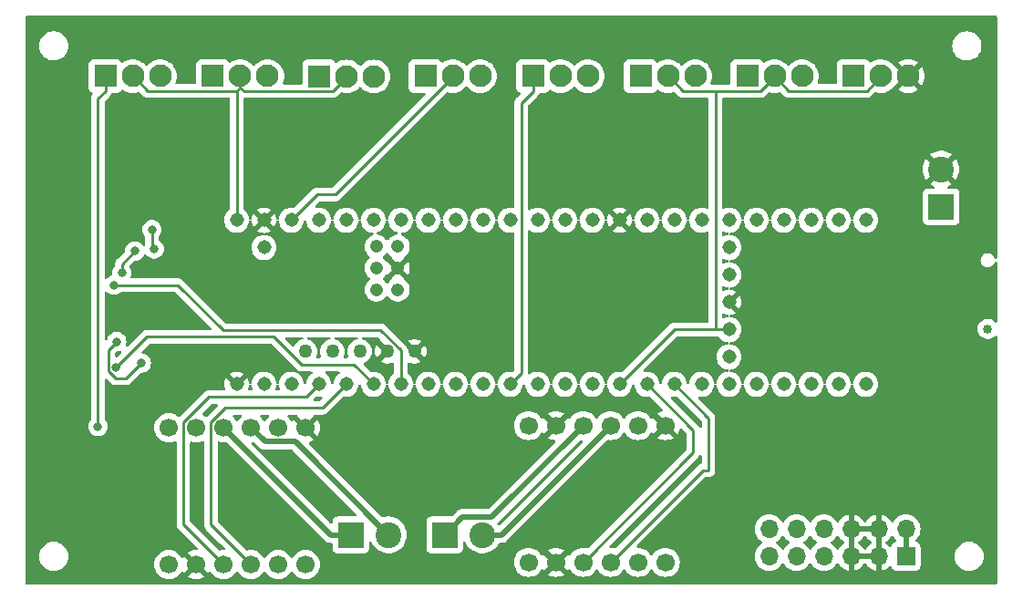
<source format=gbr>
%TF.GenerationSoftware,KiCad,Pcbnew,7.0.7*%
%TF.CreationDate,2024-02-18T14:41:38-05:00*%
%TF.ProjectId,Frankii FInal,4672616e-6b69-4692-9046-496e616c2e6b,rev?*%
%TF.SameCoordinates,Original*%
%TF.FileFunction,Copper,L2,Bot*%
%TF.FilePolarity,Positive*%
%FSLAX46Y46*%
G04 Gerber Fmt 4.6, Leading zero omitted, Abs format (unit mm)*
G04 Created by KiCad (PCBNEW 7.0.7) date 2024-02-18 14:41:38*
%MOMM*%
%LPD*%
G01*
G04 APERTURE LIST*
%TA.AperFunction,ComponentPad*%
%ADD10C,1.700000*%
%TD*%
%TA.AperFunction,ComponentPad*%
%ADD11R,2.100000X2.100000*%
%TD*%
%TA.AperFunction,ComponentPad*%
%ADD12C,2.100000*%
%TD*%
%TA.AperFunction,WasherPad*%
%ADD13C,0.853092*%
%TD*%
%TA.AperFunction,ComponentPad*%
%ADD14R,2.400000X2.400000*%
%TD*%
%TA.AperFunction,ComponentPad*%
%ADD15C,2.400000*%
%TD*%
%TA.AperFunction,ComponentPad*%
%ADD16C,1.308000*%
%TD*%
%TA.AperFunction,ComponentPad*%
%ADD17C,1.258000*%
%TD*%
%TA.AperFunction,ComponentPad*%
%ADD18C,1.208000*%
%TD*%
%TA.AperFunction,ComponentPad*%
%ADD19R,1.700000X1.700000*%
%TD*%
%TA.AperFunction,ComponentPad*%
%ADD20O,1.700000X1.700000*%
%TD*%
%TA.AperFunction,ViaPad*%
%ADD21C,0.800000*%
%TD*%
%TA.AperFunction,Conductor*%
%ADD22C,0.250000*%
%TD*%
%TA.AperFunction,Conductor*%
%ADD23C,0.500000*%
%TD*%
G04 APERTURE END LIST*
D10*
%TO.P,DRV8256P2,1,VIN*%
%TO.N,+9V*%
X145361700Y-110391100D03*
%TO.P,DRV8256P2,2,GND*%
%TO.N,GND*%
X147901700Y-110391100D03*
%TO.P,DRV8256P2,3,OUT1*%
%TO.N,RM1*%
X150441700Y-110391100D03*
%TO.P,DRV8256P2,4,OUT2*%
%TO.N,RM2*%
X152981700Y-110391100D03*
%TO.P,DRV8256P2,5,VREF*%
%TO.N,unconnected-(DRV8256P2-VREF-Pad5)*%
X155521700Y-110391100D03*
%TO.P,DRV8256P2,6,GND*%
%TO.N,GND*%
X158061700Y-110391100D03*
%TO.P,DRV8256P2,7,SLEEP*%
%TO.N,+5V*%
X158061700Y-123091100D03*
%TO.P,DRV8256P2,9,FAULT*%
%TO.N,unconnected-(DRV8256P2-FAULT-Pad9)*%
X155521700Y-123091100D03*
%TO.P,DRV8256P2,10,IN2*%
%TO.N,RIN2*%
X152981700Y-123091100D03*
%TO.P,DRV8256P2,11,IN1*%
%TO.N,RIN1*%
X150441700Y-123091100D03*
%TO.P,DRV8256P2,12,GND*%
%TO.N,GND*%
X147901700Y-123091100D03*
%TO.P,DRV8256P2,13,VM*%
%TO.N,unconnected-(DRV8256P2-VM-Pad13)*%
X145361700Y-123091100D03*
%TD*%
D11*
%TO.P,J6,1,Pin_1*%
%TO.N,IR5v2*%
X116051700Y-77941100D03*
D12*
%TO.P,J6,2,Pin_2*%
%TO.N,+5V*%
X118591700Y-77941100D03*
%TO.P,J6,3,Pin_3*%
%TO.N,Net-(J6-Pin_3)*%
X121131700Y-77941100D03*
%TD*%
D13*
%TO.P,SW1,*%
%TO.N,*%
X187998800Y-101436200D03*
%TD*%
D11*
%TO.P,J7,1,Pin_1*%
%TO.N,IR5v3*%
X106071700Y-77941100D03*
D12*
%TO.P,J7,2,Pin_2*%
%TO.N,+5V*%
X108611700Y-77941100D03*
%TO.P,J7,3,Pin_3*%
%TO.N,Net-(J7-Pin_3)*%
X111151700Y-77941100D03*
%TD*%
D11*
%TO.P,J4,1,Pin_1*%
%TO.N,LS2*%
X155771700Y-77941100D03*
D12*
%TO.P,J4,2,Pin_2*%
%TO.N,+3.3V*%
X158311700Y-77941100D03*
%TO.P,J4,3,Pin_3*%
%TO.N,Net-(J4-Pin_3)*%
X160851700Y-77941100D03*
%TD*%
D11*
%TO.P,J8,1,Pin_1*%
%TO.N,LS3*%
X145791700Y-77941100D03*
D12*
%TO.P,J8,2,Pin_2*%
%TO.N,+3.3V*%
X148331700Y-77941100D03*
%TO.P,J8,3,Pin_3*%
%TO.N,Net-(J8-Pin_3)*%
X150871700Y-77941100D03*
%TD*%
D14*
%TO.P,J2,1,1*%
%TO.N,Net-(J2-Pad1)*%
X183671700Y-90091100D03*
D15*
%TO.P,J2,2,2*%
%TO.N,GND*%
X183671700Y-86591100D03*
%TD*%
D11*
%TO.P,J3,1,Pin_1*%
%TO.N,LS1*%
X165671700Y-77941100D03*
D12*
%TO.P,J3,2,Pin_2*%
%TO.N,+3.3V*%
X168211700Y-77941100D03*
%TO.P,J3,3,Pin_3*%
%TO.N,Net-(J3-Pin_3)*%
X170751700Y-77941100D03*
%TD*%
D11*
%TO.P,J5,1,Pin_1*%
%TO.N,IR5v1*%
X125911700Y-77966400D03*
D12*
%TO.P,J5,2,Pin_2*%
%TO.N,+5V*%
X128451700Y-77966400D03*
%TO.P,J5,3,Pin_3*%
%TO.N,Net-(J5-Pin_3)*%
X130991700Y-77966400D03*
%TD*%
D11*
%TO.P,J9,1,Pin_1*%
%TO.N,LS4*%
X135791700Y-77941100D03*
D12*
%TO.P,J9,2,Pin_2*%
%TO.N,+3.3V*%
X138331700Y-77941100D03*
%TO.P,J9,3,Pin_3*%
%TO.N,Net-(J9-Pin_3)*%
X140871700Y-77941100D03*
%TD*%
D16*
%TO.P,U5,0,RX1*%
%TO.N,unconnected-(U5-RX1-Pad0)*%
X120801700Y-106561100D03*
%TO.P,U5,1,TX1*%
%TO.N,unconnected-(U5-TX1-Pad1)*%
X123341700Y-106561100D03*
%TO.P,U5,2,OUT2*%
%TO.N,LIN1*%
X125881700Y-106561100D03*
%TO.P,U5,3,LRCLK2*%
%TO.N,LIN2*%
X128421700Y-106561100D03*
%TO.P,U5,3.3V_1,3.3V*%
%TO.N,+3.3V*%
X153821700Y-106561100D03*
%TO.P,U5,3.3V_2,3.3V*%
X123341700Y-91321100D03*
%TO.P,U5,3.3V_3,3.3V*%
X163981700Y-101481100D03*
%TO.P,U5,4,BCLK2*%
%TO.N,IR3v2*%
X130961700Y-106561100D03*
%TO.P,U5,5,IN2*%
%TO.N,IR3v1*%
X133501700Y-106561100D03*
D17*
%TO.P,U5,5V,5V*%
%TO.N,unconnected-(U5-Pad5V)*%
X124611700Y-103511100D03*
D16*
%TO.P,U5,6,OUT1D*%
%TO.N,IR3v3*%
X136041700Y-106561100D03*
%TO.P,U5,7,RX2*%
%TO.N,LS1*%
X138581700Y-106561100D03*
%TO.P,U5,8,TX2*%
%TO.N,LS2*%
X141121700Y-106561100D03*
%TO.P,U5,9,OUT1C*%
%TO.N,LS3*%
X143661700Y-106561100D03*
%TO.P,U5,10,CS1*%
%TO.N,LS4*%
X146201700Y-106561100D03*
%TO.P,U5,11,MOSI*%
%TO.N,SM*%
X148741700Y-106561100D03*
%TO.P,U5,12,MISO*%
%TO.N,unconnected-(U5-MISO-Pad12)*%
X151281700Y-106561100D03*
%TO.P,U5,13,SCK*%
%TO.N,unconnected-(U5-SCK-Pad13)*%
X151281700Y-91321100D03*
%TO.P,U5,14,A0*%
%TO.N,unconnected-(U5-A0-Pad14)*%
X148741700Y-91321100D03*
%TO.P,U5,15,A1*%
%TO.N,unconnected-(U5-A1-Pad15)*%
X146201700Y-91321100D03*
%TO.P,U5,16,A2*%
%TO.N,unconnected-(U5-A2-Pad16)*%
X143661700Y-91321100D03*
%TO.P,U5,17,A3*%
%TO.N,unconnected-(U5-A3-Pad17)*%
X141121700Y-91321100D03*
%TO.P,U5,18,A4*%
%TO.N,unconnected-(U5-A4-Pad18)*%
X138581700Y-91321100D03*
%TO.P,U5,19,A5*%
%TO.N,unconnected-(U5-A5-Pad19)*%
X136041700Y-91321100D03*
%TO.P,U5,20,A6*%
%TO.N,unconnected-(U5-A6-Pad20)*%
X133501700Y-91321100D03*
%TO.P,U5,21,A7*%
%TO.N,unconnected-(U5-A7-Pad21)*%
X130961700Y-91321100D03*
%TO.P,U5,22,A8*%
%TO.N,unconnected-(U5-A8-Pad22)*%
X128421700Y-91321100D03*
%TO.P,U5,23,A9*%
%TO.N,unconnected-(U5-A9-Pad23)*%
X125881700Y-91321100D03*
%TO.P,U5,24,A10*%
%TO.N,RIN1*%
X156361700Y-106561100D03*
%TO.P,U5,25,A11*%
%TO.N,RIN2*%
X158901700Y-106561100D03*
%TO.P,U5,26,A12*%
%TO.N,unconnected-(U5-A12-Pad26)*%
X161441700Y-106561100D03*
%TO.P,U5,27,A13*%
%TO.N,unconnected-(U5-A13-Pad27)*%
X163981700Y-106561100D03*
%TO.P,U5,28,RX7*%
%TO.N,unconnected-(U5-RX7-Pad28)*%
X166521700Y-106561100D03*
%TO.P,U5,29,TX7*%
%TO.N,unconnected-(U5-TX7-Pad29)*%
X169061700Y-106561100D03*
%TO.P,U5,30,CRX3*%
%TO.N,unconnected-(U5-CRX3-Pad30)*%
X171601700Y-106561100D03*
%TO.P,U5,31,CTX3*%
%TO.N,unconnected-(U5-CTX3-Pad31)*%
X174141700Y-106561100D03*
%TO.P,U5,32,OUT1B*%
%TO.N,unconnected-(U5-OUT1B-Pad32)*%
X176681700Y-106561100D03*
%TO.P,U5,33,MCLK2*%
%TO.N,unconnected-(U5-MCLK2-Pad33)*%
X176681700Y-91321100D03*
%TO.P,U5,34,RX8*%
%TO.N,unconnected-(U5-RX8-Pad34)*%
X174141700Y-91321100D03*
%TO.P,U5,35,TX8*%
%TO.N,unconnected-(U5-TX8-Pad35)*%
X171601700Y-91321100D03*
%TO.P,U5,36,CS2*%
%TO.N,unconnected-(U5-CS2-Pad36)*%
X169061700Y-91321100D03*
%TO.P,U5,37,CS3*%
%TO.N,unconnected-(U5-CS3-Pad37)*%
X166521700Y-91321100D03*
%TO.P,U5,38,A14*%
%TO.N,unconnected-(U5-A14-Pad38)*%
X163981700Y-91321100D03*
%TO.P,U5,39,A15*%
%TO.N,unconnected-(U5-A15-Pad39)*%
X161441700Y-91321100D03*
%TO.P,U5,40,A16*%
%TO.N,unconnected-(U5-A16-Pad40)*%
X158901700Y-91321100D03*
%TO.P,U5,41,A17*%
%TO.N,unconnected-(U5-A17-Pad41)*%
X156361700Y-91321100D03*
D17*
%TO.P,U5,D+,D+*%
%TO.N,unconnected-(U5-PadD+)*%
X129691700Y-103511100D03*
%TO.P,U5,D-,D-*%
%TO.N,unconnected-(U5-PadD-)*%
X127151700Y-103511100D03*
D16*
%TO.P,U5,GND1,GND*%
%TO.N,GND*%
X118261700Y-106561100D03*
%TO.P,U5,GND2,GND*%
X153821700Y-91321100D03*
%TO.P,U5,GND3,GND*%
X120801700Y-91321100D03*
%TO.P,U5,GND4,GND*%
X163981700Y-98941100D03*
D18*
%TO.P,U5,GND5,GND*%
X133231700Y-95771100D03*
%TO.P,U5,LED,LED*%
%TO.N,unconnected-(U5-PadLED)*%
X131231700Y-95771100D03*
D16*
%TO.P,U5,ON/OFF,ON/OFF*%
%TO.N,unconnected-(U5-PadON{slash}OFF)*%
X163981700Y-93861100D03*
%TO.P,U5,PROGRAM,PROGRAM*%
%TO.N,unconnected-(U5-PadPROGRAM)*%
X163981700Y-96401100D03*
D18*
%TO.P,U5,R+,R+*%
%TO.N,unconnected-(U5-PadR+)*%
X131231700Y-93771100D03*
%TO.P,U5,R-,R-*%
%TO.N,unconnected-(U5-PadR-)*%
X133231700Y-93771100D03*
%TO.P,U5,T+,T+*%
%TO.N,unconnected-(U5-PadT+)*%
X133231700Y-97771100D03*
%TO.P,U5,T-,T-*%
%TO.N,unconnected-(U5-PadT-)*%
X131231700Y-97771100D03*
D17*
%TO.P,U5,USB_GND1,USB_GND*%
%TO.N,GND*%
X132231700Y-103511100D03*
%TO.P,U5,USB_GND2,USB_GND*%
X134771700Y-103511100D03*
D16*
%TO.P,U5,VBAT,VBAT*%
%TO.N,unconnected-(U5-PadVBAT)*%
X163981700Y-104021100D03*
%TO.P,U5,VIN,VIN*%
%TO.N,+5V*%
X118261700Y-91321100D03*
%TO.P,U5,VUSB,VUSB*%
%TO.N,unconnected-(U5-PadVUSB)*%
X120801700Y-93861100D03*
%TD*%
D10*
%TO.P,DRV8256P1,1,VIN*%
%TO.N,+9V*%
X111961700Y-110591100D03*
%TO.P,DRV8256P1,2,GND*%
%TO.N,GND*%
X114501700Y-110591100D03*
%TO.P,DRV8256P1,3,OUT1*%
%TO.N,LM1*%
X117041700Y-110591100D03*
%TO.P,DRV8256P1,4,OUT2*%
%TO.N,LM2*%
X119581700Y-110591100D03*
%TO.P,DRV8256P1,5,VREF*%
%TO.N,unconnected-(DRV8256P1-VREF-Pad5)*%
X122121700Y-110591100D03*
%TO.P,DRV8256P1,6,GND*%
%TO.N,GND*%
X124661700Y-110591100D03*
%TO.P,DRV8256P1,7,SLEEP*%
%TO.N,+5V*%
X124661700Y-123291100D03*
%TO.P,DRV8256P1,9,FAULT*%
%TO.N,unconnected-(DRV8256P1-FAULT-Pad9)*%
X122121700Y-123291100D03*
%TO.P,DRV8256P1,10,IN2*%
%TO.N,LIN2*%
X119581700Y-123291100D03*
%TO.P,DRV8256P1,11,IN1*%
%TO.N,LIN1*%
X117041700Y-123291100D03*
%TO.P,DRV8256P1,12,GND*%
%TO.N,GND*%
X114501700Y-123291100D03*
%TO.P,DRV8256P1,13,VM*%
%TO.N,unconnected-(DRV8256P1-VM-Pad13)*%
X111961700Y-123291100D03*
%TD*%
D11*
%TO.P,J1,1,Pin_1*%
%TO.N,SM*%
X175531700Y-77941100D03*
D12*
%TO.P,J1,2,Pin_2*%
%TO.N,+3.3V*%
X178071700Y-77941100D03*
%TO.P,J1,3,Pin_3*%
%TO.N,GND*%
X180611700Y-77941100D03*
%TD*%
D14*
%TO.P,J10,1,1*%
%TO.N,RM1*%
X137571700Y-120541100D03*
D15*
%TO.P,J10,2,2*%
%TO.N,RM2*%
X141071700Y-120541100D03*
%TD*%
D14*
%TO.P,J11,1,1*%
%TO.N,LM1*%
X128871700Y-120541100D03*
D15*
%TO.P,J11,2,2*%
%TO.N,LM2*%
X132371700Y-120541100D03*
%TD*%
D19*
%TO.P,PowerRegulator1,1,VOUT*%
%TO.N,+9V*%
X180411700Y-122541100D03*
D20*
%TO.P,PowerRegulator1,2,VOUT*%
X180411700Y-120001100D03*
%TO.P,PowerRegulator1,3,GND*%
%TO.N,GND*%
X177871700Y-122541100D03*
%TO.P,PowerRegulator1,4,GND*%
X177871700Y-120001100D03*
%TO.P,PowerRegulator1,5,GND*%
X175331700Y-122541100D03*
%TO.P,PowerRegulator1,6,GND*%
X175331700Y-120001100D03*
%TO.P,PowerRegulator1,7,VIN*%
%TO.N,+12V*%
X172791700Y-122541100D03*
%TO.P,PowerRegulator1,8,VIN*%
X172791700Y-120001100D03*
%TO.P,PowerRegulator1,9,VRP*%
X170251700Y-122541100D03*
%TO.P,PowerRegulator1,10,VRP*%
X170251700Y-120001100D03*
%TO.P,PowerRegulator1,11,EN*%
%TO.N,unconnected-(PowerRegulator1-EN-Pad11)*%
X167711700Y-122541100D03*
%TO.P,PowerRegulator1,12,PG*%
%TO.N,unconnected-(PowerRegulator1-PG-Pad12)*%
X167711700Y-120001100D03*
%TD*%
D21*
%TO.N,GND*%
X113400000Y-100600000D03*
%TO.N,+3.3V*%
X107600000Y-96200000D03*
X108800000Y-94200000D03*
%TO.N,GND*%
X109600000Y-98400000D03*
X109600000Y-90800000D03*
X111400000Y-106400000D03*
%TO.N,Net-(U3-DIR)*%
X109400000Y-104600000D03*
X107124100Y-102600000D03*
%TO.N,+5V*%
X110600000Y-94000000D03*
X110400000Y-92200000D03*
%TO.N,GND*%
X153271700Y-77741100D03*
X109071700Y-87141100D03*
X104071700Y-90741100D03*
X113600000Y-95000000D03*
X101871700Y-96941100D03*
X102071700Y-94741100D03*
X114271700Y-92141100D03*
X108271700Y-84741100D03*
X101871700Y-102341100D03*
%TO.N,IR5v3*%
X105371700Y-110482000D03*
%TO.N,IR3v1*%
X106867600Y-97353300D03*
%TO.N,IR3v2*%
X107078200Y-105014100D03*
%TD*%
D22*
%TO.N,+3.3V*%
X107600000Y-95400000D02*
X107600000Y-96200000D01*
X108800000Y-94200000D02*
X107600000Y-95400000D01*
%TO.N,Net-(U3-DIR)*%
X107987479Y-106012521D02*
X109400000Y-104600000D01*
X107051316Y-106012521D02*
X107987479Y-106012521D01*
X107124100Y-102600000D02*
X106353200Y-103370900D01*
X106353200Y-105314405D02*
X107051316Y-106012521D01*
X106353200Y-103370900D02*
X106353200Y-105314405D01*
%TO.N,+5V*%
X110400000Y-92200000D02*
X110400000Y-93800000D01*
X110400000Y-93800000D02*
X110600000Y-94000000D01*
D23*
%TO.N,RM1*%
X141941700Y-118891100D02*
X150441700Y-110391100D01*
X139221700Y-118891100D02*
X141941700Y-118891100D01*
X137571700Y-120541100D02*
X139221700Y-118891100D01*
%TO.N,RM2*%
X142831700Y-120541100D02*
X152981700Y-110391100D01*
X141071700Y-120541100D02*
X142831700Y-120541100D01*
%TO.N,LM2*%
X120881700Y-111891100D02*
X119581700Y-110591100D01*
X123721700Y-111891100D02*
X120881700Y-111891100D01*
X132371700Y-120541100D02*
X123721700Y-111891100D01*
%TO.N,LM1*%
X126991700Y-120541100D02*
X117041700Y-110591100D01*
X128871700Y-120541100D02*
X126991700Y-120541100D01*
D22*
%TO.N,RIN1*%
X160671700Y-110871100D02*
X156361700Y-106561100D01*
X160671700Y-112861100D02*
X160671700Y-110871100D01*
X150441700Y-123091100D02*
X160671700Y-112861100D01*
%TO.N,RIN2*%
X161531700Y-114541100D02*
X152981700Y-123091100D01*
X162071700Y-109731100D02*
X162071700Y-114541100D01*
X162071700Y-114541100D02*
X161531700Y-114541100D01*
X158901700Y-106561100D02*
X162071700Y-109731100D01*
%TO.N,IR3v1*%
X133501700Y-103431940D02*
X133501700Y-106561100D01*
X131610860Y-101541100D02*
X133501700Y-103431940D01*
X116989400Y-101541100D02*
X131610860Y-101541100D01*
%TO.N,IR3v2*%
X124271700Y-104741100D02*
X129141700Y-104741100D01*
X121671700Y-102141100D02*
X124271700Y-104741100D01*
X109951200Y-102141100D02*
X121671700Y-102141100D01*
X129141700Y-104741100D02*
X130961700Y-106561100D01*
X107078200Y-105014100D02*
X109951200Y-102141100D01*
%TO.N,IR3v1*%
X112801600Y-97353300D02*
X116989400Y-101541100D01*
X106867600Y-97353300D02*
X112801600Y-97353300D01*
D23*
%TO.N,+9V*%
X180411700Y-120001100D02*
X180411700Y-122541100D01*
D22*
%TO.N,+5V*%
X118261700Y-79330300D02*
X118591700Y-79000300D01*
X118261700Y-91321100D02*
X118261700Y-79330300D01*
X118591700Y-79000300D02*
X118591700Y-77941100D01*
X118934700Y-79343300D02*
X118591700Y-79000300D01*
X128451700Y-77966400D02*
X128451700Y-78052400D01*
X127160800Y-79343300D02*
X118934700Y-79343300D01*
X118261700Y-79330300D02*
X110000900Y-79330300D01*
X110000900Y-79330300D02*
X108611700Y-77941100D01*
X128451700Y-78052400D02*
X127160800Y-79343300D01*
%TO.N,+3.3V*%
X127408600Y-88951900D02*
X125710900Y-88951900D01*
X178071700Y-77941100D02*
X178071700Y-78027100D01*
X162711700Y-79343200D02*
X166897400Y-79343200D01*
X168211700Y-78028900D02*
X168211700Y-77941100D01*
X169500800Y-79318000D02*
X168211700Y-78028900D01*
X158311700Y-77941100D02*
X159713800Y-79343200D01*
X163981700Y-101481100D02*
X162711700Y-101481100D01*
X162711700Y-101481100D02*
X158901700Y-101481100D01*
X158901700Y-101481100D02*
X153821700Y-106561100D01*
X162711700Y-79343200D02*
X162711700Y-101481100D01*
X178071700Y-78027100D02*
X176780800Y-79318000D01*
X176780800Y-79318000D02*
X169500800Y-79318000D01*
X159713800Y-79343200D02*
X162711700Y-79343200D01*
X138331700Y-78028800D02*
X127408600Y-88951900D01*
X138331700Y-77941100D02*
X138331700Y-78028800D01*
X166897400Y-79343200D02*
X168211700Y-78028900D01*
X125710900Y-88951900D02*
X123341700Y-91321100D01*
%TO.N,IR5v3*%
X106071700Y-79318000D02*
X105371700Y-80018000D01*
X105371700Y-80018000D02*
X105371700Y-110482000D01*
X106071700Y-77941100D02*
X106071700Y-79318000D01*
%TO.N,LS3*%
X145791700Y-77941100D02*
X145791700Y-79318000D01*
X144692600Y-80417100D02*
X145791700Y-79318000D01*
X143661700Y-106561100D02*
X144692600Y-105530200D01*
X144692600Y-105530200D02*
X144692600Y-80417100D01*
%TO.N,LIN1*%
X125881700Y-106561100D02*
X124691100Y-107751700D01*
X113302200Y-119551600D02*
X117041700Y-123291100D01*
X124691100Y-107751700D02*
X115674300Y-107751700D01*
X113302200Y-110123800D02*
X113302200Y-119551600D01*
X115674300Y-107751700D02*
X113302200Y-110123800D01*
%TO.N,LIN2*%
X128421700Y-106561100D02*
X126238600Y-108744200D01*
X117223200Y-108744200D02*
X115861600Y-110105800D01*
X115861600Y-119571000D02*
X119581700Y-123291100D01*
X126238600Y-108744200D02*
X117223200Y-108744200D01*
X115861600Y-110105800D02*
X115861600Y-119571000D01*
%TD*%
%TA.AperFunction,Conductor*%
%TO.N,GND*%
G36*
X123841358Y-109389385D02*
G01*
X123887113Y-109442189D01*
X123891435Y-109467282D01*
X124402583Y-109978430D01*
X124436068Y-110039753D01*
X124431084Y-110109445D01*
X124394057Y-110158905D01*
X124395302Y-110160341D01*
X124388600Y-110166147D01*
X124388600Y-110166148D01*
X124371164Y-110181256D01*
X124279938Y-110260302D01*
X124244746Y-110315062D01*
X124191942Y-110360817D01*
X124122783Y-110370760D01*
X124059228Y-110341734D01*
X124052750Y-110335703D01*
X123546773Y-109829726D01*
X123493581Y-109905694D01*
X123439004Y-109949319D01*
X123369506Y-109956513D01*
X123307151Y-109924991D01*
X123290430Y-109905694D01*
X123160196Y-109719700D01*
X123110931Y-109670435D01*
X123021875Y-109581379D01*
X122988392Y-109520059D01*
X122993376Y-109450367D01*
X123035247Y-109394433D01*
X123100712Y-109370016D01*
X123109558Y-109369700D01*
X123774319Y-109369700D01*
X123841358Y-109389385D01*
G37*
%TD.AperFunction*%
%TA.AperFunction,Conductor*%
G36*
X131367447Y-102186285D02*
G01*
X131388089Y-102202919D01*
X131599084Y-102413914D01*
X131632569Y-102475237D01*
X131634577Y-102515885D01*
X131629946Y-102555793D01*
X132066850Y-102992697D01*
X132100335Y-103054020D01*
X132095351Y-103123712D01*
X132053479Y-103179645D01*
X132038188Y-103189432D01*
X131998189Y-103211079D01*
X131998185Y-103211081D01*
X131913421Y-103303159D01*
X131912167Y-103306020D01*
X131909408Y-103309301D01*
X131907803Y-103311759D01*
X131907505Y-103311564D01*
X131867208Y-103359504D01*
X131800471Y-103380191D01*
X131733145Y-103361513D01*
X131710932Y-103343886D01*
X131273528Y-102906481D01*
X131273527Y-102906482D01*
X131267695Y-102914206D01*
X131267692Y-102914211D01*
X131174428Y-103101509D01*
X131117168Y-103302760D01*
X131097863Y-103511099D01*
X131097863Y-103511100D01*
X131117168Y-103719439D01*
X131174428Y-103920691D01*
X131267691Y-104107987D01*
X131273527Y-104115716D01*
X131713085Y-103676159D01*
X131774408Y-103642674D01*
X131844099Y-103647658D01*
X131900033Y-103689529D01*
X131904566Y-103696006D01*
X131951989Y-103768592D01*
X132050752Y-103845463D01*
X132052487Y-103846813D01*
X132093300Y-103903523D01*
X132096974Y-103973296D01*
X132064005Y-104032347D01*
X131629946Y-104466405D01*
X131726303Y-104526068D01*
X131726305Y-104526069D01*
X131921403Y-104601650D01*
X131921413Y-104601653D01*
X132127086Y-104640100D01*
X132336314Y-104640100D01*
X132541986Y-104601653D01*
X132541992Y-104601652D01*
X132707405Y-104537570D01*
X132777029Y-104531707D01*
X132838769Y-104564416D01*
X132873024Y-104625313D01*
X132876200Y-104653196D01*
X132876199Y-105521437D01*
X132856514Y-105588477D01*
X132817480Y-105626862D01*
X132802977Y-105635842D01*
X132644860Y-105779984D01*
X132515919Y-105950729D01*
X132420549Y-106142258D01*
X132420546Y-106142264D01*
X132361996Y-106348049D01*
X132361995Y-106348052D01*
X132355171Y-106421704D01*
X132329385Y-106486642D01*
X132272584Y-106527329D01*
X132202803Y-106530849D01*
X132142197Y-106496084D01*
X132110007Y-106434071D01*
X132108229Y-106421704D01*
X132101404Y-106348052D01*
X132101403Y-106348049D01*
X132042853Y-106142264D01*
X132042850Y-106142258D01*
X132024821Y-106106050D01*
X131947481Y-105950730D01*
X131818541Y-105779986D01*
X131660422Y-105635842D01*
X131660416Y-105635838D01*
X131660413Y-105635836D01*
X131478513Y-105523208D01*
X131478507Y-105523206D01*
X131473941Y-105521437D01*
X131278997Y-105445915D01*
X131068680Y-105406600D01*
X130854720Y-105406600D01*
X130831273Y-105410983D01*
X130781697Y-105420250D01*
X130712182Y-105413218D01*
X130671232Y-105386042D01*
X130053945Y-104768754D01*
X130020460Y-104707431D01*
X130025444Y-104637739D01*
X130067316Y-104581806D01*
X130096827Y-104565448D01*
X130197318Y-104526519D01*
X130375292Y-104416322D01*
X130529987Y-104275299D01*
X130656134Y-104108253D01*
X130749440Y-103920871D01*
X130806725Y-103719534D01*
X130826039Y-103511100D01*
X130806725Y-103302666D01*
X130749440Y-103101329D01*
X130701205Y-103004460D01*
X130656137Y-102913952D01*
X130656132Y-102913944D01*
X130529985Y-102746898D01*
X130375293Y-102605879D01*
X130375292Y-102605878D01*
X130197318Y-102495681D01*
X130197316Y-102495680D01*
X130197315Y-102495679D01*
X130041427Y-102435289D01*
X130002127Y-102420064D01*
X129961598Y-102412487D01*
X129899320Y-102380821D01*
X129864047Y-102320508D01*
X129866981Y-102250700D01*
X129907190Y-102193560D01*
X129971908Y-102167229D01*
X129984386Y-102166600D01*
X131300408Y-102166600D01*
X131367447Y-102186285D01*
G37*
%TD.AperFunction*%
%TA.AperFunction,Conductor*%
G36*
X107720842Y-79213650D02*
G01*
X107905610Y-79326877D01*
X108087047Y-79402030D01*
X108109007Y-79411126D01*
X108131081Y-79420269D01*
X108131078Y-79420269D01*
X108131084Y-79420270D01*
X108131088Y-79420272D01*
X108368398Y-79477246D01*
X108611700Y-79496394D01*
X108855002Y-79477246D01*
X109092312Y-79420272D01*
X109096342Y-79418602D01*
X109165807Y-79411126D01*
X109228290Y-79442393D01*
X109231486Y-79445477D01*
X109500097Y-79714088D01*
X109509922Y-79726351D01*
X109510143Y-79726169D01*
X109515114Y-79732178D01*
X109541117Y-79756595D01*
X109565535Y-79779526D01*
X109586429Y-79800420D01*
X109591911Y-79804673D01*
X109596343Y-79808457D01*
X109630318Y-79840362D01*
X109647876Y-79850014D01*
X109664135Y-79860695D01*
X109679964Y-79872973D01*
X109722738Y-79891482D01*
X109727956Y-79894038D01*
X109768808Y-79916497D01*
X109788216Y-79921480D01*
X109806617Y-79927780D01*
X109825004Y-79935737D01*
X109868388Y-79942608D01*
X109871019Y-79943025D01*
X109876739Y-79944209D01*
X109921881Y-79955800D01*
X109941916Y-79955800D01*
X109961314Y-79957326D01*
X109981094Y-79960459D01*
X109981095Y-79960460D01*
X109981095Y-79960459D01*
X109981096Y-79960460D01*
X110021164Y-79956672D01*
X110027484Y-79956075D01*
X110033322Y-79955800D01*
X117512200Y-79955800D01*
X117579239Y-79975485D01*
X117624994Y-80028289D01*
X117636200Y-80079800D01*
X117636200Y-90281437D01*
X117616515Y-90348476D01*
X117577478Y-90386864D01*
X117562976Y-90395843D01*
X117404860Y-90539984D01*
X117275919Y-90710729D01*
X117180549Y-90902258D01*
X117180546Y-90902264D01*
X117121996Y-91108049D01*
X117121995Y-91108052D01*
X117102254Y-91321099D01*
X117102254Y-91321100D01*
X117121995Y-91534147D01*
X117121996Y-91534150D01*
X117180546Y-91739935D01*
X117180549Y-91739941D01*
X117231510Y-91842284D01*
X117275919Y-91931470D01*
X117404859Y-92102214D01*
X117562978Y-92246358D01*
X117562983Y-92246361D01*
X117562986Y-92246363D01*
X117744886Y-92358991D01*
X117744887Y-92358991D01*
X117744890Y-92358993D01*
X117944403Y-92436285D01*
X118154720Y-92475600D01*
X118154722Y-92475600D01*
X118368678Y-92475600D01*
X118368680Y-92475600D01*
X118578997Y-92436285D01*
X118778510Y-92358993D01*
X118960422Y-92246358D01*
X119118541Y-92102214D01*
X119247481Y-91931470D01*
X119342851Y-91739940D01*
X119342851Y-91739937D01*
X119342853Y-91739935D01*
X119394290Y-91559150D01*
X119401404Y-91534148D01*
X119408480Y-91457786D01*
X119434264Y-91392851D01*
X119491064Y-91352163D01*
X119560845Y-91348643D01*
X119621452Y-91383407D01*
X119653643Y-91445420D01*
X119655421Y-91457787D01*
X119662488Y-91534054D01*
X119662489Y-91534056D01*
X119721015Y-91739754D01*
X119721021Y-91739769D01*
X119816346Y-91931206D01*
X119825680Y-91943566D01*
X120264280Y-91504966D01*
X120325603Y-91471481D01*
X120395294Y-91476465D01*
X120451228Y-91518336D01*
X120462442Y-91536346D01*
X120474059Y-91559145D01*
X120474061Y-91559147D01*
X120474063Y-91559150D01*
X120563649Y-91648736D01*
X120563651Y-91648737D01*
X120563655Y-91648741D01*
X120586447Y-91660354D01*
X120637242Y-91708328D01*
X120654037Y-91776149D01*
X120631499Y-91842284D01*
X120617832Y-91858519D01*
X120181785Y-92294565D01*
X120285115Y-92358544D01*
X120285116Y-92358545D01*
X120484536Y-92435800D01*
X120661904Y-92468956D01*
X120724185Y-92500624D01*
X120759458Y-92560936D01*
X120756524Y-92630744D01*
X120716316Y-92687885D01*
X120661905Y-92712734D01*
X120575551Y-92728876D01*
X120484403Y-92745915D01*
X120401185Y-92778154D01*
X120284892Y-92823206D01*
X120284886Y-92823208D01*
X120102986Y-92935836D01*
X120102983Y-92935838D01*
X120102979Y-92935840D01*
X120102978Y-92935842D01*
X120006479Y-93023812D01*
X119944858Y-93079987D01*
X119815919Y-93250729D01*
X119720549Y-93442258D01*
X119720546Y-93442264D01*
X119661996Y-93648049D01*
X119661995Y-93648052D01*
X119642254Y-93861099D01*
X119642254Y-93861100D01*
X119661995Y-94074147D01*
X119661996Y-94074150D01*
X119720546Y-94279935D01*
X119720549Y-94279941D01*
X119777782Y-94394881D01*
X119815919Y-94471470D01*
X119944859Y-94642214D01*
X120102978Y-94786358D01*
X120102983Y-94786361D01*
X120102986Y-94786363D01*
X120284886Y-94898991D01*
X120284887Y-94898991D01*
X120284890Y-94898993D01*
X120484403Y-94976285D01*
X120694720Y-95015600D01*
X120694722Y-95015600D01*
X120908678Y-95015600D01*
X120908680Y-95015600D01*
X121118997Y-94976285D01*
X121318510Y-94898993D01*
X121500422Y-94786358D01*
X121658541Y-94642214D01*
X121787481Y-94471470D01*
X121882851Y-94279940D01*
X121882851Y-94279937D01*
X121882853Y-94279935D01*
X121941403Y-94074150D01*
X121941404Y-94074147D01*
X121961146Y-93861100D01*
X121961146Y-93861099D01*
X121941404Y-93648052D01*
X121941403Y-93648049D01*
X121882853Y-93442264D01*
X121882850Y-93442258D01*
X121847067Y-93370395D01*
X121787481Y-93250730D01*
X121658541Y-93079986D01*
X121500422Y-92935842D01*
X121500416Y-92935838D01*
X121500413Y-92935836D01*
X121318513Y-92823208D01*
X121318507Y-92823206D01*
X121118997Y-92745915D01*
X120977892Y-92719538D01*
X120941495Y-92712734D01*
X120879214Y-92681065D01*
X120843941Y-92620753D01*
X120846875Y-92550945D01*
X120887084Y-92493805D01*
X120941495Y-92468956D01*
X121118863Y-92435800D01*
X121318285Y-92358544D01*
X121318286Y-92358543D01*
X121421613Y-92294565D01*
X120985566Y-91858519D01*
X120952081Y-91797196D01*
X120957065Y-91727505D01*
X120998936Y-91671571D01*
X121016945Y-91660358D01*
X121039745Y-91648741D01*
X121129341Y-91559145D01*
X121140954Y-91536352D01*
X121188925Y-91485558D01*
X121256746Y-91468761D01*
X121322881Y-91491297D01*
X121339119Y-91504966D01*
X121777718Y-91943565D01*
X121787055Y-91931201D01*
X121787057Y-91931198D01*
X121882378Y-91739769D01*
X121882384Y-91739754D01*
X121940910Y-91534056D01*
X121940911Y-91534054D01*
X121947978Y-91457788D01*
X121973764Y-91392851D01*
X122030564Y-91352163D01*
X122100345Y-91348643D01*
X122160952Y-91383408D01*
X122193142Y-91445421D01*
X122194920Y-91457787D01*
X122201996Y-91534148D01*
X122201996Y-91534150D01*
X122260546Y-91739935D01*
X122260549Y-91739941D01*
X122311510Y-91842284D01*
X122355919Y-91931470D01*
X122484859Y-92102214D01*
X122642978Y-92246358D01*
X122642983Y-92246361D01*
X122642986Y-92246363D01*
X122824886Y-92358991D01*
X122824887Y-92358991D01*
X122824890Y-92358993D01*
X123024403Y-92436285D01*
X123234720Y-92475600D01*
X123234722Y-92475600D01*
X123448678Y-92475600D01*
X123448680Y-92475600D01*
X123658997Y-92436285D01*
X123858510Y-92358993D01*
X124040422Y-92246358D01*
X124198541Y-92102214D01*
X124327481Y-91931470D01*
X124422851Y-91739940D01*
X124422851Y-91739937D01*
X124422853Y-91739935D01*
X124474290Y-91559150D01*
X124481404Y-91534148D01*
X124488229Y-91460494D01*
X124514015Y-91395557D01*
X124570816Y-91354870D01*
X124640597Y-91351350D01*
X124701203Y-91386115D01*
X124733393Y-91448128D01*
X124735171Y-91460495D01*
X124741995Y-91534147D01*
X124741996Y-91534150D01*
X124800546Y-91739935D01*
X124800549Y-91739941D01*
X124851510Y-91842284D01*
X124895919Y-91931470D01*
X125024859Y-92102214D01*
X125182978Y-92246358D01*
X125182983Y-92246361D01*
X125182986Y-92246363D01*
X125364886Y-92358991D01*
X125364887Y-92358991D01*
X125364890Y-92358993D01*
X125564403Y-92436285D01*
X125774720Y-92475600D01*
X125774722Y-92475600D01*
X125988678Y-92475600D01*
X125988680Y-92475600D01*
X126198997Y-92436285D01*
X126398510Y-92358993D01*
X126580422Y-92246358D01*
X126738541Y-92102214D01*
X126867481Y-91931470D01*
X126962851Y-91739940D01*
X126962851Y-91739937D01*
X126962853Y-91739935D01*
X127014290Y-91559150D01*
X127021404Y-91534148D01*
X127028229Y-91460494D01*
X127054015Y-91395557D01*
X127110816Y-91354870D01*
X127180597Y-91351350D01*
X127241203Y-91386115D01*
X127273393Y-91448128D01*
X127275171Y-91460495D01*
X127281995Y-91534147D01*
X127281996Y-91534150D01*
X127340546Y-91739935D01*
X127340549Y-91739941D01*
X127391510Y-91842284D01*
X127435919Y-91931470D01*
X127564859Y-92102214D01*
X127722978Y-92246358D01*
X127722983Y-92246361D01*
X127722986Y-92246363D01*
X127904886Y-92358991D01*
X127904887Y-92358991D01*
X127904890Y-92358993D01*
X128104403Y-92436285D01*
X128314720Y-92475600D01*
X128314722Y-92475600D01*
X128528678Y-92475600D01*
X128528680Y-92475600D01*
X128738997Y-92436285D01*
X128938510Y-92358993D01*
X129120422Y-92246358D01*
X129278541Y-92102214D01*
X129407481Y-91931470D01*
X129502851Y-91739940D01*
X129502851Y-91739937D01*
X129502853Y-91739935D01*
X129554290Y-91559150D01*
X129561404Y-91534148D01*
X129568229Y-91460494D01*
X129594015Y-91395557D01*
X129650816Y-91354870D01*
X129720597Y-91351350D01*
X129781203Y-91386115D01*
X129813393Y-91448128D01*
X129815171Y-91460495D01*
X129821995Y-91534147D01*
X129821996Y-91534150D01*
X129880546Y-91739935D01*
X129880549Y-91739941D01*
X129931510Y-91842284D01*
X129975919Y-91931470D01*
X130104859Y-92102214D01*
X130262978Y-92246358D01*
X130262983Y-92246361D01*
X130262986Y-92246363D01*
X130444886Y-92358991D01*
X130444887Y-92358991D01*
X130444890Y-92358993D01*
X130644403Y-92436285D01*
X130854720Y-92475600D01*
X130854722Y-92475600D01*
X130854917Y-92475600D01*
X130855007Y-92475626D01*
X130860429Y-92476129D01*
X130860330Y-92477189D01*
X130921956Y-92495285D01*
X130967711Y-92548089D01*
X130977655Y-92617247D01*
X130948630Y-92680803D01*
X130899711Y-92715227D01*
X130737275Y-92778154D01*
X130737269Y-92778157D01*
X130563239Y-92885912D01*
X130563237Y-92885914D01*
X130411969Y-93023812D01*
X130288612Y-93187164D01*
X130197373Y-93370395D01*
X130197371Y-93370399D01*
X130197372Y-93370399D01*
X130152784Y-93527112D01*
X130141354Y-93567283D01*
X130122468Y-93771099D01*
X130122468Y-93771100D01*
X130141354Y-93974916D01*
X130141354Y-93974918D01*
X130141355Y-93974921D01*
X130169588Y-94074150D01*
X130197373Y-94171804D01*
X130288612Y-94355035D01*
X130411969Y-94518387D01*
X130563237Y-94656285D01*
X130563238Y-94656286D01*
X130578399Y-94665674D01*
X130625034Y-94717703D01*
X130636137Y-94786685D01*
X130608183Y-94850719D01*
X130578399Y-94876526D01*
X130563238Y-94885913D01*
X130563237Y-94885914D01*
X130411969Y-95023812D01*
X130288612Y-95187164D01*
X130197373Y-95370395D01*
X130191516Y-95390982D01*
X130141355Y-95567279D01*
X130133449Y-95652600D01*
X130122468Y-95771099D01*
X130122468Y-95771100D01*
X130141354Y-95974916D01*
X130141354Y-95974918D01*
X130141355Y-95974921D01*
X130197323Y-96171629D01*
X130197373Y-96171804D01*
X130288612Y-96355035D01*
X130411969Y-96518387D01*
X130517015Y-96614148D01*
X130562168Y-96655311D01*
X130563237Y-96656285D01*
X130563238Y-96656286D01*
X130578399Y-96665674D01*
X130625034Y-96717703D01*
X130636137Y-96786685D01*
X130608183Y-96850719D01*
X130578399Y-96876526D01*
X130563238Y-96885913D01*
X130563237Y-96885914D01*
X130411969Y-97023812D01*
X130288612Y-97187164D01*
X130197373Y-97370395D01*
X130197371Y-97370399D01*
X130197372Y-97370399D01*
X130159501Y-97503504D01*
X130141354Y-97567283D01*
X130122468Y-97771099D01*
X130122468Y-97771100D01*
X130141354Y-97974916D01*
X130141354Y-97974918D01*
X130141355Y-97974921D01*
X130187598Y-98137448D01*
X130197373Y-98171804D01*
X130288612Y-98355035D01*
X130411969Y-98518387D01*
X130563237Y-98656285D01*
X130563239Y-98656287D01*
X130737269Y-98764042D01*
X130737275Y-98764045D01*
X130777710Y-98779709D01*
X130928144Y-98837988D01*
X131129353Y-98875600D01*
X131129356Y-98875600D01*
X131334044Y-98875600D01*
X131334047Y-98875600D01*
X131535256Y-98837988D01*
X131726127Y-98764044D01*
X131900162Y-98656286D01*
X132051432Y-98518385D01*
X132132745Y-98410708D01*
X132188854Y-98369071D01*
X132258566Y-98364379D01*
X132319748Y-98398122D01*
X132330654Y-98410708D01*
X132411966Y-98518383D01*
X132411968Y-98518386D01*
X132563237Y-98656285D01*
X132563239Y-98656287D01*
X132737269Y-98764042D01*
X132737275Y-98764045D01*
X132777710Y-98779709D01*
X132928144Y-98837988D01*
X133129353Y-98875600D01*
X133129356Y-98875600D01*
X133334044Y-98875600D01*
X133334047Y-98875600D01*
X133535256Y-98837988D01*
X133726127Y-98764044D01*
X133900162Y-98656286D01*
X134028708Y-98539100D01*
X134051430Y-98518387D01*
X134051432Y-98518385D01*
X134174788Y-98355035D01*
X134266028Y-98171801D01*
X134322045Y-97974921D01*
X134340932Y-97771100D01*
X134322045Y-97567279D01*
X134266028Y-97370399D01*
X134174788Y-97187165D01*
X134051432Y-97023815D01*
X134051430Y-97023812D01*
X133900164Y-96885915D01*
X133868721Y-96866446D01*
X133822087Y-96814417D01*
X133810827Y-96746729D01*
X133815291Y-96708244D01*
X133378106Y-96271058D01*
X133344621Y-96209735D01*
X133349605Y-96140043D01*
X133391477Y-96084110D01*
X133406762Y-96074327D01*
X133449647Y-96051119D01*
X133528760Y-95965179D01*
X133532255Y-95957210D01*
X133577208Y-95903725D01*
X133643944Y-95883033D01*
X133711272Y-95901706D01*
X133733492Y-95919338D01*
X134172021Y-96357867D01*
X134172022Y-96357867D01*
X134174359Y-96354773D01*
X134174362Y-96354768D01*
X134265555Y-96171629D01*
X134265560Y-96171616D01*
X134321552Y-95974828D01*
X134340430Y-95771100D01*
X134340430Y-95771099D01*
X134321552Y-95567371D01*
X134265560Y-95370583D01*
X134265555Y-95370570D01*
X134174362Y-95187431D01*
X134174357Y-95187424D01*
X134172022Y-95184331D01*
X134172021Y-95184331D01*
X133732252Y-95624099D01*
X133670929Y-95657584D01*
X133601237Y-95652600D01*
X133545304Y-95610728D01*
X133540762Y-95604239D01*
X133492765Y-95530774D01*
X133492762Y-95530771D01*
X133393099Y-95453200D01*
X133352286Y-95396490D01*
X133348611Y-95326717D01*
X133381580Y-95267666D01*
X133815292Y-94833953D01*
X133810827Y-94795468D01*
X133822655Y-94726607D01*
X133868725Y-94675750D01*
X133900162Y-94656286D01*
X134051432Y-94518385D01*
X134174788Y-94355035D01*
X134266028Y-94171801D01*
X134322045Y-93974921D01*
X134340932Y-93771100D01*
X134322045Y-93567279D01*
X134266028Y-93370399D01*
X134174788Y-93187165D01*
X134051432Y-93023815D01*
X134051430Y-93023812D01*
X133900162Y-92885914D01*
X133900160Y-92885912D01*
X133726130Y-92778157D01*
X133726124Y-92778154D01*
X133563689Y-92715227D01*
X133508287Y-92672654D01*
X133484697Y-92606887D01*
X133500408Y-92538807D01*
X133550432Y-92490028D01*
X133603047Y-92476951D01*
X133602971Y-92476129D01*
X133608366Y-92475629D01*
X133608483Y-92475600D01*
X133608678Y-92475600D01*
X133608680Y-92475600D01*
X133818997Y-92436285D01*
X134018510Y-92358993D01*
X134200422Y-92246358D01*
X134358541Y-92102214D01*
X134487481Y-91931470D01*
X134582851Y-91739940D01*
X134582851Y-91739937D01*
X134582853Y-91739935D01*
X134634290Y-91559150D01*
X134641404Y-91534148D01*
X134648229Y-91460494D01*
X134674015Y-91395557D01*
X134730816Y-91354870D01*
X134800597Y-91351350D01*
X134861203Y-91386115D01*
X134893393Y-91448128D01*
X134895171Y-91460495D01*
X134901995Y-91534147D01*
X134901996Y-91534150D01*
X134960546Y-91739935D01*
X134960549Y-91739941D01*
X135011510Y-91842284D01*
X135055919Y-91931470D01*
X135184859Y-92102214D01*
X135342978Y-92246358D01*
X135342983Y-92246361D01*
X135342986Y-92246363D01*
X135524886Y-92358991D01*
X135524887Y-92358991D01*
X135524890Y-92358993D01*
X135724403Y-92436285D01*
X135934720Y-92475600D01*
X135934722Y-92475600D01*
X136148678Y-92475600D01*
X136148680Y-92475600D01*
X136358997Y-92436285D01*
X136558510Y-92358993D01*
X136740422Y-92246358D01*
X136898541Y-92102214D01*
X137027481Y-91931470D01*
X137122851Y-91739940D01*
X137122851Y-91739937D01*
X137122853Y-91739935D01*
X137174290Y-91559150D01*
X137181404Y-91534148D01*
X137188229Y-91460494D01*
X137214015Y-91395557D01*
X137270816Y-91354870D01*
X137340597Y-91351350D01*
X137401203Y-91386115D01*
X137433393Y-91448128D01*
X137435171Y-91460495D01*
X137441995Y-91534147D01*
X137441996Y-91534150D01*
X137500546Y-91739935D01*
X137500549Y-91739941D01*
X137551510Y-91842284D01*
X137595919Y-91931470D01*
X137724859Y-92102214D01*
X137882978Y-92246358D01*
X137882983Y-92246361D01*
X137882986Y-92246363D01*
X138064886Y-92358991D01*
X138064887Y-92358991D01*
X138064890Y-92358993D01*
X138264403Y-92436285D01*
X138474720Y-92475600D01*
X138474722Y-92475600D01*
X138688678Y-92475600D01*
X138688680Y-92475600D01*
X138898997Y-92436285D01*
X139098510Y-92358993D01*
X139280422Y-92246358D01*
X139438541Y-92102214D01*
X139567481Y-91931470D01*
X139662851Y-91739940D01*
X139662851Y-91739937D01*
X139662853Y-91739935D01*
X139714290Y-91559150D01*
X139721404Y-91534148D01*
X139728229Y-91460494D01*
X139754015Y-91395557D01*
X139810816Y-91354870D01*
X139880597Y-91351350D01*
X139941203Y-91386115D01*
X139973393Y-91448128D01*
X139975171Y-91460495D01*
X139981995Y-91534147D01*
X139981996Y-91534150D01*
X140040546Y-91739935D01*
X140040549Y-91739941D01*
X140091510Y-91842284D01*
X140135919Y-91931470D01*
X140264859Y-92102214D01*
X140422978Y-92246358D01*
X140422983Y-92246361D01*
X140422986Y-92246363D01*
X140604886Y-92358991D01*
X140604887Y-92358991D01*
X140604890Y-92358993D01*
X140804403Y-92436285D01*
X141014720Y-92475600D01*
X141014722Y-92475600D01*
X141228678Y-92475600D01*
X141228680Y-92475600D01*
X141438997Y-92436285D01*
X141638510Y-92358993D01*
X141820422Y-92246358D01*
X141978541Y-92102214D01*
X142107481Y-91931470D01*
X142202851Y-91739940D01*
X142202851Y-91739937D01*
X142202853Y-91739935D01*
X142254290Y-91559150D01*
X142261404Y-91534148D01*
X142268229Y-91460494D01*
X142294015Y-91395557D01*
X142350816Y-91354870D01*
X142420597Y-91351350D01*
X142481203Y-91386115D01*
X142513393Y-91448128D01*
X142515171Y-91460495D01*
X142521995Y-91534147D01*
X142521996Y-91534150D01*
X142580546Y-91739935D01*
X142580549Y-91739941D01*
X142631510Y-91842284D01*
X142675919Y-91931470D01*
X142804859Y-92102214D01*
X142962978Y-92246358D01*
X142962983Y-92246361D01*
X142962986Y-92246363D01*
X143144886Y-92358991D01*
X143144887Y-92358991D01*
X143144890Y-92358993D01*
X143344403Y-92436285D01*
X143554720Y-92475600D01*
X143554722Y-92475600D01*
X143768677Y-92475600D01*
X143768680Y-92475600D01*
X143920320Y-92447253D01*
X143989829Y-92454284D01*
X144044508Y-92497781D01*
X144066991Y-92563935D01*
X144067100Y-92569142D01*
X144067100Y-105219747D01*
X144047415Y-105286786D01*
X144030785Y-105307423D01*
X143984384Y-105353825D01*
X143952166Y-105386043D01*
X143890842Y-105419527D01*
X143841701Y-105420249D01*
X143768680Y-105406600D01*
X143554720Y-105406600D01*
X143344403Y-105445915D01*
X143305098Y-105461142D01*
X143144892Y-105523206D01*
X143144886Y-105523208D01*
X142962986Y-105635836D01*
X142962983Y-105635838D01*
X142962979Y-105635840D01*
X142962978Y-105635842D01*
X142804861Y-105779984D01*
X142804858Y-105779987D01*
X142675919Y-105950729D01*
X142580549Y-106142258D01*
X142580546Y-106142264D01*
X142521996Y-106348049D01*
X142521995Y-106348052D01*
X142515171Y-106421704D01*
X142489385Y-106486642D01*
X142432584Y-106527329D01*
X142362803Y-106530849D01*
X142302197Y-106496084D01*
X142270007Y-106434071D01*
X142268229Y-106421704D01*
X142261404Y-106348052D01*
X142261403Y-106348049D01*
X142202853Y-106142264D01*
X142202850Y-106142258D01*
X142184821Y-106106050D01*
X142107481Y-105950730D01*
X141978541Y-105779986D01*
X141820422Y-105635842D01*
X141820416Y-105635838D01*
X141820413Y-105635836D01*
X141638513Y-105523208D01*
X141638507Y-105523206D01*
X141633941Y-105521437D01*
X141438997Y-105445915D01*
X141228680Y-105406600D01*
X141014720Y-105406600D01*
X140804403Y-105445915D01*
X140765098Y-105461142D01*
X140604892Y-105523206D01*
X140604886Y-105523208D01*
X140422986Y-105635836D01*
X140422983Y-105635838D01*
X140422979Y-105635840D01*
X140422978Y-105635842D01*
X140264861Y-105779984D01*
X140264858Y-105779987D01*
X140135919Y-105950729D01*
X140040549Y-106142258D01*
X140040546Y-106142264D01*
X139981996Y-106348049D01*
X139981995Y-106348052D01*
X139975171Y-106421704D01*
X139949385Y-106486642D01*
X139892584Y-106527329D01*
X139822803Y-106530849D01*
X139762197Y-106496084D01*
X139730007Y-106434071D01*
X139728229Y-106421704D01*
X139721404Y-106348052D01*
X139721403Y-106348049D01*
X139662853Y-106142264D01*
X139662850Y-106142258D01*
X139644821Y-106106050D01*
X139567481Y-105950730D01*
X139438541Y-105779986D01*
X139280422Y-105635842D01*
X139280416Y-105635838D01*
X139280413Y-105635836D01*
X139098513Y-105523208D01*
X139098507Y-105523206D01*
X139093941Y-105521437D01*
X138898997Y-105445915D01*
X138688680Y-105406600D01*
X138474720Y-105406600D01*
X138264403Y-105445915D01*
X138225098Y-105461142D01*
X138064892Y-105523206D01*
X138064886Y-105523208D01*
X137882986Y-105635836D01*
X137882983Y-105635838D01*
X137882979Y-105635840D01*
X137882978Y-105635842D01*
X137724861Y-105779984D01*
X137724858Y-105779987D01*
X137595919Y-105950729D01*
X137500549Y-106142258D01*
X137500546Y-106142264D01*
X137441996Y-106348049D01*
X137441995Y-106348052D01*
X137435171Y-106421704D01*
X137409385Y-106486642D01*
X137352584Y-106527329D01*
X137282803Y-106530849D01*
X137222197Y-106496084D01*
X137190007Y-106434071D01*
X137188229Y-106421704D01*
X137181404Y-106348052D01*
X137181403Y-106348049D01*
X137122853Y-106142264D01*
X137122850Y-106142258D01*
X137104821Y-106106050D01*
X137027481Y-105950730D01*
X136898541Y-105779986D01*
X136740422Y-105635842D01*
X136740416Y-105635838D01*
X136740413Y-105635836D01*
X136558513Y-105523208D01*
X136558507Y-105523206D01*
X136553941Y-105521437D01*
X136358997Y-105445915D01*
X136148680Y-105406600D01*
X135934720Y-105406600D01*
X135724403Y-105445915D01*
X135685098Y-105461142D01*
X135524892Y-105523206D01*
X135524886Y-105523208D01*
X135342986Y-105635836D01*
X135342983Y-105635838D01*
X135342979Y-105635840D01*
X135342978Y-105635842D01*
X135184861Y-105779984D01*
X135184858Y-105779987D01*
X135055919Y-105950729D01*
X134960549Y-106142258D01*
X134960546Y-106142264D01*
X134901996Y-106348049D01*
X134901995Y-106348052D01*
X134895171Y-106421704D01*
X134869385Y-106486642D01*
X134812584Y-106527329D01*
X134742803Y-106530849D01*
X134682197Y-106496084D01*
X134650007Y-106434071D01*
X134648229Y-106421704D01*
X134641404Y-106348052D01*
X134641403Y-106348049D01*
X134582853Y-106142264D01*
X134582850Y-106142258D01*
X134564821Y-106106050D01*
X134487481Y-105950730D01*
X134358541Y-105779986D01*
X134200422Y-105635842D01*
X134185921Y-105626863D01*
X134139287Y-105574836D01*
X134127200Y-105521437D01*
X134127200Y-104653196D01*
X134146885Y-104586157D01*
X134199689Y-104540402D01*
X134268847Y-104530458D01*
X134295995Y-104537570D01*
X134461407Y-104601652D01*
X134461413Y-104601653D01*
X134667086Y-104640100D01*
X134876314Y-104640100D01*
X135081986Y-104601653D01*
X135081996Y-104601650D01*
X135277085Y-104526072D01*
X135277098Y-104526066D01*
X135373451Y-104466405D01*
X134936549Y-104029502D01*
X134903064Y-103968179D01*
X134908048Y-103898487D01*
X134949920Y-103842554D01*
X134965210Y-103832768D01*
X134996476Y-103815848D01*
X135005209Y-103811122D01*
X135005210Y-103811121D01*
X135005214Y-103811119D01*
X135089978Y-103719041D01*
X135091230Y-103716186D01*
X135093985Y-103712908D01*
X135095597Y-103710441D01*
X135095895Y-103710635D01*
X135136180Y-103662702D01*
X135202915Y-103642008D01*
X135270244Y-103660679D01*
X135292467Y-103678313D01*
X135729871Y-104115717D01*
X135735706Y-104107990D01*
X135828971Y-103920690D01*
X135886231Y-103719439D01*
X135905537Y-103511100D01*
X135905537Y-103511099D01*
X135886231Y-103302760D01*
X135828971Y-103101509D01*
X135735706Y-102914209D01*
X135729870Y-102906481D01*
X135290313Y-103346038D01*
X135228990Y-103379523D01*
X135159298Y-103374539D01*
X135103365Y-103332667D01*
X135098832Y-103326191D01*
X135051411Y-103253608D01*
X134952648Y-103176737D01*
X134952647Y-103176736D01*
X134950912Y-103175386D01*
X134910099Y-103118676D01*
X134906426Y-103048903D01*
X134939394Y-102989852D01*
X135373452Y-102555793D01*
X135277096Y-102496131D01*
X135277094Y-102496130D01*
X135081996Y-102420549D01*
X135081986Y-102420546D01*
X134876314Y-102382100D01*
X134667086Y-102382100D01*
X134461413Y-102420546D01*
X134461412Y-102420546D01*
X134266307Y-102496129D01*
X134266301Y-102496132D01*
X134169947Y-102555792D01*
X134169946Y-102555793D01*
X134606850Y-102992697D01*
X134640335Y-103054020D01*
X134635351Y-103123712D01*
X134593479Y-103179645D01*
X134578188Y-103189432D01*
X134538189Y-103211079D01*
X134538185Y-103211081D01*
X134453421Y-103303159D01*
X134452167Y-103306020D01*
X134449408Y-103309301D01*
X134447803Y-103311759D01*
X134447505Y-103311564D01*
X134407208Y-103359504D01*
X134340471Y-103380191D01*
X134273145Y-103361513D01*
X134250932Y-103343886D01*
X134084753Y-103177707D01*
X134057142Y-103135673D01*
X134054187Y-103128209D01*
X134050756Y-103123488D01*
X134026779Y-103090485D01*
X134023588Y-103085626D01*
X133999872Y-103045523D01*
X133999865Y-103045514D01*
X133985706Y-103031355D01*
X133973068Y-103016559D01*
X133973044Y-103016526D01*
X133961294Y-103000353D01*
X133952039Y-102992697D01*
X133925388Y-102970649D01*
X133921076Y-102966726D01*
X132111663Y-101157312D01*
X132101840Y-101145050D01*
X132101619Y-101145234D01*
X132096646Y-101139223D01*
X132046224Y-101091873D01*
X132035779Y-101081428D01*
X132025335Y-101070983D01*
X132019846Y-101066725D01*
X132015421Y-101062947D01*
X131981442Y-101031038D01*
X131981440Y-101031036D01*
X131981437Y-101031035D01*
X131963889Y-101021388D01*
X131947623Y-101010704D01*
X131931796Y-100998427D01*
X131931795Y-100998426D01*
X131931793Y-100998425D01*
X131889028Y-100979918D01*
X131883782Y-100977348D01*
X131842953Y-100954903D01*
X131842952Y-100954902D01*
X131823553Y-100949922D01*
X131805141Y-100943618D01*
X131786758Y-100935662D01*
X131786752Y-100935660D01*
X131740734Y-100928372D01*
X131735012Y-100927187D01*
X131689881Y-100915600D01*
X131689879Y-100915600D01*
X131669844Y-100915600D01*
X131650446Y-100914073D01*
X131641644Y-100912679D01*
X131630665Y-100910940D01*
X131630664Y-100910940D01*
X131584276Y-100915325D01*
X131578438Y-100915600D01*
X117299852Y-100915600D01*
X117232813Y-100895915D01*
X117212171Y-100879281D01*
X113302403Y-96969512D01*
X113292580Y-96957250D01*
X113292359Y-96957434D01*
X113287386Y-96951423D01*
X113236964Y-96904073D01*
X113226519Y-96893628D01*
X113216075Y-96883183D01*
X113210586Y-96878925D01*
X113206161Y-96875147D01*
X113172182Y-96843238D01*
X113172180Y-96843236D01*
X113172177Y-96843235D01*
X113154629Y-96833588D01*
X113138363Y-96822904D01*
X113134542Y-96819940D01*
X113122536Y-96810627D01*
X113122535Y-96810626D01*
X113122533Y-96810625D01*
X113079768Y-96792118D01*
X113074522Y-96789548D01*
X113033693Y-96767103D01*
X113033692Y-96767102D01*
X113014293Y-96762122D01*
X112995881Y-96755818D01*
X112977498Y-96747862D01*
X112977492Y-96747860D01*
X112931474Y-96740572D01*
X112925752Y-96739387D01*
X112880621Y-96727800D01*
X112880619Y-96727800D01*
X112860584Y-96727800D01*
X112841186Y-96726273D01*
X112833762Y-96725097D01*
X112821405Y-96723140D01*
X112821404Y-96723140D01*
X112775016Y-96727525D01*
X112769178Y-96727800D01*
X108546021Y-96727800D01*
X108478982Y-96708115D01*
X108433227Y-96655311D01*
X108423283Y-96586153D01*
X108428090Y-96565482D01*
X108453658Y-96486791D01*
X108485674Y-96388256D01*
X108505460Y-96200000D01*
X108485674Y-96011744D01*
X108427179Y-95831716D01*
X108341891Y-95683992D01*
X108337748Y-95676816D01*
X108321275Y-95608915D01*
X108344128Y-95542889D01*
X108357447Y-95527142D01*
X108747771Y-95136819D01*
X108809095Y-95103334D01*
X108835453Y-95100500D01*
X108894644Y-95100500D01*
X108894646Y-95100500D01*
X109079803Y-95061144D01*
X109252730Y-94984151D01*
X109405871Y-94872888D01*
X109532533Y-94732216D01*
X109627179Y-94568284D01*
X109635144Y-94543768D01*
X109674581Y-94486092D01*
X109738940Y-94458893D01*
X109807786Y-94470807D01*
X109859263Y-94518051D01*
X109860464Y-94520086D01*
X109867467Y-94532216D01*
X109994129Y-94672888D01*
X110147265Y-94784148D01*
X110147270Y-94784151D01*
X110320192Y-94861142D01*
X110320197Y-94861144D01*
X110505354Y-94900500D01*
X110505355Y-94900500D01*
X110694644Y-94900500D01*
X110694646Y-94900500D01*
X110879803Y-94861144D01*
X111052730Y-94784151D01*
X111205871Y-94672888D01*
X111332533Y-94532216D01*
X111427179Y-94368284D01*
X111485674Y-94188256D01*
X111505460Y-94000000D01*
X111485674Y-93811744D01*
X111427179Y-93631716D01*
X111332533Y-93467784D01*
X111205871Y-93327112D01*
X111100740Y-93250730D01*
X111076614Y-93233201D01*
X111033949Y-93177871D01*
X111025500Y-93132883D01*
X111025500Y-92898687D01*
X111045185Y-92831648D01*
X111057350Y-92815715D01*
X111091168Y-92778156D01*
X111132533Y-92732216D01*
X111227179Y-92568284D01*
X111285674Y-92388256D01*
X111305460Y-92200000D01*
X111285674Y-92011744D01*
X111227179Y-91831716D01*
X111132533Y-91667784D01*
X111005871Y-91527112D01*
X110948677Y-91485558D01*
X110852734Y-91415851D01*
X110852729Y-91415848D01*
X110679807Y-91338857D01*
X110679802Y-91338855D01*
X110534000Y-91307865D01*
X110494646Y-91299500D01*
X110305354Y-91299500D01*
X110272897Y-91306398D01*
X110120197Y-91338855D01*
X110120192Y-91338857D01*
X109947270Y-91415848D01*
X109947265Y-91415851D01*
X109794129Y-91527111D01*
X109667466Y-91667785D01*
X109572821Y-91831715D01*
X109572818Y-91831722D01*
X109514327Y-92011740D01*
X109514326Y-92011744D01*
X109494540Y-92200000D01*
X109514326Y-92388256D01*
X109514327Y-92388259D01*
X109572818Y-92568277D01*
X109572821Y-92568284D01*
X109667466Y-92732215D01*
X109742649Y-92815715D01*
X109772879Y-92878707D01*
X109774499Y-92898687D01*
X109774500Y-93606908D01*
X109768428Y-93645235D01*
X109764851Y-93656241D01*
X109725409Y-93713914D01*
X109661048Y-93741107D01*
X109592203Y-93729187D01*
X109540731Y-93681939D01*
X109539557Y-93679950D01*
X109532533Y-93667784D01*
X109405871Y-93527112D01*
X109405870Y-93527111D01*
X109252734Y-93415851D01*
X109252729Y-93415848D01*
X109079807Y-93338857D01*
X109079802Y-93338855D01*
X108903862Y-93301459D01*
X108894646Y-93299500D01*
X108705354Y-93299500D01*
X108696138Y-93301459D01*
X108520197Y-93338855D01*
X108520192Y-93338857D01*
X108347270Y-93415848D01*
X108347265Y-93415851D01*
X108194129Y-93527111D01*
X108067466Y-93667785D01*
X107972821Y-93831715D01*
X107972818Y-93831722D01*
X107918142Y-94000000D01*
X107914326Y-94011744D01*
X107896679Y-94179649D01*
X107870094Y-94244263D01*
X107861039Y-94254368D01*
X107216208Y-94899199D01*
X107203951Y-94909020D01*
X107204134Y-94909241D01*
X107198123Y-94914213D01*
X107150772Y-94964636D01*
X107129889Y-94985519D01*
X107129877Y-94985532D01*
X107125621Y-94991017D01*
X107121837Y-94995447D01*
X107089937Y-95029418D01*
X107089936Y-95029420D01*
X107080284Y-95046976D01*
X107069610Y-95063226D01*
X107057329Y-95079061D01*
X107057324Y-95079068D01*
X107038815Y-95121838D01*
X107036245Y-95127084D01*
X107013803Y-95167906D01*
X107008822Y-95187307D01*
X107002521Y-95205710D01*
X106994562Y-95224102D01*
X106994561Y-95224105D01*
X106987271Y-95270127D01*
X106986087Y-95275846D01*
X106974501Y-95320972D01*
X106974500Y-95320982D01*
X106974500Y-95341016D01*
X106972973Y-95360415D01*
X106969840Y-95380194D01*
X106969840Y-95380195D01*
X106974225Y-95426583D01*
X106974500Y-95432421D01*
X106974500Y-95501312D01*
X106954815Y-95568351D01*
X106942650Y-95584284D01*
X106867466Y-95667784D01*
X106772821Y-95831715D01*
X106772818Y-95831722D01*
X106714429Y-96011427D01*
X106714326Y-96011744D01*
X106695796Y-96188049D01*
X106694540Y-96200000D01*
X106710572Y-96352540D01*
X106698002Y-96421270D01*
X106650270Y-96472293D01*
X106613035Y-96486791D01*
X106587793Y-96492156D01*
X106587792Y-96492157D01*
X106414870Y-96569148D01*
X106414865Y-96569151D01*
X106261729Y-96680411D01*
X106213350Y-96734142D01*
X106153863Y-96770791D01*
X106084006Y-96769460D01*
X106025958Y-96730574D01*
X105998148Y-96666477D01*
X105997200Y-96651170D01*
X105997200Y-88492304D01*
X105997200Y-80328448D01*
X106016884Y-80261413D01*
X106033513Y-80240776D01*
X106455488Y-79818801D01*
X106467742Y-79808986D01*
X106467559Y-79808764D01*
X106473566Y-79803792D01*
X106473577Y-79803786D01*
X106507896Y-79767240D01*
X106520927Y-79753364D01*
X106531371Y-79742918D01*
X106541820Y-79732471D01*
X106546079Y-79726978D01*
X106549852Y-79722561D01*
X106581762Y-79688582D01*
X106591413Y-79671024D01*
X106602096Y-79654761D01*
X106614373Y-79638936D01*
X106632885Y-79596153D01*
X106635438Y-79590941D01*
X106654728Y-79555855D01*
X106704275Y-79506595D01*
X106763387Y-79491599D01*
X107169571Y-79491599D01*
X107169572Y-79491599D01*
X107229183Y-79485191D01*
X107364031Y-79434896D01*
X107479246Y-79348646D01*
X107556787Y-79245064D01*
X107612719Y-79203195D01*
X107682411Y-79198211D01*
X107720842Y-79213650D01*
G37*
%TD.AperFunction*%
%TA.AperFunction,Conductor*%
G36*
X155180952Y-91383408D02*
G01*
X155213142Y-91445421D01*
X155214920Y-91457787D01*
X155221996Y-91534148D01*
X155221996Y-91534150D01*
X155280546Y-91739935D01*
X155280549Y-91739941D01*
X155331510Y-91842284D01*
X155375919Y-91931470D01*
X155504859Y-92102214D01*
X155662978Y-92246358D01*
X155662983Y-92246361D01*
X155662986Y-92246363D01*
X155844886Y-92358991D01*
X155844887Y-92358991D01*
X155844890Y-92358993D01*
X156044403Y-92436285D01*
X156254720Y-92475600D01*
X156254722Y-92475600D01*
X156468678Y-92475600D01*
X156468680Y-92475600D01*
X156678997Y-92436285D01*
X156878510Y-92358993D01*
X157060422Y-92246358D01*
X157218541Y-92102214D01*
X157347481Y-91931470D01*
X157442851Y-91739940D01*
X157442851Y-91739937D01*
X157442853Y-91739935D01*
X157494290Y-91559150D01*
X157501404Y-91534148D01*
X157508229Y-91460494D01*
X157534015Y-91395557D01*
X157590816Y-91354870D01*
X157660597Y-91351350D01*
X157721203Y-91386115D01*
X157753393Y-91448128D01*
X157755171Y-91460495D01*
X157761995Y-91534147D01*
X157761996Y-91534150D01*
X157820546Y-91739935D01*
X157820549Y-91739941D01*
X157871510Y-91842284D01*
X157915919Y-91931470D01*
X158044859Y-92102214D01*
X158202978Y-92246358D01*
X158202983Y-92246361D01*
X158202986Y-92246363D01*
X158384886Y-92358991D01*
X158384887Y-92358991D01*
X158384890Y-92358993D01*
X158584403Y-92436285D01*
X158794720Y-92475600D01*
X158794722Y-92475600D01*
X159008678Y-92475600D01*
X159008680Y-92475600D01*
X159218997Y-92436285D01*
X159418510Y-92358993D01*
X159600422Y-92246358D01*
X159758541Y-92102214D01*
X159887481Y-91931470D01*
X159982851Y-91739940D01*
X159982851Y-91739937D01*
X159982853Y-91739935D01*
X160034290Y-91559150D01*
X160041404Y-91534148D01*
X160048229Y-91460494D01*
X160074015Y-91395557D01*
X160130816Y-91354870D01*
X160200597Y-91351350D01*
X160261203Y-91386115D01*
X160293393Y-91448128D01*
X160295171Y-91460495D01*
X160301995Y-91534147D01*
X160301996Y-91534150D01*
X160360546Y-91739935D01*
X160360549Y-91739941D01*
X160411510Y-91842284D01*
X160455919Y-91931470D01*
X160584859Y-92102214D01*
X160742978Y-92246358D01*
X160742983Y-92246361D01*
X160742986Y-92246363D01*
X160924886Y-92358991D01*
X160924887Y-92358991D01*
X160924890Y-92358993D01*
X161124403Y-92436285D01*
X161334720Y-92475600D01*
X161334722Y-92475600D01*
X161548678Y-92475600D01*
X161548680Y-92475600D01*
X161758997Y-92436285D01*
X161917408Y-92374915D01*
X161987029Y-92369054D01*
X162048770Y-92401764D01*
X162083024Y-92462660D01*
X162086200Y-92490543D01*
X162086200Y-100731600D01*
X162066515Y-100798639D01*
X162013711Y-100844394D01*
X161962200Y-100855600D01*
X158984443Y-100855600D01*
X158968822Y-100853875D01*
X158968796Y-100854161D01*
X158961034Y-100853427D01*
X158961033Y-100853427D01*
X158891886Y-100855600D01*
X158862349Y-100855600D01*
X158855466Y-100856469D01*
X158849649Y-100856926D01*
X158803073Y-100858390D01*
X158783829Y-100863981D01*
X158764779Y-100867925D01*
X158744911Y-100870434D01*
X158701584Y-100887588D01*
X158696058Y-100889479D01*
X158651314Y-100902479D01*
X158651310Y-100902481D01*
X158634066Y-100912679D01*
X158616605Y-100921233D01*
X158597974Y-100928610D01*
X158597962Y-100928617D01*
X158560270Y-100956002D01*
X158555387Y-100959209D01*
X158515280Y-100982929D01*
X158501114Y-100997095D01*
X158486324Y-101009727D01*
X158470114Y-101021504D01*
X158470111Y-101021507D01*
X158440410Y-101057409D01*
X158436477Y-101061731D01*
X154112166Y-105386042D01*
X154050843Y-105419527D01*
X154001701Y-105420249D01*
X153928680Y-105406600D01*
X153714720Y-105406600D01*
X153504403Y-105445915D01*
X153465098Y-105461142D01*
X153304892Y-105523206D01*
X153304886Y-105523208D01*
X153122986Y-105635836D01*
X153122983Y-105635838D01*
X153122979Y-105635840D01*
X153122978Y-105635842D01*
X152964861Y-105779984D01*
X152964858Y-105779987D01*
X152835919Y-105950729D01*
X152740549Y-106142258D01*
X152740546Y-106142264D01*
X152681996Y-106348049D01*
X152681995Y-106348052D01*
X152675171Y-106421704D01*
X152649385Y-106486642D01*
X152592584Y-106527329D01*
X152522803Y-106530849D01*
X152462197Y-106496084D01*
X152430007Y-106434071D01*
X152428229Y-106421704D01*
X152421404Y-106348052D01*
X152421403Y-106348049D01*
X152362853Y-106142264D01*
X152362850Y-106142258D01*
X152344821Y-106106050D01*
X152267481Y-105950730D01*
X152138541Y-105779986D01*
X151980422Y-105635842D01*
X151980416Y-105635838D01*
X151980413Y-105635836D01*
X151798513Y-105523208D01*
X151798507Y-105523206D01*
X151793941Y-105521437D01*
X151598997Y-105445915D01*
X151388680Y-105406600D01*
X151174720Y-105406600D01*
X150964403Y-105445915D01*
X150925098Y-105461142D01*
X150764892Y-105523206D01*
X150764886Y-105523208D01*
X150582986Y-105635836D01*
X150582983Y-105635838D01*
X150582979Y-105635840D01*
X150582978Y-105635842D01*
X150424861Y-105779984D01*
X150424858Y-105779987D01*
X150295919Y-105950729D01*
X150200549Y-106142258D01*
X150200546Y-106142264D01*
X150141996Y-106348049D01*
X150141995Y-106348052D01*
X150135171Y-106421704D01*
X150109385Y-106486642D01*
X150052584Y-106527329D01*
X149982803Y-106530849D01*
X149922197Y-106496084D01*
X149890007Y-106434071D01*
X149888229Y-106421704D01*
X149881404Y-106348052D01*
X149881403Y-106348049D01*
X149822853Y-106142264D01*
X149822850Y-106142258D01*
X149804821Y-106106050D01*
X149727481Y-105950730D01*
X149598541Y-105779986D01*
X149440422Y-105635842D01*
X149440416Y-105635838D01*
X149440413Y-105635836D01*
X149258513Y-105523208D01*
X149258507Y-105523206D01*
X149253941Y-105521437D01*
X149058997Y-105445915D01*
X148848680Y-105406600D01*
X148634720Y-105406600D01*
X148424403Y-105445915D01*
X148385098Y-105461142D01*
X148224892Y-105523206D01*
X148224886Y-105523208D01*
X148042986Y-105635836D01*
X148042983Y-105635838D01*
X148042979Y-105635840D01*
X148042978Y-105635842D01*
X147884861Y-105779984D01*
X147884858Y-105779987D01*
X147755919Y-105950729D01*
X147660549Y-106142258D01*
X147660546Y-106142264D01*
X147601996Y-106348049D01*
X147601995Y-106348052D01*
X147595171Y-106421704D01*
X147569385Y-106486642D01*
X147512584Y-106527329D01*
X147442803Y-106530849D01*
X147382197Y-106496084D01*
X147350007Y-106434071D01*
X147348229Y-106421704D01*
X147341404Y-106348052D01*
X147341403Y-106348049D01*
X147282853Y-106142264D01*
X147282850Y-106142258D01*
X147264821Y-106106050D01*
X147187481Y-105950730D01*
X147058541Y-105779986D01*
X146900422Y-105635842D01*
X146900416Y-105635838D01*
X146900413Y-105635836D01*
X146718513Y-105523208D01*
X146718507Y-105523206D01*
X146713941Y-105521437D01*
X146518997Y-105445915D01*
X146308680Y-105406600D01*
X146094720Y-105406600D01*
X145884403Y-105445915D01*
X145845098Y-105461142D01*
X145684892Y-105523206D01*
X145684886Y-105523208D01*
X145510309Y-105631302D01*
X145442948Y-105649857D01*
X145376249Y-105629049D01*
X145331388Y-105575484D01*
X145321582Y-105537543D01*
X145318375Y-105503614D01*
X145318100Y-105497777D01*
X145318100Y-92354509D01*
X145337785Y-92287470D01*
X145390589Y-92241715D01*
X145459747Y-92231771D01*
X145507377Y-92249082D01*
X145684886Y-92358991D01*
X145684887Y-92358991D01*
X145684890Y-92358993D01*
X145884403Y-92436285D01*
X146094720Y-92475600D01*
X146094722Y-92475600D01*
X146308678Y-92475600D01*
X146308680Y-92475600D01*
X146518997Y-92436285D01*
X146718510Y-92358993D01*
X146900422Y-92246358D01*
X147058541Y-92102214D01*
X147187481Y-91931470D01*
X147282851Y-91739940D01*
X147282851Y-91739937D01*
X147282853Y-91739935D01*
X147334290Y-91559150D01*
X147341404Y-91534148D01*
X147348229Y-91460494D01*
X147374015Y-91395557D01*
X147430816Y-91354870D01*
X147500597Y-91351350D01*
X147561203Y-91386115D01*
X147593393Y-91448128D01*
X147595171Y-91460495D01*
X147601995Y-91534147D01*
X147601996Y-91534150D01*
X147660546Y-91739935D01*
X147660549Y-91739941D01*
X147711510Y-91842284D01*
X147755919Y-91931470D01*
X147884859Y-92102214D01*
X148042978Y-92246358D01*
X148042983Y-92246361D01*
X148042986Y-92246363D01*
X148224886Y-92358991D01*
X148224887Y-92358991D01*
X148224890Y-92358993D01*
X148424403Y-92436285D01*
X148634720Y-92475600D01*
X148634722Y-92475600D01*
X148848678Y-92475600D01*
X148848680Y-92475600D01*
X149058997Y-92436285D01*
X149258510Y-92358993D01*
X149440422Y-92246358D01*
X149598541Y-92102214D01*
X149727481Y-91931470D01*
X149822851Y-91739940D01*
X149822851Y-91739937D01*
X149822853Y-91739935D01*
X149874290Y-91559150D01*
X149881404Y-91534148D01*
X149888229Y-91460494D01*
X149914015Y-91395557D01*
X149970816Y-91354870D01*
X150040597Y-91351350D01*
X150101203Y-91386115D01*
X150133393Y-91448128D01*
X150135171Y-91460495D01*
X150141995Y-91534147D01*
X150141996Y-91534150D01*
X150200546Y-91739935D01*
X150200549Y-91739941D01*
X150251510Y-91842284D01*
X150295919Y-91931470D01*
X150424859Y-92102214D01*
X150582978Y-92246358D01*
X150582983Y-92246361D01*
X150582986Y-92246363D01*
X150764886Y-92358991D01*
X150764887Y-92358991D01*
X150764890Y-92358993D01*
X150964403Y-92436285D01*
X151174720Y-92475600D01*
X151174722Y-92475600D01*
X151388678Y-92475600D01*
X151388680Y-92475600D01*
X151598997Y-92436285D01*
X151798510Y-92358993D01*
X151980422Y-92246358D01*
X152138541Y-92102214D01*
X152267481Y-91931470D01*
X152362851Y-91739940D01*
X152362851Y-91739937D01*
X152362853Y-91739935D01*
X152414290Y-91559150D01*
X152421404Y-91534148D01*
X152428480Y-91457786D01*
X152454264Y-91392851D01*
X152511064Y-91352163D01*
X152580845Y-91348643D01*
X152641452Y-91383407D01*
X152673643Y-91445420D01*
X152675421Y-91457787D01*
X152682488Y-91534054D01*
X152682489Y-91534056D01*
X152741015Y-91739754D01*
X152741021Y-91739769D01*
X152836346Y-91931206D01*
X152845680Y-91943566D01*
X153284280Y-91504966D01*
X153345603Y-91471481D01*
X153415294Y-91476465D01*
X153471228Y-91518336D01*
X153482442Y-91536346D01*
X153494059Y-91559145D01*
X153494061Y-91559147D01*
X153494063Y-91559150D01*
X153583649Y-91648736D01*
X153583651Y-91648737D01*
X153583655Y-91648741D01*
X153606447Y-91660354D01*
X153657242Y-91708328D01*
X153674037Y-91776149D01*
X153651499Y-91842284D01*
X153637832Y-91858519D01*
X153201785Y-92294565D01*
X153305115Y-92358544D01*
X153305116Y-92358545D01*
X153504537Y-92435800D01*
X153714768Y-92475100D01*
X153928632Y-92475100D01*
X154138862Y-92435800D01*
X154338285Y-92358544D01*
X154338286Y-92358543D01*
X154441613Y-92294565D01*
X154005566Y-91858519D01*
X153972081Y-91797196D01*
X153977065Y-91727505D01*
X154018936Y-91671571D01*
X154036945Y-91660358D01*
X154059745Y-91648741D01*
X154149341Y-91559145D01*
X154160954Y-91536352D01*
X154208925Y-91485558D01*
X154276746Y-91468761D01*
X154342881Y-91491297D01*
X154359119Y-91504966D01*
X154797718Y-91943565D01*
X154807055Y-91931201D01*
X154807057Y-91931198D01*
X154902378Y-91739769D01*
X154902384Y-91739754D01*
X154960910Y-91534056D01*
X154960911Y-91534054D01*
X154967978Y-91457788D01*
X154993764Y-91392851D01*
X155050564Y-91352163D01*
X155120345Y-91348643D01*
X155180952Y-91383408D01*
G37*
%TD.AperFunction*%
%TA.AperFunction,Conductor*%
G36*
X106202403Y-97961716D02*
G01*
X106213343Y-97972450D01*
X106256001Y-98019826D01*
X106261729Y-98026188D01*
X106414865Y-98137448D01*
X106414870Y-98137451D01*
X106587792Y-98214442D01*
X106587797Y-98214444D01*
X106772954Y-98253800D01*
X106772955Y-98253800D01*
X106962244Y-98253800D01*
X106962246Y-98253800D01*
X107147403Y-98214444D01*
X107320330Y-98137451D01*
X107473471Y-98026188D01*
X107476388Y-98022947D01*
X107479200Y-98019826D01*
X107538687Y-97983179D01*
X107571348Y-97978800D01*
X112491148Y-97978800D01*
X112558187Y-97998485D01*
X112578829Y-98015119D01*
X115867629Y-101303919D01*
X115901114Y-101365242D01*
X115896130Y-101434934D01*
X115854258Y-101490867D01*
X115788794Y-101515284D01*
X115779948Y-101515600D01*
X110033943Y-101515600D01*
X110018322Y-101513875D01*
X110018295Y-101514161D01*
X110010533Y-101513426D01*
X109941372Y-101515600D01*
X109911849Y-101515600D01*
X109904978Y-101516467D01*
X109899159Y-101516925D01*
X109852574Y-101518389D01*
X109852568Y-101518390D01*
X109833326Y-101523980D01*
X109814287Y-101527923D01*
X109794417Y-101530434D01*
X109794403Y-101530437D01*
X109751083Y-101547588D01*
X109745558Y-101549480D01*
X109700813Y-101562480D01*
X109700810Y-101562481D01*
X109683566Y-101572679D01*
X109666105Y-101581233D01*
X109647474Y-101588610D01*
X109647462Y-101588617D01*
X109609770Y-101616002D01*
X109604887Y-101619209D01*
X109564780Y-101642929D01*
X109550614Y-101657095D01*
X109535824Y-101669727D01*
X109519614Y-101681504D01*
X109519611Y-101681507D01*
X109489910Y-101717409D01*
X109485977Y-101721731D01*
X108177811Y-103029897D01*
X108116488Y-103063382D01*
X108046796Y-103058398D01*
X107990863Y-103016526D01*
X107966446Y-102951062D01*
X107972198Y-102903900D01*
X108009774Y-102788256D01*
X108029560Y-102600000D01*
X108009774Y-102411744D01*
X107951279Y-102231716D01*
X107856633Y-102067784D01*
X107729971Y-101927112D01*
X107729970Y-101927111D01*
X107576834Y-101815851D01*
X107576829Y-101815848D01*
X107403907Y-101738857D01*
X107403902Y-101738855D01*
X107258101Y-101707865D01*
X107218746Y-101699500D01*
X107029454Y-101699500D01*
X106996997Y-101706398D01*
X106844297Y-101738855D01*
X106844292Y-101738857D01*
X106671370Y-101815848D01*
X106671365Y-101815851D01*
X106518229Y-101927111D01*
X106391566Y-102067785D01*
X106296921Y-102231715D01*
X106296918Y-102231722D01*
X106239131Y-102409574D01*
X106199693Y-102467250D01*
X106135335Y-102494448D01*
X106066489Y-102482533D01*
X106015013Y-102435289D01*
X105997200Y-102371256D01*
X105997200Y-98055429D01*
X106016885Y-97988390D01*
X106069689Y-97942635D01*
X106138847Y-97932691D01*
X106202403Y-97961716D01*
G37*
%TD.AperFunction*%
%TA.AperFunction,Conductor*%
G36*
X132862162Y-95889598D02*
G01*
X132918095Y-95931470D01*
X132922637Y-95937959D01*
X132970634Y-96011425D01*
X132970635Y-96011426D01*
X132970636Y-96011427D01*
X133021632Y-96051118D01*
X133070300Y-96088998D01*
X133111113Y-96145709D01*
X133114788Y-96215482D01*
X133081819Y-96274533D01*
X132648106Y-96708245D01*
X132652572Y-96746731D01*
X132640744Y-96815592D01*
X132594677Y-96866447D01*
X132563238Y-96885913D01*
X132563237Y-96885914D01*
X132411969Y-97023812D01*
X132330654Y-97131492D01*
X132274545Y-97173128D01*
X132204833Y-97177819D01*
X132143651Y-97144077D01*
X132132746Y-97131492D01*
X132051430Y-97023812D01*
X131900162Y-96885914D01*
X131900162Y-96885913D01*
X131884998Y-96876524D01*
X131838364Y-96824495D01*
X131827262Y-96755513D01*
X131855218Y-96691479D01*
X131885001Y-96665673D01*
X131900162Y-96656286D01*
X132051432Y-96518385D01*
X132138066Y-96403662D01*
X132194173Y-96362027D01*
X132245615Y-96354688D01*
X132291378Y-96357867D01*
X132731147Y-95918099D01*
X132792470Y-95884614D01*
X132862162Y-95889598D01*
G37*
%TD.AperFunction*%
%TA.AperFunction,Conductor*%
G36*
X132319748Y-94398122D02*
G01*
X132330654Y-94410708D01*
X132411966Y-94518383D01*
X132411968Y-94518386D01*
X132517014Y-94614147D01*
X132563238Y-94656286D01*
X132590051Y-94672888D01*
X132594675Y-94675751D01*
X132641310Y-94727779D01*
X132652571Y-94795467D01*
X132648106Y-94833953D01*
X133085294Y-95271141D01*
X133118779Y-95332464D01*
X133113795Y-95402156D01*
X133071923Y-95458089D01*
X133056631Y-95467876D01*
X133013756Y-95491079D01*
X133013752Y-95491081D01*
X132934639Y-95577021D01*
X132931142Y-95584995D01*
X132886184Y-95638479D01*
X132819447Y-95659166D01*
X132752120Y-95640489D01*
X132729907Y-95622861D01*
X132291377Y-95184330D01*
X132245627Y-95187513D01*
X132177383Y-95172528D01*
X132138068Y-95138539D01*
X132051430Y-95023812D01*
X131900162Y-94885914D01*
X131900162Y-94885913D01*
X131884998Y-94876524D01*
X131838364Y-94824495D01*
X131827262Y-94755513D01*
X131855218Y-94691479D01*
X131885001Y-94665673D01*
X131900162Y-94656286D01*
X132051432Y-94518385D01*
X132132745Y-94410708D01*
X132188854Y-94369071D01*
X132258566Y-94364379D01*
X132319748Y-94398122D01*
G37*
%TD.AperFunction*%
%TA.AperFunction,Conductor*%
G36*
X177325392Y-122310785D02*
G01*
X177371147Y-122363589D01*
X177381091Y-122432747D01*
X177377331Y-122450033D01*
X177371700Y-122469211D01*
X177371700Y-122612989D01*
X177371783Y-122613271D01*
X177377331Y-122632167D01*
X177377330Y-122702036D01*
X177339555Y-122760814D01*
X177275999Y-122789838D01*
X177258353Y-122791100D01*
X175945047Y-122791100D01*
X175878008Y-122771415D01*
X175832253Y-122718611D01*
X175822309Y-122649453D01*
X175826069Y-122632167D01*
X175831617Y-122613271D01*
X175831700Y-122612989D01*
X175831700Y-122469211D01*
X175826068Y-122450033D01*
X175826070Y-122380164D01*
X175863845Y-122321386D01*
X175927401Y-122292362D01*
X175945047Y-122291100D01*
X177258353Y-122291100D01*
X177325392Y-122310785D01*
G37*
%TD.AperFunction*%
%TA.AperFunction,Conductor*%
G36*
X175509212Y-120500607D02*
G01*
X175562015Y-120546362D01*
X175581700Y-120613401D01*
X175581700Y-121928798D01*
X175562015Y-121995837D01*
X175509211Y-122041592D01*
X175440055Y-122051536D01*
X175367466Y-122041100D01*
X175367463Y-122041100D01*
X175295937Y-122041100D01*
X175295933Y-122041100D01*
X175223345Y-122051536D01*
X175154187Y-122041592D01*
X175101384Y-121995836D01*
X175081700Y-121928798D01*
X175081700Y-121391100D01*
X175081699Y-120613401D01*
X175101383Y-120546362D01*
X175154187Y-120500607D01*
X175223346Y-120490663D01*
X175230080Y-120491631D01*
X175295937Y-120501100D01*
X175295938Y-120501100D01*
X175367462Y-120501100D01*
X175367463Y-120501100D01*
X175440053Y-120490663D01*
X175509212Y-120500607D01*
G37*
%TD.AperFunction*%
%TA.AperFunction,Conductor*%
G36*
X178049212Y-120500607D02*
G01*
X178102015Y-120546362D01*
X178121700Y-120613401D01*
X178121700Y-121928798D01*
X178102015Y-121995837D01*
X178049211Y-122041592D01*
X177980055Y-122051536D01*
X177907466Y-122041100D01*
X177907463Y-122041100D01*
X177835937Y-122041100D01*
X177835933Y-122041100D01*
X177763345Y-122051536D01*
X177694187Y-122041592D01*
X177641384Y-121995836D01*
X177621700Y-121928798D01*
X177621700Y-120613401D01*
X177641385Y-120546362D01*
X177694189Y-120500607D01*
X177763347Y-120490663D01*
X177835937Y-120501100D01*
X177835938Y-120501100D01*
X177907462Y-120501100D01*
X177907463Y-120501100D01*
X177980053Y-120490663D01*
X178049212Y-120500607D01*
G37*
%TD.AperFunction*%
%TA.AperFunction,Conductor*%
G36*
X177325392Y-119770785D02*
G01*
X177371147Y-119823589D01*
X177381091Y-119892747D01*
X177377331Y-119910033D01*
X177371700Y-119929211D01*
X177371700Y-120072988D01*
X177377331Y-120092167D01*
X177377330Y-120162036D01*
X177339555Y-120220814D01*
X177275999Y-120249838D01*
X177258353Y-120251100D01*
X175945047Y-120251100D01*
X175878008Y-120231415D01*
X175832253Y-120178611D01*
X175822309Y-120109453D01*
X175826069Y-120092167D01*
X175831700Y-120072988D01*
X175831700Y-119929211D01*
X175826069Y-119910033D01*
X175826070Y-119840164D01*
X175863845Y-119781386D01*
X175927401Y-119752362D01*
X175945047Y-119751100D01*
X177258353Y-119751100D01*
X177325392Y-119770785D01*
G37*
%TD.AperFunction*%
%TA.AperFunction,Conductor*%
G36*
X188814239Y-72361285D02*
G01*
X188859994Y-72414089D01*
X188871200Y-72465600D01*
X188871199Y-94813906D01*
X188851514Y-94880945D01*
X188798710Y-94926700D01*
X188729552Y-94936644D01*
X188665996Y-94907619D01*
X188629268Y-94852224D01*
X188597445Y-94754283D01*
X188574231Y-94717703D01*
X188508513Y-94614148D01*
X188433566Y-94543768D01*
X188387528Y-94500535D01*
X188387520Y-94500529D01*
X188242086Y-94420576D01*
X188242076Y-94420573D01*
X188081329Y-94379300D01*
X188081326Y-94379300D01*
X187957012Y-94379300D01*
X187957002Y-94379300D01*
X187833677Y-94394881D01*
X187833674Y-94394881D01*
X187679362Y-94455978D01*
X187679357Y-94455981D01*
X187545084Y-94553537D01*
X187545083Y-94553538D01*
X187439291Y-94681420D01*
X187368625Y-94831593D01*
X187352865Y-94914213D01*
X187337526Y-94994625D01*
X187337526Y-94994627D01*
X187337526Y-94994628D01*
X187347947Y-95160269D01*
X187399234Y-95318116D01*
X187488167Y-95458252D01*
X187609151Y-95571864D01*
X187609159Y-95571870D01*
X187733977Y-95640489D01*
X187754597Y-95651825D01*
X187915354Y-95693100D01*
X187915358Y-95693100D01*
X188039666Y-95693100D01*
X188039668Y-95693100D01*
X188039673Y-95693099D01*
X188039677Y-95693099D01*
X188053048Y-95691409D01*
X188163003Y-95677519D01*
X188317319Y-95616421D01*
X188451593Y-95518865D01*
X188557387Y-95390982D01*
X188628054Y-95240807D01*
X188628055Y-95240799D01*
X188629268Y-95237071D01*
X188631012Y-95234520D01*
X188631375Y-95233749D01*
X188631499Y-95233807D01*
X188668704Y-95179395D01*
X188733063Y-95152196D01*
X188801909Y-95164110D01*
X188853386Y-95211354D01*
X188871199Y-95275388D01*
X188871199Y-100696618D01*
X188851514Y-100763657D01*
X188798710Y-100809412D01*
X188729552Y-100819356D01*
X188665996Y-100790331D01*
X188655050Y-100779591D01*
X188622532Y-100743477D01*
X188464875Y-100628932D01*
X188286855Y-100549672D01*
X188286850Y-100549670D01*
X188096236Y-100509154D01*
X187901364Y-100509154D01*
X187710749Y-100549670D01*
X187710744Y-100549672D01*
X187532724Y-100628932D01*
X187375067Y-100743477D01*
X187244671Y-100888296D01*
X187147237Y-101057058D01*
X187087019Y-101242390D01*
X187087018Y-101242392D01*
X187066648Y-101436200D01*
X187087018Y-101630007D01*
X187087019Y-101630009D01*
X187147237Y-101815341D01*
X187244671Y-101984103D01*
X187356946Y-102108796D01*
X187375069Y-102128924D01*
X187516549Y-102231715D01*
X187532724Y-102243467D01*
X187710744Y-102322727D01*
X187710749Y-102322729D01*
X187901364Y-102363246D01*
X188096236Y-102363246D01*
X188286851Y-102322729D01*
X188464876Y-102243467D01*
X188622531Y-102128924D01*
X188655049Y-102092808D01*
X188714536Y-102056160D01*
X188784393Y-102057491D01*
X188842441Y-102096377D01*
X188870251Y-102160474D01*
X188871199Y-102175781D01*
X188871200Y-125016600D01*
X188851515Y-125083639D01*
X188798711Y-125129394D01*
X188747200Y-125140600D01*
X98796200Y-125140600D01*
X98729161Y-125120915D01*
X98683406Y-125068111D01*
X98672200Y-125016600D01*
X98672200Y-122541100D01*
X99916041Y-122541100D01*
X99936636Y-122776503D01*
X99936638Y-122776513D01*
X99997794Y-123004755D01*
X99997796Y-123004759D01*
X99997797Y-123004763D01*
X100038057Y-123091100D01*
X100097664Y-123218928D01*
X100097665Y-123218930D01*
X100233205Y-123412502D01*
X100400297Y-123579594D01*
X100593869Y-123715134D01*
X100593871Y-123715135D01*
X100808037Y-123815003D01*
X101036292Y-123876163D01*
X101212734Y-123891600D01*
X101330666Y-123891600D01*
X101507108Y-123876163D01*
X101735363Y-123815003D01*
X101949529Y-123715135D01*
X102143101Y-123579595D01*
X102310195Y-123412501D01*
X102445735Y-123218930D01*
X102545603Y-123004763D01*
X102606763Y-122776508D01*
X102627359Y-122541100D01*
X102606763Y-122305692D01*
X102545603Y-122077437D01*
X102445735Y-121863271D01*
X102445734Y-121863269D01*
X102310194Y-121669697D01*
X102143102Y-121502605D01*
X101949530Y-121367065D01*
X101949528Y-121367064D01*
X101829909Y-121311285D01*
X101735363Y-121267197D01*
X101735359Y-121267196D01*
X101735355Y-121267194D01*
X101507113Y-121206038D01*
X101507103Y-121206036D01*
X101330666Y-121190600D01*
X101212734Y-121190600D01*
X101036296Y-121206036D01*
X101036286Y-121206038D01*
X100808044Y-121267194D01*
X100808035Y-121267198D01*
X100593871Y-121367064D01*
X100593869Y-121367065D01*
X100400297Y-121502605D01*
X100233206Y-121669697D01*
X100233201Y-121669704D01*
X100097667Y-121863265D01*
X100097665Y-121863269D01*
X99997798Y-122077435D01*
X99997794Y-122077444D01*
X99936638Y-122305686D01*
X99936636Y-122305696D01*
X99916041Y-122541099D01*
X99916041Y-122541100D01*
X98672200Y-122541100D01*
X98672200Y-110482000D01*
X104466240Y-110482000D01*
X104486026Y-110670256D01*
X104486027Y-110670259D01*
X104544518Y-110850277D01*
X104544521Y-110850284D01*
X104639167Y-111014216D01*
X104752964Y-111140600D01*
X104765829Y-111154888D01*
X104918965Y-111266148D01*
X104918970Y-111266151D01*
X105091892Y-111343142D01*
X105091897Y-111343144D01*
X105277054Y-111382500D01*
X105277055Y-111382500D01*
X105466344Y-111382500D01*
X105466346Y-111382500D01*
X105651503Y-111343144D01*
X105824430Y-111266151D01*
X105977571Y-111154888D01*
X106104233Y-111014216D01*
X106198879Y-110850284D01*
X106257374Y-110670256D01*
X106277160Y-110482000D01*
X106257374Y-110293744D01*
X106198879Y-110113716D01*
X106104233Y-109949784D01*
X106084110Y-109927435D01*
X106029050Y-109866284D01*
X105998820Y-109803292D01*
X105997200Y-109783312D01*
X105997200Y-106142357D01*
X106016885Y-106075318D01*
X106069689Y-106029563D01*
X106138847Y-106019619D01*
X106202403Y-106048644D01*
X106208875Y-106054670D01*
X106387662Y-106233458D01*
X106550513Y-106396309D01*
X106560338Y-106408572D01*
X106560559Y-106408390D01*
X106565530Y-106414399D01*
X106586359Y-106433958D01*
X106615951Y-106461747D01*
X106636845Y-106482641D01*
X106642327Y-106486894D01*
X106646759Y-106490678D01*
X106680734Y-106522583D01*
X106698292Y-106532235D01*
X106714551Y-106542916D01*
X106730380Y-106555194D01*
X106773154Y-106573703D01*
X106778372Y-106576259D01*
X106819224Y-106598718D01*
X106838632Y-106603701D01*
X106857033Y-106610001D01*
X106875420Y-106617958D01*
X106918804Y-106624829D01*
X106921435Y-106625246D01*
X106927155Y-106626430D01*
X106972297Y-106638021D01*
X106992332Y-106638021D01*
X107011730Y-106639547D01*
X107031510Y-106642680D01*
X107031511Y-106642681D01*
X107031511Y-106642680D01*
X107031512Y-106642681D01*
X107077899Y-106638296D01*
X107083738Y-106638021D01*
X107904736Y-106638021D01*
X107920356Y-106639745D01*
X107920383Y-106639460D01*
X107928139Y-106640192D01*
X107928146Y-106640194D01*
X107997293Y-106638021D01*
X108026829Y-106638021D01*
X108033707Y-106637151D01*
X108039520Y-106636693D01*
X108086106Y-106635230D01*
X108105348Y-106629638D01*
X108124391Y-106625695D01*
X108144271Y-106623185D01*
X108187601Y-106606028D01*
X108193125Y-106604138D01*
X108196875Y-106603048D01*
X108237869Y-106591139D01*
X108255108Y-106580943D01*
X108272582Y-106572383D01*
X108291206Y-106565009D01*
X108291206Y-106565008D01*
X108291211Y-106565007D01*
X108328928Y-106537603D01*
X108333784Y-106534413D01*
X108373899Y-106510691D01*
X108388068Y-106496520D01*
X108402858Y-106483889D01*
X108419066Y-106472115D01*
X108448778Y-106436197D01*
X108452691Y-106431897D01*
X109347771Y-105536819D01*
X109409095Y-105503334D01*
X109435453Y-105500500D01*
X109494644Y-105500500D01*
X109494646Y-105500500D01*
X109679803Y-105461144D01*
X109852730Y-105384151D01*
X110005871Y-105272888D01*
X110132533Y-105132216D01*
X110227179Y-104968284D01*
X110285674Y-104788256D01*
X110305460Y-104600000D01*
X110285674Y-104411744D01*
X110227179Y-104231716D01*
X110132533Y-104067784D01*
X110005871Y-103927112D01*
X110005870Y-103927111D01*
X109852734Y-103815851D01*
X109852729Y-103815848D01*
X109679807Y-103738857D01*
X109679802Y-103738855D01*
X109538861Y-103708898D01*
X109477379Y-103675706D01*
X109443603Y-103614543D01*
X109448255Y-103544828D01*
X109476958Y-103499930D01*
X110173970Y-102802919D01*
X110235294Y-102769434D01*
X110261652Y-102766600D01*
X121361248Y-102766600D01*
X121428287Y-102786285D01*
X121448929Y-102802919D01*
X123770897Y-105124888D01*
X123780722Y-105137151D01*
X123780943Y-105136969D01*
X123785914Y-105142978D01*
X123811917Y-105167395D01*
X123836335Y-105190326D01*
X123857229Y-105211220D01*
X123862711Y-105215473D01*
X123867143Y-105219257D01*
X123901118Y-105251162D01*
X123918676Y-105260814D01*
X123934935Y-105271495D01*
X123950764Y-105283773D01*
X123993538Y-105302282D01*
X123998756Y-105304838D01*
X124039608Y-105327297D01*
X124059016Y-105332280D01*
X124077417Y-105338580D01*
X124095804Y-105346537D01*
X124139188Y-105353408D01*
X124141819Y-105353825D01*
X124147539Y-105355009D01*
X124192681Y-105366600D01*
X124212716Y-105366600D01*
X124232114Y-105368126D01*
X124251894Y-105371259D01*
X124251895Y-105371260D01*
X124251895Y-105371259D01*
X124251896Y-105371260D01*
X124298283Y-105366875D01*
X124304122Y-105366600D01*
X125182004Y-105366600D01*
X125249043Y-105386285D01*
X125294798Y-105439089D01*
X125304742Y-105508247D01*
X125275717Y-105571803D01*
X125247281Y-105596027D01*
X125182986Y-105635836D01*
X125182983Y-105635838D01*
X125182979Y-105635840D01*
X125182978Y-105635842D01*
X125024861Y-105779984D01*
X125024858Y-105779987D01*
X124895919Y-105950729D01*
X124800549Y-106142258D01*
X124800546Y-106142264D01*
X124741996Y-106348049D01*
X124741995Y-106348052D01*
X124735171Y-106421704D01*
X124709385Y-106486642D01*
X124652584Y-106527329D01*
X124582803Y-106530849D01*
X124522197Y-106496084D01*
X124490007Y-106434071D01*
X124488229Y-106421704D01*
X124481404Y-106348052D01*
X124481403Y-106348049D01*
X124422853Y-106142264D01*
X124422850Y-106142258D01*
X124404821Y-106106050D01*
X124327481Y-105950730D01*
X124198541Y-105779986D01*
X124040422Y-105635842D01*
X124040416Y-105635838D01*
X124040413Y-105635836D01*
X123858513Y-105523208D01*
X123858507Y-105523206D01*
X123853941Y-105521437D01*
X123658997Y-105445915D01*
X123448680Y-105406600D01*
X123234720Y-105406600D01*
X123024403Y-105445915D01*
X122985098Y-105461142D01*
X122824892Y-105523206D01*
X122824886Y-105523208D01*
X122642986Y-105635836D01*
X122642983Y-105635838D01*
X122642979Y-105635840D01*
X122642978Y-105635842D01*
X122484861Y-105779984D01*
X122484858Y-105779987D01*
X122355919Y-105950729D01*
X122260549Y-106142258D01*
X122260546Y-106142264D01*
X122201996Y-106348049D01*
X122201995Y-106348052D01*
X122195171Y-106421704D01*
X122169385Y-106486642D01*
X122112584Y-106527329D01*
X122042803Y-106530849D01*
X121982197Y-106496084D01*
X121950007Y-106434071D01*
X121948229Y-106421704D01*
X121941404Y-106348052D01*
X121941403Y-106348049D01*
X121882853Y-106142264D01*
X121882850Y-106142258D01*
X121864821Y-106106050D01*
X121787481Y-105950730D01*
X121658541Y-105779986D01*
X121500422Y-105635842D01*
X121500416Y-105635838D01*
X121500413Y-105635836D01*
X121318513Y-105523208D01*
X121318507Y-105523206D01*
X121313941Y-105521437D01*
X121118997Y-105445915D01*
X120908680Y-105406600D01*
X120694720Y-105406600D01*
X120484403Y-105445915D01*
X120445098Y-105461142D01*
X120284892Y-105523206D01*
X120284886Y-105523208D01*
X120102986Y-105635836D01*
X120102983Y-105635838D01*
X120102979Y-105635840D01*
X120102978Y-105635842D01*
X119944861Y-105779984D01*
X119944858Y-105779987D01*
X119815919Y-105950729D01*
X119720549Y-106142258D01*
X119720546Y-106142264D01*
X119661996Y-106348049D01*
X119661996Y-106348052D01*
X119654920Y-106424412D01*
X119629134Y-106489349D01*
X119572333Y-106530036D01*
X119502552Y-106533556D01*
X119441946Y-106498790D01*
X119409756Y-106436778D01*
X119407978Y-106424411D01*
X119400911Y-106348145D01*
X119400910Y-106348143D01*
X119342384Y-106142445D01*
X119342378Y-106142430D01*
X119247053Y-105950993D01*
X119237719Y-105938633D01*
X119237718Y-105938633D01*
X118799119Y-106377232D01*
X118737796Y-106410717D01*
X118668104Y-106405733D01*
X118612171Y-106363861D01*
X118600956Y-106345851D01*
X118589341Y-106323055D01*
X118589337Y-106323051D01*
X118589336Y-106323049D01*
X118499750Y-106233463D01*
X118499747Y-106233461D01*
X118499745Y-106233459D01*
X118476950Y-106221844D01*
X118426156Y-106173871D01*
X118409361Y-106106050D01*
X118431898Y-106039915D01*
X118445566Y-106023680D01*
X118881613Y-105587633D01*
X118881612Y-105587632D01*
X118778289Y-105523657D01*
X118778283Y-105523654D01*
X118578862Y-105446399D01*
X118368632Y-105407100D01*
X118154768Y-105407100D01*
X117944537Y-105446399D01*
X117745115Y-105523655D01*
X117641785Y-105587633D01*
X118077833Y-106023680D01*
X118111318Y-106085003D01*
X118106334Y-106154694D01*
X118064463Y-106210628D01*
X118046448Y-106221845D01*
X118023656Y-106233458D01*
X118023649Y-106233463D01*
X117934063Y-106323049D01*
X117934058Y-106323056D01*
X117922445Y-106345848D01*
X117874470Y-106396644D01*
X117806649Y-106413438D01*
X117740514Y-106390900D01*
X117724280Y-106377233D01*
X117285680Y-105938632D01*
X117285679Y-105938632D01*
X117276346Y-105950994D01*
X117276344Y-105950996D01*
X117181021Y-106142430D01*
X117181015Y-106142445D01*
X117122489Y-106348143D01*
X117122488Y-106348145D01*
X117102756Y-106561099D01*
X117102756Y-106561100D01*
X117122488Y-106774054D01*
X117122489Y-106774056D01*
X117177747Y-106968266D01*
X117177161Y-107038133D01*
X117138894Y-107096592D01*
X117075097Y-107125082D01*
X117058481Y-107126200D01*
X115757043Y-107126200D01*
X115741422Y-107124475D01*
X115741396Y-107124761D01*
X115733634Y-107124027D01*
X115733633Y-107124027D01*
X115664486Y-107126200D01*
X115634949Y-107126200D01*
X115628066Y-107127069D01*
X115622249Y-107127526D01*
X115575673Y-107128990D01*
X115556429Y-107134581D01*
X115537379Y-107138525D01*
X115517511Y-107141034D01*
X115474184Y-107158188D01*
X115468658Y-107160079D01*
X115423914Y-107173079D01*
X115423910Y-107173081D01*
X115406666Y-107183279D01*
X115389205Y-107191833D01*
X115370574Y-107199210D01*
X115370562Y-107199217D01*
X115332870Y-107226602D01*
X115327987Y-107229809D01*
X115287880Y-107253529D01*
X115273714Y-107267695D01*
X115258924Y-107280327D01*
X115242714Y-107292104D01*
X115242711Y-107292107D01*
X115213010Y-107328009D01*
X115209077Y-107332331D01*
X112998108Y-109543299D01*
X112936785Y-109576784D01*
X112867093Y-109571800D01*
X112838097Y-109554908D01*
X112837536Y-109555710D01*
X112639534Y-109417067D01*
X112639530Y-109417065D01*
X112605782Y-109401328D01*
X112425363Y-109317197D01*
X112425359Y-109317196D01*
X112425355Y-109317194D01*
X112197113Y-109256038D01*
X112197103Y-109256036D01*
X111961701Y-109235441D01*
X111961699Y-109235441D01*
X111726296Y-109256036D01*
X111726286Y-109256038D01*
X111498044Y-109317194D01*
X111498035Y-109317198D01*
X111283871Y-109417064D01*
X111283869Y-109417065D01*
X111090297Y-109552605D01*
X110923205Y-109719697D01*
X110787665Y-109913269D01*
X110787664Y-109913271D01*
X110687798Y-110127435D01*
X110687794Y-110127444D01*
X110626638Y-110355686D01*
X110626636Y-110355696D01*
X110606041Y-110591099D01*
X110606041Y-110591100D01*
X110626636Y-110826503D01*
X110626638Y-110826513D01*
X110687794Y-111054755D01*
X110687796Y-111054759D01*
X110687797Y-111054763D01*
X110746920Y-111181552D01*
X110787665Y-111268930D01*
X110787667Y-111268934D01*
X110878791Y-111399072D01*
X110923205Y-111462501D01*
X111090299Y-111629595D01*
X111140190Y-111664529D01*
X111283865Y-111765132D01*
X111283867Y-111765133D01*
X111283870Y-111765135D01*
X111498037Y-111865003D01*
X111726292Y-111926163D01*
X111906037Y-111941889D01*
X111961699Y-111946759D01*
X111961700Y-111946759D01*
X111961701Y-111946759D01*
X112017363Y-111941889D01*
X112197108Y-111926163D01*
X112425363Y-111865003D01*
X112500296Y-111830060D01*
X112569372Y-111819569D01*
X112633156Y-111848088D01*
X112671396Y-111906565D01*
X112676700Y-111942443D01*
X112676699Y-119468855D01*
X112674976Y-119484472D01*
X112675261Y-119484499D01*
X112674526Y-119492265D01*
X112676700Y-119561414D01*
X112676700Y-119590943D01*
X112676701Y-119590960D01*
X112677568Y-119597831D01*
X112678026Y-119603650D01*
X112679490Y-119650224D01*
X112679491Y-119650227D01*
X112685080Y-119669467D01*
X112689024Y-119688511D01*
X112691536Y-119708392D01*
X112708445Y-119751100D01*
X112708690Y-119751719D01*
X112710582Y-119757247D01*
X112723581Y-119801988D01*
X112733780Y-119819234D01*
X112742336Y-119836700D01*
X112743708Y-119840164D01*
X112749714Y-119855332D01*
X112777098Y-119893023D01*
X112780306Y-119897907D01*
X112804027Y-119938016D01*
X112804033Y-119938024D01*
X112818190Y-119952180D01*
X112830828Y-119966976D01*
X112842605Y-119983186D01*
X112842606Y-119983187D01*
X112878509Y-120012888D01*
X112882820Y-120016810D01*
X113738188Y-120872178D01*
X114590272Y-121724262D01*
X114623757Y-121785585D01*
X114618773Y-121855277D01*
X114576901Y-121911210D01*
X114511437Y-121935627D01*
X114502591Y-121935943D01*
X114501698Y-121935943D01*
X114266384Y-121956530D01*
X114266373Y-121956532D01*
X114038216Y-122017666D01*
X114038207Y-122017670D01*
X113824119Y-122117501D01*
X113740325Y-122176172D01*
X114242583Y-122678430D01*
X114276068Y-122739753D01*
X114271084Y-122809445D01*
X114234057Y-122858905D01*
X114235302Y-122860341D01*
X114228600Y-122866147D01*
X114228600Y-122866148D01*
X114221964Y-122871898D01*
X114119938Y-122960302D01*
X114084746Y-123015062D01*
X114031942Y-123060817D01*
X113962783Y-123070760D01*
X113899228Y-123041734D01*
X113892750Y-123035703D01*
X113386773Y-122529726D01*
X113333581Y-122605694D01*
X113279004Y-122649319D01*
X113209506Y-122656513D01*
X113147151Y-122624991D01*
X113130430Y-122605694D01*
X113000194Y-122419697D01*
X112833102Y-122252606D01*
X112833095Y-122252601D01*
X112639534Y-122117067D01*
X112639530Y-122117065D01*
X112637563Y-122116148D01*
X112425363Y-122017197D01*
X112425359Y-122017196D01*
X112425355Y-122017194D01*
X112197113Y-121956038D01*
X112197103Y-121956036D01*
X111961701Y-121935441D01*
X111961699Y-121935441D01*
X111726296Y-121956036D01*
X111726286Y-121956038D01*
X111498044Y-122017194D01*
X111498035Y-122017198D01*
X111283871Y-122117064D01*
X111283869Y-122117065D01*
X111090297Y-122252605D01*
X110923205Y-122419697D01*
X110787665Y-122613269D01*
X110787664Y-122613271D01*
X110687798Y-122827435D01*
X110687794Y-122827444D01*
X110626638Y-123055686D01*
X110626636Y-123055696D01*
X110606041Y-123291099D01*
X110606041Y-123291100D01*
X110626636Y-123526503D01*
X110626638Y-123526513D01*
X110687794Y-123754755D01*
X110687796Y-123754759D01*
X110687797Y-123754763D01*
X110754011Y-123896759D01*
X110787665Y-123968930D01*
X110787667Y-123968934D01*
X110846162Y-124052473D01*
X110923205Y-124162501D01*
X111090299Y-124329595D01*
X111140190Y-124364529D01*
X111283865Y-124465132D01*
X111283867Y-124465133D01*
X111283870Y-124465135D01*
X111498037Y-124565003D01*
X111726292Y-124626163D01*
X111914618Y-124642639D01*
X111961699Y-124646759D01*
X111961700Y-124646759D01*
X111961701Y-124646759D01*
X112000934Y-124643326D01*
X112197108Y-124626163D01*
X112425363Y-124565003D01*
X112639530Y-124465135D01*
X112833101Y-124329595D01*
X113000195Y-124162501D01*
X113130432Y-123976503D01*
X113185007Y-123932880D01*
X113254505Y-123925686D01*
X113316860Y-123957209D01*
X113333580Y-123976505D01*
X113386773Y-124052473D01*
X113892750Y-123546495D01*
X113954073Y-123513010D01*
X114023764Y-123517994D01*
X114079698Y-123559865D01*
X114084739Y-123567125D01*
X114119939Y-123621898D01*
X114227538Y-123715132D01*
X114235302Y-123721859D01*
X114232993Y-123724522D01*
X114267706Y-123764599D01*
X114277635Y-123833760D01*
X114248598Y-123897310D01*
X114242582Y-123903769D01*
X113740325Y-124406025D01*
X113824121Y-124464699D01*
X114038207Y-124564529D01*
X114038216Y-124564533D01*
X114266373Y-124625667D01*
X114266384Y-124625669D01*
X114501698Y-124646257D01*
X114501702Y-124646257D01*
X114737015Y-124625669D01*
X114737026Y-124625667D01*
X114965183Y-124564533D01*
X114965192Y-124564529D01*
X115179278Y-124464700D01*
X115179282Y-124464698D01*
X115263073Y-124406026D01*
X115263073Y-124406025D01*
X114760816Y-123903769D01*
X114727331Y-123842446D01*
X114732315Y-123772755D01*
X114769340Y-123723293D01*
X114768098Y-123721859D01*
X114775859Y-123715134D01*
X114883461Y-123621898D01*
X114918654Y-123567137D01*
X114971455Y-123521383D01*
X115040614Y-123511439D01*
X115104170Y-123540463D01*
X115110649Y-123546496D01*
X115616625Y-124052473D01*
X115669819Y-123976505D01*
X115724396Y-123932881D01*
X115793895Y-123925688D01*
X115856249Y-123957210D01*
X115872969Y-123976505D01*
X116003205Y-124162501D01*
X116170299Y-124329595D01*
X116220190Y-124364529D01*
X116363865Y-124465132D01*
X116363867Y-124465133D01*
X116363870Y-124465135D01*
X116578037Y-124565003D01*
X116806292Y-124626163D01*
X116994618Y-124642639D01*
X117041699Y-124646759D01*
X117041700Y-124646759D01*
X117041701Y-124646759D01*
X117080934Y-124643326D01*
X117277108Y-124626163D01*
X117505363Y-124565003D01*
X117719530Y-124465135D01*
X117913101Y-124329595D01*
X118080195Y-124162501D01*
X118210124Y-123976942D01*
X118264702Y-123933317D01*
X118334200Y-123926123D01*
X118396555Y-123957646D01*
X118413275Y-123976942D01*
X118543200Y-124162495D01*
X118543205Y-124162501D01*
X118710299Y-124329595D01*
X118760190Y-124364529D01*
X118903865Y-124465132D01*
X118903867Y-124465133D01*
X118903870Y-124465135D01*
X119118037Y-124565003D01*
X119346292Y-124626163D01*
X119534618Y-124642639D01*
X119581699Y-124646759D01*
X119581700Y-124646759D01*
X119581701Y-124646759D01*
X119620934Y-124643326D01*
X119817108Y-124626163D01*
X120045363Y-124565003D01*
X120259530Y-124465135D01*
X120453101Y-124329595D01*
X120620195Y-124162501D01*
X120750124Y-123976942D01*
X120804702Y-123933317D01*
X120874200Y-123926123D01*
X120936555Y-123957646D01*
X120953275Y-123976942D01*
X121083200Y-124162495D01*
X121083205Y-124162501D01*
X121250299Y-124329595D01*
X121300190Y-124364529D01*
X121443865Y-124465132D01*
X121443867Y-124465133D01*
X121443870Y-124465135D01*
X121658037Y-124565003D01*
X121886292Y-124626163D01*
X122074618Y-124642639D01*
X122121699Y-124646759D01*
X122121700Y-124646759D01*
X122121701Y-124646759D01*
X122160934Y-124643326D01*
X122357108Y-124626163D01*
X122585363Y-124565003D01*
X122799530Y-124465135D01*
X122993101Y-124329595D01*
X123160195Y-124162501D01*
X123290124Y-123976942D01*
X123344702Y-123933317D01*
X123414200Y-123926123D01*
X123476555Y-123957646D01*
X123493275Y-123976942D01*
X123623200Y-124162495D01*
X123623205Y-124162501D01*
X123790299Y-124329595D01*
X123840190Y-124364529D01*
X123983865Y-124465132D01*
X123983867Y-124465133D01*
X123983870Y-124465135D01*
X124198037Y-124565003D01*
X124426292Y-124626163D01*
X124614618Y-124642639D01*
X124661699Y-124646759D01*
X124661700Y-124646759D01*
X124661701Y-124646759D01*
X124700934Y-124643326D01*
X124897108Y-124626163D01*
X125125363Y-124565003D01*
X125339530Y-124465135D01*
X125533101Y-124329595D01*
X125700195Y-124162501D01*
X125835735Y-123968930D01*
X125935603Y-123754763D01*
X125996763Y-123526508D01*
X126017359Y-123291100D01*
X125996763Y-123055692D01*
X125944547Y-122860817D01*
X125935605Y-122827444D01*
X125935604Y-122827443D01*
X125935603Y-122827437D01*
X125835735Y-122613271D01*
X125830125Y-122605258D01*
X125700194Y-122419697D01*
X125533102Y-122252606D01*
X125533095Y-122252601D01*
X125339534Y-122117067D01*
X125339530Y-122117065D01*
X125337563Y-122116148D01*
X125125363Y-122017197D01*
X125125359Y-122017196D01*
X125125355Y-122017194D01*
X124897113Y-121956038D01*
X124897103Y-121956036D01*
X124661701Y-121935441D01*
X124661699Y-121935441D01*
X124426296Y-121956036D01*
X124426286Y-121956038D01*
X124198044Y-122017194D01*
X124198035Y-122017198D01*
X123983871Y-122117064D01*
X123983869Y-122117065D01*
X123790297Y-122252605D01*
X123623205Y-122419697D01*
X123493275Y-122605258D01*
X123438698Y-122648883D01*
X123369200Y-122656077D01*
X123306845Y-122624554D01*
X123290125Y-122605258D01*
X123160194Y-122419697D01*
X122993102Y-122252606D01*
X122993095Y-122252601D01*
X122799534Y-122117067D01*
X122799530Y-122117065D01*
X122797563Y-122116148D01*
X122585363Y-122017197D01*
X122585359Y-122017196D01*
X122585355Y-122017194D01*
X122357113Y-121956038D01*
X122357103Y-121956036D01*
X122121701Y-121935441D01*
X122121699Y-121935441D01*
X121886296Y-121956036D01*
X121886286Y-121956038D01*
X121658044Y-122017194D01*
X121658035Y-122017198D01*
X121443871Y-122117064D01*
X121443869Y-122117065D01*
X121250297Y-122252605D01*
X121083208Y-122419694D01*
X120953274Y-122605259D01*
X120898697Y-122648884D01*
X120829198Y-122656076D01*
X120766844Y-122624554D01*
X120750124Y-122605258D01*
X120620194Y-122419697D01*
X120453102Y-122252606D01*
X120453095Y-122252601D01*
X120259534Y-122117067D01*
X120259530Y-122117065D01*
X120257563Y-122116148D01*
X120045363Y-122017197D01*
X120045359Y-122017196D01*
X120045355Y-122017194D01*
X119817113Y-121956038D01*
X119817103Y-121956036D01*
X119581701Y-121935441D01*
X119581699Y-121935441D01*
X119346296Y-121956036D01*
X119346286Y-121956038D01*
X119245826Y-121982956D01*
X119175976Y-121981293D01*
X119126052Y-121950862D01*
X116523419Y-119348228D01*
X116489934Y-119286905D01*
X116487100Y-119260547D01*
X116487100Y-112002236D01*
X116506785Y-111935197D01*
X116559589Y-111889442D01*
X116628747Y-111879498D01*
X116643188Y-111882460D01*
X116806292Y-111926163D01*
X116986037Y-111941889D01*
X117041699Y-111946759D01*
X117041700Y-111946759D01*
X117041701Y-111946759D01*
X117097363Y-111941889D01*
X117254713Y-111928122D01*
X117323212Y-111941888D01*
X117353201Y-111963969D01*
X126415970Y-121026738D01*
X126427751Y-121040370D01*
X126442088Y-121059628D01*
X126442089Y-121059629D01*
X126442090Y-121059630D01*
X126451172Y-121067250D01*
X126482109Y-121093211D01*
X126486097Y-121096866D01*
X126491916Y-121102685D01*
X126491920Y-121102688D01*
X126491923Y-121102691D01*
X126517659Y-121123040D01*
X126576486Y-121172402D01*
X126576487Y-121172402D01*
X126576489Y-121172404D01*
X126582518Y-121176370D01*
X126582485Y-121176419D01*
X126588847Y-121180472D01*
X126588879Y-121180421D01*
X126595019Y-121184208D01*
X126595023Y-121184211D01*
X126625213Y-121198289D01*
X126664641Y-121216675D01*
X126683036Y-121225913D01*
X126733267Y-121251140D01*
X126733269Y-121251140D01*
X126740057Y-121253611D01*
X126740036Y-121253667D01*
X126747157Y-121256143D01*
X126747176Y-121256086D01*
X126754022Y-121258354D01*
X126754027Y-121258357D01*
X126754032Y-121258358D01*
X126754035Y-121258359D01*
X126815738Y-121271099D01*
X126829265Y-121273892D01*
X126903979Y-121291600D01*
X126903982Y-121291600D01*
X126903986Y-121291601D01*
X126911153Y-121292439D01*
X126911146Y-121292498D01*
X126918644Y-121293264D01*
X126918650Y-121293205D01*
X126925839Y-121293834D01*
X126925843Y-121293833D01*
X126925844Y-121293834D01*
X127002617Y-121291600D01*
X127047201Y-121291600D01*
X127114240Y-121311285D01*
X127159995Y-121364089D01*
X127171201Y-121415600D01*
X127171201Y-121788976D01*
X127177608Y-121848583D01*
X127227902Y-121983428D01*
X127227906Y-121983435D01*
X127314152Y-122098644D01*
X127314155Y-122098647D01*
X127429364Y-122184893D01*
X127429371Y-122184897D01*
X127564217Y-122235191D01*
X127564216Y-122235191D01*
X127571144Y-122235935D01*
X127623827Y-122241600D01*
X130119572Y-122241599D01*
X130179183Y-122235191D01*
X130314031Y-122184896D01*
X130429246Y-122098646D01*
X130515496Y-121983431D01*
X130565791Y-121848583D01*
X130572200Y-121788973D01*
X130572199Y-121265954D01*
X130591883Y-121198918D01*
X130644687Y-121153163D01*
X130713846Y-121143219D01*
X130777402Y-121172244D01*
X130811627Y-121220653D01*
X130833986Y-121277623D01*
X130835309Y-121280992D01*
X130865656Y-121333554D01*
X130962741Y-121501712D01*
X131121650Y-121700977D01*
X131308483Y-121874332D01*
X131519066Y-122017905D01*
X131519071Y-122017907D01*
X131519072Y-122017908D01*
X131519073Y-122017909D01*
X131591121Y-122052605D01*
X131748692Y-122128487D01*
X131748693Y-122128487D01*
X131748696Y-122128489D01*
X131992242Y-122203613D01*
X132244265Y-122241600D01*
X132499135Y-122241600D01*
X132751158Y-122203613D01*
X132994704Y-122128489D01*
X133224334Y-122017905D01*
X133434917Y-121874332D01*
X133621750Y-121700977D01*
X133780659Y-121501712D01*
X133908093Y-121280988D01*
X134001208Y-121043737D01*
X134057922Y-120795257D01*
X134069341Y-120642881D01*
X134076968Y-120541104D01*
X134076968Y-120541095D01*
X134057922Y-120286945D01*
X134046411Y-120236513D01*
X134001208Y-120038463D01*
X133908093Y-119801212D01*
X133780659Y-119580488D01*
X133621750Y-119381223D01*
X133434917Y-119207868D01*
X133224334Y-119064295D01*
X133224330Y-119064293D01*
X133224327Y-119064291D01*
X133224326Y-119064290D01*
X132994706Y-118953712D01*
X132994708Y-118953712D01*
X132751166Y-118878589D01*
X132751162Y-118878588D01*
X132751158Y-118878587D01*
X132629931Y-118860314D01*
X132499140Y-118840600D01*
X132499135Y-118840600D01*
X132244265Y-118840600D01*
X132244259Y-118840600D01*
X132087309Y-118864257D01*
X131992242Y-118878587D01*
X131992238Y-118878588D01*
X131992239Y-118878588D01*
X131992229Y-118878590D01*
X131894212Y-118908824D01*
X131824349Y-118909774D01*
X131769982Y-118878014D01*
X124986281Y-112094313D01*
X124952796Y-112032990D01*
X124957780Y-111963298D01*
X124999652Y-111907365D01*
X125041869Y-111886857D01*
X125125183Y-111864533D01*
X125125192Y-111864529D01*
X125339278Y-111764700D01*
X125339282Y-111764698D01*
X125423073Y-111706026D01*
X125423073Y-111706025D01*
X124920816Y-111203769D01*
X124887331Y-111142446D01*
X124892315Y-111072755D01*
X124929340Y-111023293D01*
X124928098Y-111021859D01*
X124936921Y-111014214D01*
X125043461Y-110921898D01*
X125078652Y-110867138D01*
X125131455Y-110821383D01*
X125200614Y-110811439D01*
X125264170Y-110840463D01*
X125270649Y-110846496D01*
X125776625Y-111352473D01*
X125776626Y-111352473D01*
X125835298Y-111268682D01*
X125835300Y-111268678D01*
X125935129Y-111054592D01*
X125935133Y-111054583D01*
X125996267Y-110826426D01*
X125996269Y-110826415D01*
X126016857Y-110591101D01*
X126016857Y-110591098D01*
X125996269Y-110355784D01*
X125996267Y-110355773D01*
X125935133Y-110127616D01*
X125935129Y-110127607D01*
X125835300Y-109913523D01*
X125835299Y-109913521D01*
X125776625Y-109829726D01*
X125776625Y-109829725D01*
X125270649Y-110335702D01*
X125209326Y-110369187D01*
X125139634Y-110364203D01*
X125083701Y-110322331D01*
X125078653Y-110315061D01*
X125043461Y-110260302D01*
X124952236Y-110181256D01*
X124934800Y-110166148D01*
X124934799Y-110166147D01*
X124928098Y-110160341D01*
X124930408Y-110157674D01*
X124895705Y-110117628D01*
X124885758Y-110048470D01*
X124914780Y-109984913D01*
X124920816Y-109978430D01*
X125433301Y-109465944D01*
X125439318Y-109436009D01*
X125487932Y-109385825D01*
X125549080Y-109369700D01*
X126155857Y-109369700D01*
X126171477Y-109371424D01*
X126171504Y-109371139D01*
X126179260Y-109371871D01*
X126179267Y-109371873D01*
X126248414Y-109369700D01*
X126277950Y-109369700D01*
X126284828Y-109368830D01*
X126290641Y-109368372D01*
X126337227Y-109366909D01*
X126356469Y-109361317D01*
X126375512Y-109357374D01*
X126395392Y-109354864D01*
X126438722Y-109337707D01*
X126444246Y-109335817D01*
X126447996Y-109334727D01*
X126488990Y-109322818D01*
X126506229Y-109312622D01*
X126523703Y-109304062D01*
X126542327Y-109296688D01*
X126542327Y-109296687D01*
X126542332Y-109296686D01*
X126580049Y-109269282D01*
X126584905Y-109266092D01*
X126625020Y-109242370D01*
X126639189Y-109228199D01*
X126653979Y-109215568D01*
X126670187Y-109203794D01*
X126699899Y-109167876D01*
X126703812Y-109163576D01*
X128131233Y-107736155D01*
X128192554Y-107702672D01*
X128241695Y-107701949D01*
X128314720Y-107715600D01*
X128314722Y-107715600D01*
X128528678Y-107715600D01*
X128528680Y-107715600D01*
X128738997Y-107676285D01*
X128938510Y-107598993D01*
X129120422Y-107486358D01*
X129278541Y-107342214D01*
X129407481Y-107171470D01*
X129502851Y-106979940D01*
X129502851Y-106979937D01*
X129502853Y-106979935D01*
X129552086Y-106806896D01*
X129561404Y-106774148D01*
X129568229Y-106700494D01*
X129594015Y-106635557D01*
X129650816Y-106594870D01*
X129720597Y-106591350D01*
X129781203Y-106626115D01*
X129813393Y-106688128D01*
X129815171Y-106700495D01*
X129821995Y-106774147D01*
X129821996Y-106774150D01*
X129880546Y-106979935D01*
X129880549Y-106979941D01*
X129958905Y-107137302D01*
X129975919Y-107171470D01*
X130104859Y-107342214D01*
X130262978Y-107486358D01*
X130262983Y-107486361D01*
X130262986Y-107486363D01*
X130444886Y-107598991D01*
X130444887Y-107598991D01*
X130444890Y-107598993D01*
X130644403Y-107676285D01*
X130854720Y-107715600D01*
X130854722Y-107715600D01*
X131068678Y-107715600D01*
X131068680Y-107715600D01*
X131278997Y-107676285D01*
X131478510Y-107598993D01*
X131660422Y-107486358D01*
X131818541Y-107342214D01*
X131947481Y-107171470D01*
X132042851Y-106979940D01*
X132042851Y-106979937D01*
X132042853Y-106979935D01*
X132092086Y-106806896D01*
X132101404Y-106774148D01*
X132108229Y-106700494D01*
X132134015Y-106635557D01*
X132190816Y-106594870D01*
X132260597Y-106591350D01*
X132321203Y-106626115D01*
X132353393Y-106688128D01*
X132355171Y-106700495D01*
X132361995Y-106774147D01*
X132361996Y-106774150D01*
X132420546Y-106979935D01*
X132420549Y-106979941D01*
X132498905Y-107137302D01*
X132515919Y-107171470D01*
X132644859Y-107342214D01*
X132802978Y-107486358D01*
X132802983Y-107486361D01*
X132802986Y-107486363D01*
X132984886Y-107598991D01*
X132984887Y-107598991D01*
X132984890Y-107598993D01*
X133184403Y-107676285D01*
X133394720Y-107715600D01*
X133394722Y-107715600D01*
X133608678Y-107715600D01*
X133608680Y-107715600D01*
X133818997Y-107676285D01*
X134018510Y-107598993D01*
X134200422Y-107486358D01*
X134358541Y-107342214D01*
X134487481Y-107171470D01*
X134582851Y-106979940D01*
X134582851Y-106979937D01*
X134582853Y-106979935D01*
X134632086Y-106806896D01*
X134641404Y-106774148D01*
X134648229Y-106700494D01*
X134674015Y-106635557D01*
X134730816Y-106594870D01*
X134800597Y-106591350D01*
X134861203Y-106626115D01*
X134893393Y-106688128D01*
X134895171Y-106700495D01*
X134901995Y-106774147D01*
X134901996Y-106774150D01*
X134960546Y-106979935D01*
X134960549Y-106979941D01*
X135038905Y-107137302D01*
X135055919Y-107171470D01*
X135184859Y-107342214D01*
X135342978Y-107486358D01*
X135342983Y-107486361D01*
X135342986Y-107486363D01*
X135524886Y-107598991D01*
X135524887Y-107598991D01*
X135524890Y-107598993D01*
X135724403Y-107676285D01*
X135934720Y-107715600D01*
X135934722Y-107715600D01*
X136148678Y-107715600D01*
X136148680Y-107715600D01*
X136358997Y-107676285D01*
X136558510Y-107598993D01*
X136740422Y-107486358D01*
X136898541Y-107342214D01*
X137027481Y-107171470D01*
X137122851Y-106979940D01*
X137122851Y-106979937D01*
X137122853Y-106979935D01*
X137172086Y-106806896D01*
X137181404Y-106774148D01*
X137188229Y-106700494D01*
X137214015Y-106635557D01*
X137270816Y-106594870D01*
X137340597Y-106591350D01*
X137401203Y-106626115D01*
X137433393Y-106688128D01*
X137435171Y-106700495D01*
X137441995Y-106774147D01*
X137441996Y-106774150D01*
X137500546Y-106979935D01*
X137500549Y-106979941D01*
X137578905Y-107137302D01*
X137595919Y-107171470D01*
X137724859Y-107342214D01*
X137882978Y-107486358D01*
X137882983Y-107486361D01*
X137882986Y-107486363D01*
X138064886Y-107598991D01*
X138064887Y-107598991D01*
X138064890Y-107598993D01*
X138264403Y-107676285D01*
X138474720Y-107715600D01*
X138474722Y-107715600D01*
X138688678Y-107715600D01*
X138688680Y-107715600D01*
X138898997Y-107676285D01*
X139098510Y-107598993D01*
X139280422Y-107486358D01*
X139438541Y-107342214D01*
X139567481Y-107171470D01*
X139662851Y-106979940D01*
X139662851Y-106979937D01*
X139662853Y-106979935D01*
X139712086Y-106806896D01*
X139721404Y-106774148D01*
X139728229Y-106700494D01*
X139754015Y-106635557D01*
X139810816Y-106594870D01*
X139880597Y-106591350D01*
X139941203Y-106626115D01*
X139973393Y-106688128D01*
X139975171Y-106700495D01*
X139981995Y-106774147D01*
X139981996Y-106774150D01*
X140040546Y-106979935D01*
X140040549Y-106979941D01*
X140118905Y-107137302D01*
X140135919Y-107171470D01*
X140264859Y-107342214D01*
X140422978Y-107486358D01*
X140422983Y-107486361D01*
X140422986Y-107486363D01*
X140604886Y-107598991D01*
X140604887Y-107598991D01*
X140604890Y-107598993D01*
X140804403Y-107676285D01*
X141014720Y-107715600D01*
X141014722Y-107715600D01*
X141228678Y-107715600D01*
X141228680Y-107715600D01*
X141438997Y-107676285D01*
X141638510Y-107598993D01*
X141820422Y-107486358D01*
X141978541Y-107342214D01*
X142107481Y-107171470D01*
X142202851Y-106979940D01*
X142202851Y-106979937D01*
X142202853Y-106979935D01*
X142252086Y-106806896D01*
X142261404Y-106774148D01*
X142268229Y-106700494D01*
X142294015Y-106635557D01*
X142350816Y-106594870D01*
X142420597Y-106591350D01*
X142481203Y-106626115D01*
X142513393Y-106688128D01*
X142515171Y-106700495D01*
X142521995Y-106774147D01*
X142521996Y-106774150D01*
X142580546Y-106979935D01*
X142580549Y-106979941D01*
X142658905Y-107137302D01*
X142675919Y-107171470D01*
X142804859Y-107342214D01*
X142962978Y-107486358D01*
X142962983Y-107486361D01*
X142962986Y-107486363D01*
X143144886Y-107598991D01*
X143144887Y-107598991D01*
X143144890Y-107598993D01*
X143344403Y-107676285D01*
X143554720Y-107715600D01*
X143554722Y-107715600D01*
X143768678Y-107715600D01*
X143768680Y-107715600D01*
X143978997Y-107676285D01*
X144178510Y-107598993D01*
X144360422Y-107486358D01*
X144518541Y-107342214D01*
X144647481Y-107171470D01*
X144742851Y-106979940D01*
X144742851Y-106979937D01*
X144742853Y-106979935D01*
X144792086Y-106806896D01*
X144801404Y-106774148D01*
X144808229Y-106700494D01*
X144834015Y-106635557D01*
X144890816Y-106594870D01*
X144960597Y-106591350D01*
X145021203Y-106626115D01*
X145053393Y-106688128D01*
X145055171Y-106700495D01*
X145061995Y-106774147D01*
X145061996Y-106774150D01*
X145120546Y-106979935D01*
X145120549Y-106979941D01*
X145198905Y-107137302D01*
X145215919Y-107171470D01*
X145344859Y-107342214D01*
X145502978Y-107486358D01*
X145502983Y-107486361D01*
X145502986Y-107486363D01*
X145684886Y-107598991D01*
X145684887Y-107598991D01*
X145684890Y-107598993D01*
X145884403Y-107676285D01*
X146094720Y-107715600D01*
X146094722Y-107715600D01*
X146308678Y-107715600D01*
X146308680Y-107715600D01*
X146518997Y-107676285D01*
X146718510Y-107598993D01*
X146900422Y-107486358D01*
X147058541Y-107342214D01*
X147187481Y-107171470D01*
X147282851Y-106979940D01*
X147282851Y-106979937D01*
X147282853Y-106979935D01*
X147332086Y-106806896D01*
X147341404Y-106774148D01*
X147348229Y-106700494D01*
X147374015Y-106635557D01*
X147430816Y-106594870D01*
X147500597Y-106591350D01*
X147561203Y-106626115D01*
X147593393Y-106688128D01*
X147595171Y-106700495D01*
X147601995Y-106774147D01*
X147601996Y-106774150D01*
X147660546Y-106979935D01*
X147660549Y-106979941D01*
X147738905Y-107137302D01*
X147755919Y-107171470D01*
X147884859Y-107342214D01*
X148042978Y-107486358D01*
X148042983Y-107486361D01*
X148042986Y-107486363D01*
X148224886Y-107598991D01*
X148224887Y-107598991D01*
X148224890Y-107598993D01*
X148424403Y-107676285D01*
X148634720Y-107715600D01*
X148634722Y-107715600D01*
X148848678Y-107715600D01*
X148848680Y-107715600D01*
X149058997Y-107676285D01*
X149258510Y-107598993D01*
X149440422Y-107486358D01*
X149598541Y-107342214D01*
X149727481Y-107171470D01*
X149822851Y-106979940D01*
X149822851Y-106979937D01*
X149822853Y-106979935D01*
X149872086Y-106806896D01*
X149881404Y-106774148D01*
X149888229Y-106700494D01*
X149914015Y-106635557D01*
X149970816Y-106594870D01*
X150040597Y-106591350D01*
X150101203Y-106626115D01*
X150133393Y-106688128D01*
X150135171Y-106700495D01*
X150141995Y-106774147D01*
X150141996Y-106774150D01*
X150200546Y-106979935D01*
X150200549Y-106979941D01*
X150278905Y-107137302D01*
X150295919Y-107171470D01*
X150424859Y-107342214D01*
X150582978Y-107486358D01*
X150582983Y-107486361D01*
X150582986Y-107486363D01*
X150764886Y-107598991D01*
X150764887Y-107598991D01*
X150764890Y-107598993D01*
X150964403Y-107676285D01*
X151174720Y-107715600D01*
X151174722Y-107715600D01*
X151388678Y-107715600D01*
X151388680Y-107715600D01*
X151598997Y-107676285D01*
X151798510Y-107598993D01*
X151980422Y-107486358D01*
X152138541Y-107342214D01*
X152267481Y-107171470D01*
X152362851Y-106979940D01*
X152362851Y-106979937D01*
X152362853Y-106979935D01*
X152412086Y-106806896D01*
X152421404Y-106774148D01*
X152428229Y-106700494D01*
X152454015Y-106635557D01*
X152510816Y-106594870D01*
X152580597Y-106591350D01*
X152641203Y-106626115D01*
X152673393Y-106688128D01*
X152675171Y-106700495D01*
X152681995Y-106774147D01*
X152681996Y-106774150D01*
X152740546Y-106979935D01*
X152740549Y-106979941D01*
X152818905Y-107137302D01*
X152835919Y-107171470D01*
X152964859Y-107342214D01*
X153122978Y-107486358D01*
X153122983Y-107486361D01*
X153122986Y-107486363D01*
X153304886Y-107598991D01*
X153304887Y-107598991D01*
X153304890Y-107598993D01*
X153504403Y-107676285D01*
X153714720Y-107715600D01*
X153714722Y-107715600D01*
X153928678Y-107715600D01*
X153928680Y-107715600D01*
X154138997Y-107676285D01*
X154338510Y-107598993D01*
X154520422Y-107486358D01*
X154678541Y-107342214D01*
X154807481Y-107171470D01*
X154902851Y-106979940D01*
X154902851Y-106979937D01*
X154902853Y-106979935D01*
X154952086Y-106806896D01*
X154961404Y-106774148D01*
X154968229Y-106700494D01*
X154994015Y-106635557D01*
X155050816Y-106594870D01*
X155120597Y-106591350D01*
X155181203Y-106626115D01*
X155213393Y-106688128D01*
X155215171Y-106700495D01*
X155221995Y-106774147D01*
X155221996Y-106774150D01*
X155280546Y-106979935D01*
X155280549Y-106979941D01*
X155358905Y-107137302D01*
X155375919Y-107171470D01*
X155504859Y-107342214D01*
X155662978Y-107486358D01*
X155662983Y-107486361D01*
X155662986Y-107486363D01*
X155844886Y-107598991D01*
X155844887Y-107598991D01*
X155844890Y-107598993D01*
X156044403Y-107676285D01*
X156254720Y-107715600D01*
X156254722Y-107715600D01*
X156468679Y-107715600D01*
X156468680Y-107715600D01*
X156504093Y-107708980D01*
X156541700Y-107701950D01*
X156611215Y-107708980D01*
X156652167Y-107736157D01*
X157789785Y-108873775D01*
X157823270Y-108935098D01*
X157818286Y-109004790D01*
X157776414Y-109060723D01*
X157734197Y-109081231D01*
X157598216Y-109117666D01*
X157598207Y-109117670D01*
X157384119Y-109217501D01*
X157300325Y-109276172D01*
X157802583Y-109778430D01*
X157836068Y-109839753D01*
X157831084Y-109909445D01*
X157794057Y-109958905D01*
X157795302Y-109960341D01*
X157679938Y-110060302D01*
X157644746Y-110115062D01*
X157591942Y-110160817D01*
X157522783Y-110170760D01*
X157459228Y-110141734D01*
X157452750Y-110135703D01*
X156946773Y-109629726D01*
X156893581Y-109705694D01*
X156839004Y-109749319D01*
X156769506Y-109756513D01*
X156707151Y-109724991D01*
X156690430Y-109705694D01*
X156560194Y-109519697D01*
X156393102Y-109352606D01*
X156393095Y-109352601D01*
X156199534Y-109217067D01*
X156199530Y-109217065D01*
X156165647Y-109201265D01*
X155985363Y-109117197D01*
X155985359Y-109117196D01*
X155985355Y-109117194D01*
X155757113Y-109056038D01*
X155757103Y-109056036D01*
X155521701Y-109035441D01*
X155521699Y-109035441D01*
X155286296Y-109056036D01*
X155286286Y-109056038D01*
X155058044Y-109117194D01*
X155058035Y-109117198D01*
X154843871Y-109217064D01*
X154843869Y-109217065D01*
X154650297Y-109352605D01*
X154483205Y-109519697D01*
X154353275Y-109705258D01*
X154298698Y-109748883D01*
X154229200Y-109756077D01*
X154166845Y-109724554D01*
X154150125Y-109705258D01*
X154020194Y-109519697D01*
X153853102Y-109352606D01*
X153853095Y-109352601D01*
X153659534Y-109217067D01*
X153659530Y-109217065D01*
X153625647Y-109201265D01*
X153445363Y-109117197D01*
X153445359Y-109117196D01*
X153445355Y-109117194D01*
X153217113Y-109056038D01*
X153217103Y-109056036D01*
X152981701Y-109035441D01*
X152981699Y-109035441D01*
X152746296Y-109056036D01*
X152746286Y-109056038D01*
X152518044Y-109117194D01*
X152518035Y-109117198D01*
X152303871Y-109217064D01*
X152303869Y-109217065D01*
X152110297Y-109352605D01*
X151943205Y-109519697D01*
X151813275Y-109705258D01*
X151758698Y-109748883D01*
X151689200Y-109756077D01*
X151626845Y-109724554D01*
X151610125Y-109705258D01*
X151480194Y-109519697D01*
X151313102Y-109352606D01*
X151313095Y-109352601D01*
X151119534Y-109217067D01*
X151119530Y-109217065D01*
X151085647Y-109201265D01*
X150905363Y-109117197D01*
X150905359Y-109117196D01*
X150905355Y-109117194D01*
X150677113Y-109056038D01*
X150677103Y-109056036D01*
X150441701Y-109035441D01*
X150441699Y-109035441D01*
X150206296Y-109056036D01*
X150206286Y-109056038D01*
X149978044Y-109117194D01*
X149978035Y-109117198D01*
X149763871Y-109217064D01*
X149763869Y-109217065D01*
X149570297Y-109352605D01*
X149403205Y-109519697D01*
X149272969Y-109705695D01*
X149218392Y-109749320D01*
X149148894Y-109756514D01*
X149086539Y-109724991D01*
X149069819Y-109705695D01*
X149016625Y-109629726D01*
X149016625Y-109629725D01*
X148510649Y-110135702D01*
X148449326Y-110169187D01*
X148379634Y-110164203D01*
X148323701Y-110122331D01*
X148318653Y-110115061D01*
X148283461Y-110060302D01*
X148168098Y-109960341D01*
X148170408Y-109957674D01*
X148135705Y-109917628D01*
X148125758Y-109848470D01*
X148154780Y-109784913D01*
X148160816Y-109778430D01*
X148663073Y-109276173D01*
X148663073Y-109276172D01*
X148579283Y-109217502D01*
X148579279Y-109217500D01*
X148365192Y-109117670D01*
X148365183Y-109117666D01*
X148137026Y-109056532D01*
X148137015Y-109056530D01*
X147901702Y-109035943D01*
X147901698Y-109035943D01*
X147666384Y-109056530D01*
X147666373Y-109056532D01*
X147438216Y-109117666D01*
X147438207Y-109117670D01*
X147224119Y-109217501D01*
X147140325Y-109276172D01*
X147642583Y-109778430D01*
X147676068Y-109839753D01*
X147671084Y-109909445D01*
X147634057Y-109958905D01*
X147635302Y-109960341D01*
X147519938Y-110060302D01*
X147484746Y-110115062D01*
X147431942Y-110160817D01*
X147362783Y-110170760D01*
X147299228Y-110141734D01*
X147292750Y-110135703D01*
X146786773Y-109629726D01*
X146733581Y-109705694D01*
X146679004Y-109749319D01*
X146609506Y-109756513D01*
X146547151Y-109724991D01*
X146530430Y-109705694D01*
X146400194Y-109519697D01*
X146233102Y-109352606D01*
X146233095Y-109352601D01*
X146039534Y-109217067D01*
X146039530Y-109217065D01*
X146005647Y-109201265D01*
X145825363Y-109117197D01*
X145825359Y-109117196D01*
X145825355Y-109117194D01*
X145597113Y-109056038D01*
X145597103Y-109056036D01*
X145361701Y-109035441D01*
X145361699Y-109035441D01*
X145126296Y-109056036D01*
X145126286Y-109056038D01*
X144898044Y-109117194D01*
X144898035Y-109117198D01*
X144683871Y-109217064D01*
X144683869Y-109217065D01*
X144490297Y-109352605D01*
X144323205Y-109519697D01*
X144187665Y-109713269D01*
X144187664Y-109713271D01*
X144087798Y-109927435D01*
X144087794Y-109927444D01*
X144026638Y-110155686D01*
X144026636Y-110155696D01*
X144006041Y-110391099D01*
X144006041Y-110391100D01*
X144026636Y-110626503D01*
X144026638Y-110626513D01*
X144087794Y-110854755D01*
X144087796Y-110854759D01*
X144087797Y-110854763D01*
X144163008Y-111016052D01*
X144187665Y-111068930D01*
X144187667Y-111068934D01*
X144261126Y-111173843D01*
X144323205Y-111262501D01*
X144490299Y-111429595D01*
X144537285Y-111462495D01*
X144683865Y-111565132D01*
X144683867Y-111565133D01*
X144683870Y-111565135D01*
X144898037Y-111665003D01*
X145126292Y-111726163D01*
X145314618Y-111742639D01*
X145361699Y-111746759D01*
X145361700Y-111746759D01*
X145361701Y-111746759D01*
X145400934Y-111743326D01*
X145597108Y-111726163D01*
X145825363Y-111665003D01*
X146039530Y-111565135D01*
X146233101Y-111429595D01*
X146400195Y-111262501D01*
X146530432Y-111076503D01*
X146585007Y-111032880D01*
X146654505Y-111025686D01*
X146716860Y-111057209D01*
X146733580Y-111076505D01*
X146786773Y-111152473D01*
X147292750Y-110646495D01*
X147354073Y-110613010D01*
X147423764Y-110617994D01*
X147479698Y-110659865D01*
X147484739Y-110667125D01*
X147486751Y-110670256D01*
X147519939Y-110721898D01*
X147635302Y-110821859D01*
X147632993Y-110824522D01*
X147667706Y-110864599D01*
X147677635Y-110933760D01*
X147648598Y-110997310D01*
X147642582Y-111003769D01*
X147140325Y-111506025D01*
X147224121Y-111564699D01*
X147438207Y-111664529D01*
X147438216Y-111664533D01*
X147666373Y-111725667D01*
X147666384Y-111725669D01*
X147750333Y-111733014D01*
X147815402Y-111758466D01*
X147856381Y-111815057D01*
X147860259Y-111884819D01*
X147827207Y-111944223D01*
X141667151Y-118104281D01*
X141605828Y-118137766D01*
X141579470Y-118140600D01*
X139285405Y-118140600D01*
X139267435Y-118139291D01*
X139243672Y-118135810D01*
X139198590Y-118139755D01*
X139191633Y-118140364D01*
X139186232Y-118140600D01*
X139177988Y-118140600D01*
X139145407Y-118144408D01*
X139068899Y-118151101D01*
X139061833Y-118152561D01*
X139061821Y-118152504D01*
X139054454Y-118154138D01*
X139054468Y-118154194D01*
X139047451Y-118155856D01*
X138975273Y-118182126D01*
X138902362Y-118206287D01*
X138895819Y-118209338D01*
X138895794Y-118209286D01*
X138889014Y-118212568D01*
X138889040Y-118212620D01*
X138882581Y-118215864D01*
X138818409Y-118258070D01*
X138753045Y-118298388D01*
X138747377Y-118302870D01*
X138747341Y-118302824D01*
X138741498Y-118307584D01*
X138741535Y-118307628D01*
X138736010Y-118312264D01*
X138683298Y-118368134D01*
X138247150Y-118804281D01*
X138185827Y-118837766D01*
X138159469Y-118840600D01*
X136323829Y-118840600D01*
X136323823Y-118840601D01*
X136264216Y-118847008D01*
X136129371Y-118897302D01*
X136129364Y-118897306D01*
X136014155Y-118983552D01*
X136014152Y-118983555D01*
X135927906Y-119098764D01*
X135927902Y-119098771D01*
X135877608Y-119233617D01*
X135871201Y-119293216D01*
X135871200Y-119293235D01*
X135871200Y-121788970D01*
X135871201Y-121788976D01*
X135877608Y-121848583D01*
X135927902Y-121983428D01*
X135927906Y-121983435D01*
X136014152Y-122098644D01*
X136014155Y-122098647D01*
X136129364Y-122184893D01*
X136129371Y-122184897D01*
X136264217Y-122235191D01*
X136264216Y-122235191D01*
X136271144Y-122235935D01*
X136323827Y-122241600D01*
X138819572Y-122241599D01*
X138879183Y-122235191D01*
X139014031Y-122184896D01*
X139129246Y-122098646D01*
X139215496Y-121983431D01*
X139265791Y-121848583D01*
X139272200Y-121788973D01*
X139272199Y-121265954D01*
X139291883Y-121198918D01*
X139344687Y-121153163D01*
X139413846Y-121143219D01*
X139477402Y-121172244D01*
X139511627Y-121220653D01*
X139533986Y-121277623D01*
X139535309Y-121280992D01*
X139565656Y-121333554D01*
X139662741Y-121501712D01*
X139821650Y-121700977D01*
X140008483Y-121874332D01*
X140219066Y-122017905D01*
X140219071Y-122017907D01*
X140219072Y-122017908D01*
X140219073Y-122017909D01*
X140291121Y-122052605D01*
X140448692Y-122128487D01*
X140448693Y-122128487D01*
X140448696Y-122128489D01*
X140692242Y-122203613D01*
X140944265Y-122241600D01*
X141199135Y-122241600D01*
X141451158Y-122203613D01*
X141694704Y-122128489D01*
X141924334Y-122017905D01*
X142134917Y-121874332D01*
X142321750Y-121700977D01*
X142480659Y-121501712D01*
X142560115Y-121364089D01*
X142566171Y-121353600D01*
X142616738Y-121305384D01*
X142673558Y-121291600D01*
X142767995Y-121291600D01*
X142785965Y-121292909D01*
X142809723Y-121296389D01*
X142861768Y-121291835D01*
X142867170Y-121291600D01*
X142875404Y-121291600D01*
X142875409Y-121291600D01*
X142887027Y-121290241D01*
X142907976Y-121287793D01*
X142920728Y-121286677D01*
X142984497Y-121281099D01*
X142984505Y-121281096D01*
X142991566Y-121279639D01*
X142991578Y-121279698D01*
X142998943Y-121278065D01*
X142998929Y-121278006D01*
X143005946Y-121276341D01*
X143005955Y-121276341D01*
X143078123Y-121250074D01*
X143151034Y-121225914D01*
X143151043Y-121225907D01*
X143157582Y-121222860D01*
X143157608Y-121222916D01*
X143164390Y-121219632D01*
X143164363Y-121219578D01*
X143170806Y-121216340D01*
X143170817Y-121216337D01*
X143234983Y-121174134D01*
X143300356Y-121133812D01*
X143300362Y-121133805D01*
X143306025Y-121129329D01*
X143306062Y-121129377D01*
X143311904Y-121124618D01*
X143311864Y-121124571D01*
X143317391Y-121119932D01*
X143317396Y-121119930D01*
X143339156Y-121096866D01*
X143370086Y-121064081D01*
X145674233Y-118759934D01*
X152670198Y-111763967D01*
X152731519Y-111730484D01*
X152768683Y-111728122D01*
X152894251Y-111739108D01*
X152981699Y-111746759D01*
X152981700Y-111746759D01*
X152981701Y-111746759D01*
X153020934Y-111743326D01*
X153217108Y-111726163D01*
X153445363Y-111665003D01*
X153659530Y-111565135D01*
X153853101Y-111429595D01*
X154020195Y-111262501D01*
X154150124Y-111076942D01*
X154204702Y-111033317D01*
X154274200Y-111026123D01*
X154336555Y-111057646D01*
X154353275Y-111076942D01*
X154483200Y-111262495D01*
X154483205Y-111262501D01*
X154650299Y-111429595D01*
X154697285Y-111462495D01*
X154843865Y-111565132D01*
X154843867Y-111565133D01*
X154843870Y-111565135D01*
X155058037Y-111665003D01*
X155286292Y-111726163D01*
X155474618Y-111742639D01*
X155521699Y-111746759D01*
X155521700Y-111746759D01*
X155521701Y-111746759D01*
X155560934Y-111743326D01*
X155757108Y-111726163D01*
X155985363Y-111665003D01*
X156199530Y-111565135D01*
X156393101Y-111429595D01*
X156560195Y-111262501D01*
X156690432Y-111076503D01*
X156745007Y-111032880D01*
X156814505Y-111025686D01*
X156876860Y-111057209D01*
X156893580Y-111076505D01*
X156946773Y-111152473D01*
X157452750Y-110646495D01*
X157514073Y-110613010D01*
X157583764Y-110617994D01*
X157639698Y-110659865D01*
X157644739Y-110667125D01*
X157646751Y-110670256D01*
X157679939Y-110721898D01*
X157795302Y-110821859D01*
X157792993Y-110824522D01*
X157827706Y-110864599D01*
X157837635Y-110933760D01*
X157808598Y-110997310D01*
X157802582Y-111003769D01*
X157300325Y-111506025D01*
X157384121Y-111564699D01*
X157598207Y-111664529D01*
X157598216Y-111664533D01*
X157826373Y-111725667D01*
X157826384Y-111725669D01*
X158061698Y-111746257D01*
X158061702Y-111746257D01*
X158297015Y-111725669D01*
X158297026Y-111725667D01*
X158525183Y-111664533D01*
X158525192Y-111664529D01*
X158739278Y-111564700D01*
X158739282Y-111564698D01*
X158823073Y-111506026D01*
X158823073Y-111506025D01*
X158320816Y-111003769D01*
X158287331Y-110942446D01*
X158292315Y-110872755D01*
X158329340Y-110823293D01*
X158328098Y-110821859D01*
X158334800Y-110816052D01*
X158443461Y-110721898D01*
X158478654Y-110667137D01*
X158531455Y-110621383D01*
X158600614Y-110611439D01*
X158664170Y-110640463D01*
X158670649Y-110646496D01*
X159176625Y-111152473D01*
X159176626Y-111152473D01*
X159235298Y-111068682D01*
X159235300Y-111068678D01*
X159335129Y-110854592D01*
X159335134Y-110854581D01*
X159371568Y-110718603D01*
X159407932Y-110658942D01*
X159470779Y-110628412D01*
X159540154Y-110636706D01*
X159579024Y-110663014D01*
X160009881Y-111093871D01*
X160043366Y-111155194D01*
X160046200Y-111181552D01*
X160046200Y-112550646D01*
X160026515Y-112617685D01*
X160009881Y-112638327D01*
X150897346Y-121750861D01*
X150836023Y-121784346D01*
X150777573Y-121782955D01*
X150677108Y-121756037D01*
X150441701Y-121735441D01*
X150441699Y-121735441D01*
X150206296Y-121756036D01*
X150206286Y-121756038D01*
X149978044Y-121817194D01*
X149978035Y-121817198D01*
X149763871Y-121917064D01*
X149763869Y-121917065D01*
X149570297Y-122052605D01*
X149403205Y-122219697D01*
X149272969Y-122405695D01*
X149218392Y-122449320D01*
X149148894Y-122456514D01*
X149086539Y-122424991D01*
X149069819Y-122405695D01*
X149016625Y-122329726D01*
X149016625Y-122329725D01*
X148510649Y-122835702D01*
X148449326Y-122869187D01*
X148379634Y-122864203D01*
X148323701Y-122822331D01*
X148318653Y-122815061D01*
X148283461Y-122760302D01*
X148235346Y-122718611D01*
X148174800Y-122666148D01*
X148174799Y-122666147D01*
X148168098Y-122660341D01*
X148170408Y-122657674D01*
X148135705Y-122617628D01*
X148125758Y-122548470D01*
X148154780Y-122484913D01*
X148160816Y-122478430D01*
X148663073Y-121976173D01*
X148663073Y-121976172D01*
X148579283Y-121917502D01*
X148579279Y-121917500D01*
X148365192Y-121817670D01*
X148365183Y-121817666D01*
X148137026Y-121756532D01*
X148137015Y-121756530D01*
X147901702Y-121735943D01*
X147901698Y-121735943D01*
X147666384Y-121756530D01*
X147666373Y-121756532D01*
X147438216Y-121817666D01*
X147438207Y-121817670D01*
X147224119Y-121917501D01*
X147140325Y-121976172D01*
X147642583Y-122478430D01*
X147676068Y-122539753D01*
X147671084Y-122609445D01*
X147634057Y-122658905D01*
X147635302Y-122660341D01*
X147519938Y-122760302D01*
X147484746Y-122815062D01*
X147431942Y-122860817D01*
X147362783Y-122870760D01*
X147299228Y-122841734D01*
X147292750Y-122835703D01*
X146786773Y-122329726D01*
X146733581Y-122405694D01*
X146679004Y-122449319D01*
X146609506Y-122456513D01*
X146547151Y-122424991D01*
X146530430Y-122405694D01*
X146400194Y-122219697D01*
X146233102Y-122052606D01*
X146233095Y-122052601D01*
X146039534Y-121917067D01*
X146039530Y-121917065D01*
X146015966Y-121906077D01*
X145825363Y-121817197D01*
X145825359Y-121817196D01*
X145825355Y-121817194D01*
X145597113Y-121756038D01*
X145597103Y-121756036D01*
X145361701Y-121735441D01*
X145361699Y-121735441D01*
X145126296Y-121756036D01*
X145126286Y-121756038D01*
X144898044Y-121817194D01*
X144898035Y-121817198D01*
X144683871Y-121917064D01*
X144683869Y-121917065D01*
X144490297Y-122052605D01*
X144323205Y-122219697D01*
X144187665Y-122413269D01*
X144187664Y-122413271D01*
X144087798Y-122627435D01*
X144087794Y-122627444D01*
X144026638Y-122855686D01*
X144026636Y-122855696D01*
X144006041Y-123091099D01*
X144006041Y-123091100D01*
X144026636Y-123326503D01*
X144026638Y-123326513D01*
X144087794Y-123554755D01*
X144087796Y-123554759D01*
X144087797Y-123554763D01*
X144178206Y-123748646D01*
X144187665Y-123768930D01*
X144187667Y-123768934D01*
X144277172Y-123896759D01*
X144323205Y-123962501D01*
X144490299Y-124129595D01*
X144537294Y-124162501D01*
X144683865Y-124265132D01*
X144683867Y-124265133D01*
X144683870Y-124265135D01*
X144898037Y-124365003D01*
X145126292Y-124426163D01*
X145314618Y-124442639D01*
X145361699Y-124446759D01*
X145361700Y-124446759D01*
X145361701Y-124446759D01*
X145400934Y-124443326D01*
X145597108Y-124426163D01*
X145825363Y-124365003D01*
X146039530Y-124265135D01*
X146233101Y-124129595D01*
X146400195Y-123962501D01*
X146530432Y-123776503D01*
X146585007Y-123732880D01*
X146654505Y-123725686D01*
X146716860Y-123757209D01*
X146733580Y-123776505D01*
X146786773Y-123852473D01*
X147292750Y-123346495D01*
X147354073Y-123313010D01*
X147423764Y-123317994D01*
X147479698Y-123359865D01*
X147484739Y-123367125D01*
X147519939Y-123421898D01*
X147625089Y-123513010D01*
X147635302Y-123521859D01*
X147632993Y-123524522D01*
X147667706Y-123564599D01*
X147677635Y-123633760D01*
X147648598Y-123697310D01*
X147642582Y-123703769D01*
X147140325Y-124206025D01*
X147224121Y-124264699D01*
X147438207Y-124364529D01*
X147438216Y-124364533D01*
X147666373Y-124425667D01*
X147666384Y-124425669D01*
X147901698Y-124446257D01*
X147901702Y-124446257D01*
X148137015Y-124425669D01*
X148137026Y-124425667D01*
X148365183Y-124364533D01*
X148365192Y-124364529D01*
X148579278Y-124264700D01*
X148579282Y-124264698D01*
X148663073Y-124206026D01*
X148663073Y-124206025D01*
X148160816Y-123703769D01*
X148127331Y-123642446D01*
X148132315Y-123572755D01*
X148169340Y-123523293D01*
X148168098Y-123521859D01*
X148174800Y-123516052D01*
X148283461Y-123421898D01*
X148318654Y-123367137D01*
X148371455Y-123321383D01*
X148440614Y-123311439D01*
X148504170Y-123340463D01*
X148510649Y-123346496D01*
X149016625Y-123852473D01*
X149069819Y-123776505D01*
X149124396Y-123732881D01*
X149193895Y-123725688D01*
X149256249Y-123757210D01*
X149272969Y-123776505D01*
X149403205Y-123962501D01*
X149570299Y-124129595D01*
X149617294Y-124162501D01*
X149763865Y-124265132D01*
X149763867Y-124265133D01*
X149763870Y-124265135D01*
X149978037Y-124365003D01*
X150206292Y-124426163D01*
X150394618Y-124442639D01*
X150441699Y-124446759D01*
X150441700Y-124446759D01*
X150441701Y-124446759D01*
X150480934Y-124443326D01*
X150677108Y-124426163D01*
X150905363Y-124365003D01*
X151119530Y-124265135D01*
X151313101Y-124129595D01*
X151480195Y-123962501D01*
X151610126Y-123776941D01*
X151664702Y-123733317D01*
X151734200Y-123726123D01*
X151796555Y-123757646D01*
X151813275Y-123776942D01*
X151943200Y-123962495D01*
X151943205Y-123962501D01*
X152110299Y-124129595D01*
X152157294Y-124162501D01*
X152303865Y-124265132D01*
X152303867Y-124265133D01*
X152303870Y-124265135D01*
X152518037Y-124365003D01*
X152746292Y-124426163D01*
X152934618Y-124442639D01*
X152981699Y-124446759D01*
X152981700Y-124446759D01*
X152981701Y-124446759D01*
X153020934Y-124443326D01*
X153217108Y-124426163D01*
X153445363Y-124365003D01*
X153659530Y-124265135D01*
X153853101Y-124129595D01*
X154020195Y-123962501D01*
X154150126Y-123776940D01*
X154204701Y-123733317D01*
X154274199Y-123726123D01*
X154336554Y-123757646D01*
X154353274Y-123776941D01*
X154379924Y-123815001D01*
X154483205Y-123962501D01*
X154650299Y-124129595D01*
X154697294Y-124162501D01*
X154843865Y-124265132D01*
X154843867Y-124265133D01*
X154843870Y-124265135D01*
X155058037Y-124365003D01*
X155286292Y-124426163D01*
X155474618Y-124442639D01*
X155521699Y-124446759D01*
X155521700Y-124446759D01*
X155521701Y-124446759D01*
X155560934Y-124443326D01*
X155757108Y-124426163D01*
X155985363Y-124365003D01*
X156199530Y-124265135D01*
X156393101Y-124129595D01*
X156560195Y-123962501D01*
X156690126Y-123776941D01*
X156744702Y-123733317D01*
X156814200Y-123726123D01*
X156876555Y-123757646D01*
X156893275Y-123776942D01*
X157023200Y-123962495D01*
X157023205Y-123962501D01*
X157190299Y-124129595D01*
X157237294Y-124162501D01*
X157383865Y-124265132D01*
X157383867Y-124265133D01*
X157383870Y-124265135D01*
X157598037Y-124365003D01*
X157826292Y-124426163D01*
X158014618Y-124442639D01*
X158061699Y-124446759D01*
X158061700Y-124446759D01*
X158061701Y-124446759D01*
X158100934Y-124443326D01*
X158297108Y-124426163D01*
X158525363Y-124365003D01*
X158739530Y-124265135D01*
X158933101Y-124129595D01*
X159100195Y-123962501D01*
X159235735Y-123768930D01*
X159335603Y-123554763D01*
X159396763Y-123326508D01*
X159417359Y-123091100D01*
X159416944Y-123086362D01*
X159410706Y-123015062D01*
X159396763Y-122855692D01*
X159345975Y-122666148D01*
X159335605Y-122627444D01*
X159335604Y-122627443D01*
X159335603Y-122627437D01*
X159295343Y-122541100D01*
X166356041Y-122541100D01*
X166376636Y-122776503D01*
X166376638Y-122776513D01*
X166437794Y-123004755D01*
X166437796Y-123004759D01*
X166437797Y-123004763D01*
X166517704Y-123176123D01*
X166537665Y-123218930D01*
X166537667Y-123218934D01*
X166607030Y-123317994D01*
X166673205Y-123412501D01*
X166840299Y-123579595D01*
X166917655Y-123633760D01*
X167033865Y-123715132D01*
X167033867Y-123715133D01*
X167033870Y-123715135D01*
X167248037Y-123815003D01*
X167476292Y-123876163D01*
X167652734Y-123891600D01*
X167711699Y-123896759D01*
X167711700Y-123896759D01*
X167711701Y-123896759D01*
X167770666Y-123891600D01*
X167947108Y-123876163D01*
X168175363Y-123815003D01*
X168389530Y-123715135D01*
X168583101Y-123579595D01*
X168750195Y-123412501D01*
X168880124Y-123226942D01*
X168934702Y-123183317D01*
X169004200Y-123176123D01*
X169066555Y-123207646D01*
X169083275Y-123226942D01*
X169213200Y-123412495D01*
X169213205Y-123412501D01*
X169380299Y-123579595D01*
X169457655Y-123633760D01*
X169573865Y-123715132D01*
X169573867Y-123715133D01*
X169573870Y-123715135D01*
X169788037Y-123815003D01*
X170016292Y-123876163D01*
X170192734Y-123891600D01*
X170251699Y-123896759D01*
X170251700Y-123896759D01*
X170251701Y-123896759D01*
X170310666Y-123891600D01*
X170487108Y-123876163D01*
X170715363Y-123815003D01*
X170929530Y-123715135D01*
X171123101Y-123579595D01*
X171290195Y-123412501D01*
X171420124Y-123226942D01*
X171474702Y-123183317D01*
X171544200Y-123176123D01*
X171606555Y-123207646D01*
X171623275Y-123226942D01*
X171753200Y-123412495D01*
X171753205Y-123412501D01*
X171920299Y-123579595D01*
X171997655Y-123633760D01*
X172113865Y-123715132D01*
X172113867Y-123715133D01*
X172113870Y-123715135D01*
X172328037Y-123815003D01*
X172556292Y-123876163D01*
X172732734Y-123891600D01*
X172791699Y-123896759D01*
X172791700Y-123896759D01*
X172791701Y-123896759D01*
X172850666Y-123891600D01*
X173027108Y-123876163D01*
X173255363Y-123815003D01*
X173469530Y-123715135D01*
X173663101Y-123579595D01*
X173830195Y-123412501D01*
X173960430Y-123226505D01*
X174015007Y-123182881D01*
X174084505Y-123175687D01*
X174146860Y-123207210D01*
X174163579Y-123226505D01*
X174293590Y-123412178D01*
X174460617Y-123579205D01*
X174654121Y-123714700D01*
X174868207Y-123814529D01*
X174868216Y-123814533D01*
X175081699Y-123871733D01*
X175081699Y-123153401D01*
X175101383Y-123086362D01*
X175154187Y-123040607D01*
X175223346Y-123030663D01*
X175230080Y-123031631D01*
X175295937Y-123041100D01*
X175295938Y-123041100D01*
X175367462Y-123041100D01*
X175367463Y-123041100D01*
X175440053Y-123030663D01*
X175509212Y-123040607D01*
X175562015Y-123086362D01*
X175581700Y-123153401D01*
X175581700Y-123871733D01*
X175795183Y-123814533D01*
X175795192Y-123814529D01*
X176009278Y-123714700D01*
X176202782Y-123579205D01*
X176369808Y-123412179D01*
X176500124Y-123226069D01*
X176554701Y-123182444D01*
X176624199Y-123175250D01*
X176686554Y-123206773D01*
X176703273Y-123226068D01*
X176833590Y-123412178D01*
X177000617Y-123579205D01*
X177194121Y-123714700D01*
X177408207Y-123814529D01*
X177408216Y-123814533D01*
X177621700Y-123871734D01*
X177621700Y-123153401D01*
X177641385Y-123086362D01*
X177694189Y-123040607D01*
X177763347Y-123030663D01*
X177835937Y-123041100D01*
X177835938Y-123041100D01*
X177907462Y-123041100D01*
X177907463Y-123041100D01*
X177980053Y-123030663D01*
X178049212Y-123040607D01*
X178102015Y-123086362D01*
X178121700Y-123153401D01*
X178121700Y-123871733D01*
X178335183Y-123814533D01*
X178335192Y-123814529D01*
X178549278Y-123714700D01*
X178742778Y-123579208D01*
X178864833Y-123457153D01*
X178926156Y-123423668D01*
X178995848Y-123428652D01*
X179051782Y-123470523D01*
X179068697Y-123501501D01*
X179117902Y-123633428D01*
X179117906Y-123633435D01*
X179204152Y-123748644D01*
X179204155Y-123748647D01*
X179319364Y-123834893D01*
X179319371Y-123834897D01*
X179454217Y-123885191D01*
X179454216Y-123885191D01*
X179461144Y-123885935D01*
X179513827Y-123891600D01*
X181309572Y-123891599D01*
X181369183Y-123885191D01*
X181504031Y-123834896D01*
X181619246Y-123748646D01*
X181705496Y-123633431D01*
X181755791Y-123498583D01*
X181762200Y-123438973D01*
X181762199Y-122541100D01*
X184916041Y-122541100D01*
X184936636Y-122776503D01*
X184936638Y-122776513D01*
X184997794Y-123004755D01*
X184997796Y-123004759D01*
X184997797Y-123004763D01*
X185038057Y-123091100D01*
X185097664Y-123218928D01*
X185097665Y-123218930D01*
X185233205Y-123412502D01*
X185400297Y-123579594D01*
X185593869Y-123715134D01*
X185593871Y-123715135D01*
X185808037Y-123815003D01*
X186036292Y-123876163D01*
X186212734Y-123891600D01*
X186330666Y-123891600D01*
X186507108Y-123876163D01*
X186735363Y-123815003D01*
X186949529Y-123715135D01*
X187143101Y-123579595D01*
X187310195Y-123412501D01*
X187445735Y-123218930D01*
X187545603Y-123004763D01*
X187606763Y-122776508D01*
X187627359Y-122541100D01*
X187606763Y-122305692D01*
X187545603Y-122077437D01*
X187445735Y-121863271D01*
X187445734Y-121863269D01*
X187310194Y-121669697D01*
X187143102Y-121502605D01*
X186949530Y-121367065D01*
X186949528Y-121367064D01*
X186829909Y-121311285D01*
X186735363Y-121267197D01*
X186735359Y-121267196D01*
X186735355Y-121267194D01*
X186507113Y-121206038D01*
X186507103Y-121206036D01*
X186330666Y-121190600D01*
X186212734Y-121190600D01*
X186036296Y-121206036D01*
X186036286Y-121206038D01*
X185808044Y-121267194D01*
X185808035Y-121267198D01*
X185593871Y-121367064D01*
X185593869Y-121367065D01*
X185400297Y-121502605D01*
X185233206Y-121669697D01*
X185233201Y-121669704D01*
X185097667Y-121863265D01*
X185097665Y-121863269D01*
X184997798Y-122077435D01*
X184997794Y-122077444D01*
X184936638Y-122305686D01*
X184936636Y-122305696D01*
X184916041Y-122541099D01*
X184916041Y-122541100D01*
X181762199Y-122541100D01*
X181762199Y-121643228D01*
X181755791Y-121583617D01*
X181754702Y-121580698D01*
X181705497Y-121448771D01*
X181705493Y-121448764D01*
X181619247Y-121333555D01*
X181619244Y-121333552D01*
X181504035Y-121247306D01*
X181504028Y-121247302D01*
X181372617Y-121198289D01*
X181316683Y-121156418D01*
X181292266Y-121090953D01*
X181307118Y-121022680D01*
X181328263Y-120994432D01*
X181450195Y-120872501D01*
X181585735Y-120678930D01*
X181685603Y-120464763D01*
X181746763Y-120236508D01*
X181767359Y-120001100D01*
X181746763Y-119765692D01*
X181685603Y-119537437D01*
X181585735Y-119323271D01*
X181580431Y-119315695D01*
X181450194Y-119129697D01*
X181283102Y-118962606D01*
X181283095Y-118962601D01*
X181089534Y-118827067D01*
X181089530Y-118827065D01*
X181065516Y-118815867D01*
X180875363Y-118727197D01*
X180875359Y-118727196D01*
X180875355Y-118727194D01*
X180647113Y-118666038D01*
X180647103Y-118666036D01*
X180411701Y-118645441D01*
X180411699Y-118645441D01*
X180176296Y-118666036D01*
X180176286Y-118666038D01*
X179948044Y-118727194D01*
X179948035Y-118727198D01*
X179733871Y-118827064D01*
X179733869Y-118827065D01*
X179540297Y-118962605D01*
X179373208Y-119129694D01*
X179242969Y-119315695D01*
X179188392Y-119359319D01*
X179118893Y-119366512D01*
X179056539Y-119334990D01*
X179039819Y-119315694D01*
X178909813Y-119130026D01*
X178909808Y-119130020D01*
X178742782Y-118962994D01*
X178549278Y-118827499D01*
X178335192Y-118727670D01*
X178335186Y-118727667D01*
X178121700Y-118670464D01*
X178121700Y-119388798D01*
X178102015Y-119455837D01*
X178049211Y-119501592D01*
X177980055Y-119511536D01*
X177907466Y-119501100D01*
X177907463Y-119501100D01*
X177835937Y-119501100D01*
X177835933Y-119501100D01*
X177763345Y-119511536D01*
X177694187Y-119501592D01*
X177641384Y-119455836D01*
X177621700Y-119388798D01*
X177621700Y-118670464D01*
X177621699Y-118670464D01*
X177408213Y-118727667D01*
X177408207Y-118727670D01*
X177194122Y-118827499D01*
X177194120Y-118827500D01*
X177000626Y-118962986D01*
X177000620Y-118962991D01*
X176833591Y-119130020D01*
X176833590Y-119130022D01*
X176703275Y-119316131D01*
X176648698Y-119359755D01*
X176579199Y-119366948D01*
X176516845Y-119335426D01*
X176500125Y-119316131D01*
X176369809Y-119130022D01*
X176369808Y-119130020D01*
X176202782Y-118962994D01*
X176009278Y-118827499D01*
X175795192Y-118727670D01*
X175795186Y-118727667D01*
X175581700Y-118670464D01*
X175581700Y-119388798D01*
X175562015Y-119455837D01*
X175509211Y-119501592D01*
X175440055Y-119511536D01*
X175367466Y-119501100D01*
X175367463Y-119501100D01*
X175295937Y-119501100D01*
X175295933Y-119501100D01*
X175223344Y-119511536D01*
X175154186Y-119501592D01*
X175101383Y-119455836D01*
X175081699Y-119388798D01*
X175081699Y-118670464D01*
X174868213Y-118727667D01*
X174868207Y-118727670D01*
X174654122Y-118827499D01*
X174654120Y-118827500D01*
X174460626Y-118962986D01*
X174460620Y-118962991D01*
X174293591Y-119130020D01*
X174293590Y-119130022D01*
X174163580Y-119315695D01*
X174109003Y-119359319D01*
X174039504Y-119366512D01*
X173977150Y-119334990D01*
X173960430Y-119315694D01*
X173830194Y-119129697D01*
X173663102Y-118962606D01*
X173663095Y-118962601D01*
X173469534Y-118827067D01*
X173469530Y-118827065D01*
X173445516Y-118815867D01*
X173255363Y-118727197D01*
X173255359Y-118727196D01*
X173255355Y-118727194D01*
X173027113Y-118666038D01*
X173027103Y-118666036D01*
X172791701Y-118645441D01*
X172791699Y-118645441D01*
X172556296Y-118666036D01*
X172556286Y-118666038D01*
X172328044Y-118727194D01*
X172328035Y-118727198D01*
X172113871Y-118827064D01*
X172113869Y-118827065D01*
X171920297Y-118962605D01*
X171753205Y-119129697D01*
X171623275Y-119315258D01*
X171568698Y-119358883D01*
X171499200Y-119366077D01*
X171436845Y-119334554D01*
X171420125Y-119315258D01*
X171290194Y-119129697D01*
X171123102Y-118962606D01*
X171123095Y-118962601D01*
X170929534Y-118827067D01*
X170929530Y-118827065D01*
X170905516Y-118815867D01*
X170715363Y-118727197D01*
X170715359Y-118727196D01*
X170715355Y-118727194D01*
X170487113Y-118666038D01*
X170487103Y-118666036D01*
X170251701Y-118645441D01*
X170251699Y-118645441D01*
X170016296Y-118666036D01*
X170016286Y-118666038D01*
X169788044Y-118727194D01*
X169788035Y-118727198D01*
X169573871Y-118827064D01*
X169573869Y-118827065D01*
X169380297Y-118962605D01*
X169213205Y-119129697D01*
X169083275Y-119315258D01*
X169028698Y-119358883D01*
X168959200Y-119366077D01*
X168896845Y-119334554D01*
X168880125Y-119315258D01*
X168750194Y-119129697D01*
X168583102Y-118962606D01*
X168583095Y-118962601D01*
X168389534Y-118827067D01*
X168389530Y-118827065D01*
X168365516Y-118815867D01*
X168175363Y-118727197D01*
X168175359Y-118727196D01*
X168175355Y-118727194D01*
X167947113Y-118666038D01*
X167947103Y-118666036D01*
X167711701Y-118645441D01*
X167711699Y-118645441D01*
X167476296Y-118666036D01*
X167476286Y-118666038D01*
X167248044Y-118727194D01*
X167248035Y-118727198D01*
X167033871Y-118827064D01*
X167033869Y-118827065D01*
X166840297Y-118962605D01*
X166673205Y-119129697D01*
X166537665Y-119323269D01*
X166537664Y-119323271D01*
X166437798Y-119537435D01*
X166437794Y-119537444D01*
X166376638Y-119765686D01*
X166376636Y-119765696D01*
X166356041Y-120001099D01*
X166356041Y-120001100D01*
X166376636Y-120236503D01*
X166376638Y-120236513D01*
X166437794Y-120464755D01*
X166437796Y-120464759D01*
X166437797Y-120464763D01*
X166517501Y-120635688D01*
X166537665Y-120678930D01*
X166537667Y-120678934D01*
X166619116Y-120795254D01*
X166673204Y-120872500D01*
X166673206Y-120872502D01*
X166840297Y-121039593D01*
X166840303Y-121039598D01*
X167025858Y-121169525D01*
X167069483Y-121224102D01*
X167076677Y-121293600D01*
X167045154Y-121355955D01*
X167025858Y-121372675D01*
X166840297Y-121502605D01*
X166673205Y-121669697D01*
X166537665Y-121863269D01*
X166537664Y-121863271D01*
X166437798Y-122077435D01*
X166437794Y-122077444D01*
X166376638Y-122305686D01*
X166376636Y-122305696D01*
X166356041Y-122541099D01*
X166356041Y-122541100D01*
X159295343Y-122541100D01*
X159235735Y-122413271D01*
X159230431Y-122405695D01*
X159100194Y-122219697D01*
X158933102Y-122052606D01*
X158933095Y-122052601D01*
X158739534Y-121917067D01*
X158739530Y-121917065D01*
X158715966Y-121906077D01*
X158525363Y-121817197D01*
X158525359Y-121817196D01*
X158525355Y-121817194D01*
X158297113Y-121756038D01*
X158297103Y-121756036D01*
X158061701Y-121735441D01*
X158061699Y-121735441D01*
X157826296Y-121756036D01*
X157826286Y-121756038D01*
X157598044Y-121817194D01*
X157598035Y-121817198D01*
X157383871Y-121917064D01*
X157383869Y-121917065D01*
X157190297Y-122052605D01*
X157023205Y-122219697D01*
X156893275Y-122405258D01*
X156838698Y-122448883D01*
X156769200Y-122456077D01*
X156706845Y-122424554D01*
X156690125Y-122405258D01*
X156560194Y-122219697D01*
X156393102Y-122052606D01*
X156393095Y-122052601D01*
X156199534Y-121917067D01*
X156199530Y-121917065D01*
X156175966Y-121906077D01*
X155985363Y-121817197D01*
X155985359Y-121817196D01*
X155985355Y-121817194D01*
X155757113Y-121756038D01*
X155757103Y-121756036D01*
X155521701Y-121735441D01*
X155521310Y-121735441D01*
X155521144Y-121735392D01*
X155516306Y-121734969D01*
X155516391Y-121733996D01*
X155454271Y-121715756D01*
X155408516Y-121662952D01*
X155398572Y-121593794D01*
X155427597Y-121530238D01*
X155433629Y-121523760D01*
X156847937Y-120109453D01*
X161754471Y-115202919D01*
X161815795Y-115169434D01*
X161842153Y-115166600D01*
X162000853Y-115166600D01*
X162024085Y-115168796D01*
X162025689Y-115169101D01*
X162032112Y-115170327D01*
X162089424Y-115166721D01*
X162093297Y-115166600D01*
X162111042Y-115166600D01*
X162111050Y-115166600D01*
X162128690Y-115164371D01*
X162132507Y-115164010D01*
X162189838Y-115160404D01*
X162197605Y-115157880D01*
X162220380Y-115152788D01*
X162228492Y-115151764D01*
X162281895Y-115130619D01*
X162285535Y-115129309D01*
X162340141Y-115111567D01*
X162347037Y-115107190D01*
X162367833Y-115096594D01*
X162375432Y-115093586D01*
X162421891Y-115059830D01*
X162425090Y-115057655D01*
X162473577Y-115026886D01*
X162479166Y-115020933D01*
X162496679Y-115005494D01*
X162503287Y-115000694D01*
X162539890Y-114956447D01*
X162542436Y-114953557D01*
X162581762Y-114911682D01*
X162585698Y-114904521D01*
X162598819Y-114885214D01*
X162604024Y-114878923D01*
X162628469Y-114826974D01*
X162630228Y-114823519D01*
X162657897Y-114773192D01*
X162659927Y-114765281D01*
X162667835Y-114743318D01*
X162671314Y-114735926D01*
X162682077Y-114679501D01*
X162682910Y-114675770D01*
X162697200Y-114620119D01*
X162697200Y-114611944D01*
X162699397Y-114588706D01*
X162700927Y-114580688D01*
X162697321Y-114523375D01*
X162697200Y-114519503D01*
X162697200Y-109813842D01*
X162698924Y-109798222D01*
X162698639Y-109798196D01*
X162699371Y-109790440D01*
X162699373Y-109790433D01*
X162697200Y-109721285D01*
X162697200Y-109691750D01*
X162696331Y-109684872D01*
X162695872Y-109679043D01*
X162694409Y-109632472D01*
X162688822Y-109613244D01*
X162684874Y-109594184D01*
X162682802Y-109577780D01*
X162682364Y-109574308D01*
X162682363Y-109574306D01*
X162682363Y-109574304D01*
X162665212Y-109530987D01*
X162663319Y-109525458D01*
X162650318Y-109480709D01*
X162650316Y-109480706D01*
X162640123Y-109463471D01*
X162631561Y-109445994D01*
X162624187Y-109427370D01*
X162624186Y-109427368D01*
X162596779Y-109389645D01*
X162593588Y-109384786D01*
X162585517Y-109371139D01*
X162574557Y-109352605D01*
X162569872Y-109344683D01*
X162569865Y-109344674D01*
X162555706Y-109330515D01*
X162543068Y-109315719D01*
X162534599Y-109304062D01*
X162531294Y-109299513D01*
X162527879Y-109296688D01*
X162495388Y-109269809D01*
X162491076Y-109265886D01*
X161552853Y-108327663D01*
X161133371Y-107908180D01*
X161099886Y-107846857D01*
X161104870Y-107777165D01*
X161146742Y-107721232D01*
X161212206Y-107696815D01*
X161243828Y-107698609D01*
X161334720Y-107715600D01*
X161334723Y-107715600D01*
X161548678Y-107715600D01*
X161548680Y-107715600D01*
X161758997Y-107676285D01*
X161958510Y-107598993D01*
X162140422Y-107486358D01*
X162298541Y-107342214D01*
X162427481Y-107171470D01*
X162522851Y-106979940D01*
X162522851Y-106979937D01*
X162522853Y-106979935D01*
X162572086Y-106806896D01*
X162581404Y-106774148D01*
X162588229Y-106700494D01*
X162614015Y-106635557D01*
X162670816Y-106594870D01*
X162740597Y-106591350D01*
X162801203Y-106626115D01*
X162833393Y-106688128D01*
X162835171Y-106700495D01*
X162841995Y-106774147D01*
X162841996Y-106774150D01*
X162900546Y-106979935D01*
X162900549Y-106979941D01*
X162978905Y-107137302D01*
X162995919Y-107171470D01*
X163124859Y-107342214D01*
X163282978Y-107486358D01*
X163282983Y-107486361D01*
X163282986Y-107486363D01*
X163464886Y-107598991D01*
X163464887Y-107598991D01*
X163464890Y-107598993D01*
X163664403Y-107676285D01*
X163874720Y-107715600D01*
X163874722Y-107715600D01*
X164088678Y-107715600D01*
X164088680Y-107715600D01*
X164298997Y-107676285D01*
X164498510Y-107598993D01*
X164680422Y-107486358D01*
X164838541Y-107342214D01*
X164967481Y-107171470D01*
X165062851Y-106979940D01*
X165062851Y-106979937D01*
X165062853Y-106979935D01*
X165112086Y-106806896D01*
X165121404Y-106774148D01*
X165128229Y-106700494D01*
X165154015Y-106635557D01*
X165210816Y-106594870D01*
X165280597Y-106591350D01*
X165341203Y-106626115D01*
X165373393Y-106688128D01*
X165375171Y-106700495D01*
X165381995Y-106774147D01*
X165381996Y-106774150D01*
X165440546Y-106979935D01*
X165440549Y-106979941D01*
X165518905Y-107137302D01*
X165535919Y-107171470D01*
X165664859Y-107342214D01*
X165822978Y-107486358D01*
X165822983Y-107486361D01*
X165822986Y-107486363D01*
X166004886Y-107598991D01*
X166004887Y-107598991D01*
X166004890Y-107598993D01*
X166204403Y-107676285D01*
X166414720Y-107715600D01*
X166414722Y-107715600D01*
X166628678Y-107715600D01*
X166628680Y-107715600D01*
X166838997Y-107676285D01*
X167038510Y-107598993D01*
X167220422Y-107486358D01*
X167378541Y-107342214D01*
X167507481Y-107171470D01*
X167602851Y-106979940D01*
X167602851Y-106979937D01*
X167602853Y-106979935D01*
X167652086Y-106806896D01*
X167661404Y-106774148D01*
X167668229Y-106700494D01*
X167694015Y-106635557D01*
X167750816Y-106594870D01*
X167820597Y-106591350D01*
X167881203Y-106626115D01*
X167913393Y-106688128D01*
X167915171Y-106700495D01*
X167921995Y-106774147D01*
X167921996Y-106774150D01*
X167980546Y-106979935D01*
X167980549Y-106979941D01*
X168058905Y-107137302D01*
X168075919Y-107171470D01*
X168204859Y-107342214D01*
X168362978Y-107486358D01*
X168362983Y-107486361D01*
X168362986Y-107486363D01*
X168544886Y-107598991D01*
X168544887Y-107598991D01*
X168544890Y-107598993D01*
X168744403Y-107676285D01*
X168954720Y-107715600D01*
X168954722Y-107715600D01*
X169168678Y-107715600D01*
X169168680Y-107715600D01*
X169378997Y-107676285D01*
X169578510Y-107598993D01*
X169760422Y-107486358D01*
X169918541Y-107342214D01*
X170047481Y-107171470D01*
X170142851Y-106979940D01*
X170142851Y-106979937D01*
X170142853Y-106979935D01*
X170192086Y-106806896D01*
X170201404Y-106774148D01*
X170208229Y-106700494D01*
X170234015Y-106635557D01*
X170290816Y-106594870D01*
X170360597Y-106591350D01*
X170421203Y-106626115D01*
X170453393Y-106688128D01*
X170455171Y-106700495D01*
X170461995Y-106774147D01*
X170461996Y-106774150D01*
X170520546Y-106979935D01*
X170520549Y-106979941D01*
X170598905Y-107137302D01*
X170615919Y-107171470D01*
X170744859Y-107342214D01*
X170902978Y-107486358D01*
X170902983Y-107486361D01*
X170902986Y-107486363D01*
X171084886Y-107598991D01*
X171084887Y-107598991D01*
X171084890Y-107598993D01*
X171284403Y-107676285D01*
X171494720Y-107715600D01*
X171494722Y-107715600D01*
X171708678Y-107715600D01*
X171708680Y-107715600D01*
X171918997Y-107676285D01*
X172118510Y-107598993D01*
X172300422Y-107486358D01*
X172458541Y-107342214D01*
X172587481Y-107171470D01*
X172682851Y-106979940D01*
X172682851Y-106979937D01*
X172682853Y-106979935D01*
X172732086Y-106806896D01*
X172741404Y-106774148D01*
X172748229Y-106700494D01*
X172774015Y-106635557D01*
X172830816Y-106594870D01*
X172900597Y-106591350D01*
X172961203Y-106626115D01*
X172993393Y-106688128D01*
X172995171Y-106700495D01*
X173001995Y-106774147D01*
X173001996Y-106774150D01*
X173060546Y-106979935D01*
X173060549Y-106979941D01*
X173138905Y-107137302D01*
X173155919Y-107171470D01*
X173284859Y-107342214D01*
X173442978Y-107486358D01*
X173442983Y-107486361D01*
X173442986Y-107486363D01*
X173624886Y-107598991D01*
X173624887Y-107598991D01*
X173624890Y-107598993D01*
X173824403Y-107676285D01*
X174034720Y-107715600D01*
X174034722Y-107715600D01*
X174248678Y-107715600D01*
X174248680Y-107715600D01*
X174458997Y-107676285D01*
X174658510Y-107598993D01*
X174840422Y-107486358D01*
X174998541Y-107342214D01*
X175127481Y-107171470D01*
X175222851Y-106979940D01*
X175222851Y-106979937D01*
X175222853Y-106979935D01*
X175272086Y-106806896D01*
X175281404Y-106774148D01*
X175288229Y-106700494D01*
X175314015Y-106635557D01*
X175370816Y-106594870D01*
X175440597Y-106591350D01*
X175501203Y-106626115D01*
X175533393Y-106688128D01*
X175535171Y-106700495D01*
X175541995Y-106774147D01*
X175541996Y-106774150D01*
X175600546Y-106979935D01*
X175600549Y-106979941D01*
X175678905Y-107137302D01*
X175695919Y-107171470D01*
X175824859Y-107342214D01*
X175982978Y-107486358D01*
X175982983Y-107486361D01*
X175982986Y-107486363D01*
X176164886Y-107598991D01*
X176164887Y-107598991D01*
X176164890Y-107598993D01*
X176364403Y-107676285D01*
X176574720Y-107715600D01*
X176574722Y-107715600D01*
X176788678Y-107715600D01*
X176788680Y-107715600D01*
X176998997Y-107676285D01*
X177198510Y-107598993D01*
X177380422Y-107486358D01*
X177538541Y-107342214D01*
X177667481Y-107171470D01*
X177762851Y-106979940D01*
X177762851Y-106979937D01*
X177762853Y-106979935D01*
X177812086Y-106806896D01*
X177821404Y-106774148D01*
X177841146Y-106561100D01*
X177838267Y-106530036D01*
X177821404Y-106348052D01*
X177821403Y-106348049D01*
X177762853Y-106142264D01*
X177762850Y-106142258D01*
X177744821Y-106106050D01*
X177667481Y-105950730D01*
X177538541Y-105779986D01*
X177380422Y-105635842D01*
X177380416Y-105635838D01*
X177380413Y-105635836D01*
X177198513Y-105523208D01*
X177198507Y-105523206D01*
X177193941Y-105521437D01*
X176998997Y-105445915D01*
X176788680Y-105406600D01*
X176574720Y-105406600D01*
X176364403Y-105445915D01*
X176325098Y-105461142D01*
X176164892Y-105523206D01*
X176164886Y-105523208D01*
X175982986Y-105635836D01*
X175982983Y-105635838D01*
X175982979Y-105635840D01*
X175982978Y-105635842D01*
X175824861Y-105779984D01*
X175824858Y-105779987D01*
X175695919Y-105950729D01*
X175600549Y-106142258D01*
X175600546Y-106142264D01*
X175541996Y-106348049D01*
X175541995Y-106348052D01*
X175535171Y-106421704D01*
X175509385Y-106486642D01*
X175452584Y-106527329D01*
X175382803Y-106530849D01*
X175322197Y-106496084D01*
X175290007Y-106434071D01*
X175288229Y-106421704D01*
X175281404Y-106348052D01*
X175281403Y-106348049D01*
X175222853Y-106142264D01*
X175222850Y-106142258D01*
X175204821Y-106106050D01*
X175127481Y-105950730D01*
X174998541Y-105779986D01*
X174840422Y-105635842D01*
X174840416Y-105635838D01*
X174840413Y-105635836D01*
X174658513Y-105523208D01*
X174658507Y-105523206D01*
X174653941Y-105521437D01*
X174458997Y-105445915D01*
X174248680Y-105406600D01*
X174034720Y-105406600D01*
X173824403Y-105445915D01*
X173785098Y-105461142D01*
X173624892Y-105523206D01*
X173624886Y-105523208D01*
X173442986Y-105635836D01*
X173442983Y-105635838D01*
X173442979Y-105635840D01*
X173442978Y-105635842D01*
X173284861Y-105779984D01*
X173284858Y-105779987D01*
X173155919Y-105950729D01*
X173060549Y-106142258D01*
X173060546Y-106142264D01*
X173001996Y-106348049D01*
X173001995Y-106348052D01*
X172995171Y-106421704D01*
X172969385Y-106486642D01*
X172912584Y-106527329D01*
X172842803Y-106530849D01*
X172782197Y-106496084D01*
X172750007Y-106434071D01*
X172748229Y-106421704D01*
X172741404Y-106348052D01*
X172741403Y-106348049D01*
X172682853Y-106142264D01*
X172682850Y-106142258D01*
X172664821Y-106106050D01*
X172587481Y-105950730D01*
X172458541Y-105779986D01*
X172300422Y-105635842D01*
X172300416Y-105635838D01*
X172300413Y-105635836D01*
X172118513Y-105523208D01*
X172118507Y-105523206D01*
X172113941Y-105521437D01*
X171918997Y-105445915D01*
X171708680Y-105406600D01*
X171494720Y-105406600D01*
X171284403Y-105445915D01*
X171245098Y-105461142D01*
X171084892Y-105523206D01*
X171084886Y-105523208D01*
X170902986Y-105635836D01*
X170902983Y-105635838D01*
X170902979Y-105635840D01*
X170902978Y-105635842D01*
X170744861Y-105779984D01*
X170744858Y-105779987D01*
X170615919Y-105950729D01*
X170520549Y-106142258D01*
X170520546Y-106142264D01*
X170461996Y-106348049D01*
X170461995Y-106348052D01*
X170455171Y-106421704D01*
X170429385Y-106486642D01*
X170372584Y-106527329D01*
X170302803Y-106530849D01*
X170242197Y-106496084D01*
X170210007Y-106434071D01*
X170208229Y-106421704D01*
X170201404Y-106348052D01*
X170201403Y-106348049D01*
X170142853Y-106142264D01*
X170142850Y-106142258D01*
X170124821Y-106106050D01*
X170047481Y-105950730D01*
X169918541Y-105779986D01*
X169760422Y-105635842D01*
X169760416Y-105635838D01*
X169760413Y-105635836D01*
X169578513Y-105523208D01*
X169578507Y-105523206D01*
X169573941Y-105521437D01*
X169378997Y-105445915D01*
X169168680Y-105406600D01*
X168954720Y-105406600D01*
X168744403Y-105445915D01*
X168705098Y-105461142D01*
X168544892Y-105523206D01*
X168544886Y-105523208D01*
X168362986Y-105635836D01*
X168362983Y-105635838D01*
X168362979Y-105635840D01*
X168362978Y-105635842D01*
X168204861Y-105779984D01*
X168204858Y-105779987D01*
X168075919Y-105950729D01*
X167980549Y-106142258D01*
X167980546Y-106142264D01*
X167921996Y-106348049D01*
X167921995Y-106348052D01*
X167915171Y-106421704D01*
X167889385Y-106486642D01*
X167832584Y-106527329D01*
X167762803Y-106530849D01*
X167702197Y-106496084D01*
X167670007Y-106434071D01*
X167668229Y-106421704D01*
X167661404Y-106348052D01*
X167661403Y-106348049D01*
X167602853Y-106142264D01*
X167602850Y-106142258D01*
X167584821Y-106106050D01*
X167507481Y-105950730D01*
X167378541Y-105779986D01*
X167220422Y-105635842D01*
X167220416Y-105635838D01*
X167220413Y-105635836D01*
X167038513Y-105523208D01*
X167038507Y-105523206D01*
X167033941Y-105521437D01*
X166838997Y-105445915D01*
X166628680Y-105406600D01*
X166414720Y-105406600D01*
X166204403Y-105445915D01*
X166165098Y-105461142D01*
X166004892Y-105523206D01*
X166004886Y-105523208D01*
X165822986Y-105635836D01*
X165822983Y-105635838D01*
X165822979Y-105635840D01*
X165822978Y-105635842D01*
X165664861Y-105779984D01*
X165664858Y-105779987D01*
X165535919Y-105950729D01*
X165440549Y-106142258D01*
X165440546Y-106142264D01*
X165381996Y-106348049D01*
X165381995Y-106348052D01*
X165375171Y-106421704D01*
X165349385Y-106486642D01*
X165292584Y-106527329D01*
X165222803Y-106530849D01*
X165162197Y-106496084D01*
X165130007Y-106434071D01*
X165128229Y-106421704D01*
X165121404Y-106348052D01*
X165121403Y-106348049D01*
X165062853Y-106142264D01*
X165062850Y-106142258D01*
X165044821Y-106106050D01*
X164967481Y-105950730D01*
X164838541Y-105779986D01*
X164680422Y-105635842D01*
X164680416Y-105635838D01*
X164680413Y-105635836D01*
X164498513Y-105523208D01*
X164498507Y-105523206D01*
X164493941Y-105521437D01*
X164298997Y-105445915D01*
X164122853Y-105412988D01*
X164060574Y-105381321D01*
X164025301Y-105321008D01*
X164028235Y-105251200D01*
X164068444Y-105194060D01*
X164122852Y-105169212D01*
X164298997Y-105136285D01*
X164498510Y-105058993D01*
X164680422Y-104946358D01*
X164838541Y-104802214D01*
X164967481Y-104631470D01*
X165062851Y-104439940D01*
X165062851Y-104439937D01*
X165062853Y-104439935D01*
X165109695Y-104275301D01*
X165121404Y-104234148D01*
X165141146Y-104021100D01*
X165132671Y-103929646D01*
X165121404Y-103808052D01*
X165121403Y-103808049D01*
X165062853Y-103602264D01*
X165062850Y-103602258D01*
X165033092Y-103542495D01*
X164967481Y-103410730D01*
X164838541Y-103239986D01*
X164680422Y-103095842D01*
X164680416Y-103095838D01*
X164680413Y-103095836D01*
X164498513Y-102983208D01*
X164498507Y-102983206D01*
X164298997Y-102905915D01*
X164122853Y-102872988D01*
X164060574Y-102841321D01*
X164025301Y-102781008D01*
X164028235Y-102711200D01*
X164068444Y-102654060D01*
X164122852Y-102629212D01*
X164298997Y-102596285D01*
X164498510Y-102518993D01*
X164680422Y-102406358D01*
X164838541Y-102262214D01*
X164967481Y-102091470D01*
X165062851Y-101899940D01*
X165062851Y-101899937D01*
X165062853Y-101899935D01*
X165113556Y-101721731D01*
X165121404Y-101694148D01*
X165141146Y-101481100D01*
X165121404Y-101268052D01*
X165087141Y-101147630D01*
X165062853Y-101062264D01*
X165062850Y-101062258D01*
X165061557Y-101059662D01*
X164967481Y-100870730D01*
X164838541Y-100699986D01*
X164680422Y-100555842D01*
X164680416Y-100555838D01*
X164680413Y-100555836D01*
X164498513Y-100443208D01*
X164498507Y-100443206D01*
X164298997Y-100365915D01*
X164157892Y-100339538D01*
X164121495Y-100332734D01*
X164059214Y-100301065D01*
X164023941Y-100240753D01*
X164026875Y-100170945D01*
X164067084Y-100113805D01*
X164121495Y-100088956D01*
X164298863Y-100055800D01*
X164498285Y-99978544D01*
X164498286Y-99978543D01*
X164601613Y-99914565D01*
X164165566Y-99478519D01*
X164132081Y-99417196D01*
X164137065Y-99347505D01*
X164178936Y-99291571D01*
X164196945Y-99280358D01*
X164219745Y-99268741D01*
X164309341Y-99179145D01*
X164320954Y-99156352D01*
X164368925Y-99105558D01*
X164436746Y-99088761D01*
X164502881Y-99111297D01*
X164519119Y-99124966D01*
X164957718Y-99563565D01*
X164967055Y-99551201D01*
X164967057Y-99551198D01*
X165062378Y-99359769D01*
X165062384Y-99359754D01*
X165120910Y-99154056D01*
X165120911Y-99154054D01*
X165140644Y-98941100D01*
X165140644Y-98941099D01*
X165120911Y-98728145D01*
X165120910Y-98728143D01*
X165062384Y-98522445D01*
X165062378Y-98522430D01*
X164967053Y-98330993D01*
X164957719Y-98318633D01*
X164957718Y-98318633D01*
X164519119Y-98757232D01*
X164457796Y-98790717D01*
X164388104Y-98785733D01*
X164332171Y-98743861D01*
X164320956Y-98725851D01*
X164309341Y-98703055D01*
X164309337Y-98703051D01*
X164309336Y-98703049D01*
X164219750Y-98613463D01*
X164219747Y-98613461D01*
X164219745Y-98613459D01*
X164196950Y-98601844D01*
X164146156Y-98553871D01*
X164129361Y-98486050D01*
X164151898Y-98419915D01*
X164165566Y-98403680D01*
X164601613Y-97967633D01*
X164601612Y-97967632D01*
X164498289Y-97903657D01*
X164498283Y-97903654D01*
X164298862Y-97826399D01*
X164121495Y-97793243D01*
X164059214Y-97761575D01*
X164023941Y-97701262D01*
X164026875Y-97631454D01*
X164067084Y-97574314D01*
X164121491Y-97549466D01*
X164298997Y-97516285D01*
X164498510Y-97438993D01*
X164680422Y-97326358D01*
X164838541Y-97182214D01*
X164967481Y-97011470D01*
X165062851Y-96819940D01*
X165062851Y-96819937D01*
X165062853Y-96819935D01*
X165102550Y-96680412D01*
X165121404Y-96614148D01*
X165141146Y-96401100D01*
X165121404Y-96188052D01*
X165107744Y-96140043D01*
X165062853Y-95982264D01*
X165062850Y-95982258D01*
X165030903Y-95918099D01*
X164967481Y-95790730D01*
X164838541Y-95619986D01*
X164680422Y-95475842D01*
X164680416Y-95475838D01*
X164680413Y-95475836D01*
X164498513Y-95363208D01*
X164498507Y-95363206D01*
X164491303Y-95360415D01*
X164298997Y-95285915D01*
X164122853Y-95252988D01*
X164060574Y-95221321D01*
X164025301Y-95161008D01*
X164028235Y-95091200D01*
X164068444Y-95034060D01*
X164122852Y-95009212D01*
X164298997Y-94976285D01*
X164498510Y-94898993D01*
X164680422Y-94786358D01*
X164838541Y-94642214D01*
X164967481Y-94471470D01*
X165062851Y-94279940D01*
X165062851Y-94279937D01*
X165062853Y-94279935D01*
X165121403Y-94074150D01*
X165121404Y-94074147D01*
X165141146Y-93861100D01*
X165141146Y-93861099D01*
X165121404Y-93648052D01*
X165121403Y-93648049D01*
X165062853Y-93442264D01*
X165062850Y-93442258D01*
X165027067Y-93370395D01*
X164967481Y-93250730D01*
X164838541Y-93079986D01*
X164680422Y-92935842D01*
X164680416Y-92935838D01*
X164680413Y-92935836D01*
X164498513Y-92823208D01*
X164498507Y-92823206D01*
X164298997Y-92745915D01*
X164122853Y-92712988D01*
X164060574Y-92681321D01*
X164025301Y-92621008D01*
X164028235Y-92551200D01*
X164068444Y-92494060D01*
X164122852Y-92469212D01*
X164298997Y-92436285D01*
X164498510Y-92358993D01*
X164680422Y-92246358D01*
X164838541Y-92102214D01*
X164967481Y-91931470D01*
X165062851Y-91739940D01*
X165062851Y-91739937D01*
X165062853Y-91739935D01*
X165114290Y-91559150D01*
X165121404Y-91534148D01*
X165128229Y-91460494D01*
X165154015Y-91395557D01*
X165210816Y-91354870D01*
X165280597Y-91351350D01*
X165341203Y-91386115D01*
X165373393Y-91448128D01*
X165375171Y-91460495D01*
X165381995Y-91534147D01*
X165381996Y-91534150D01*
X165440546Y-91739935D01*
X165440549Y-91739941D01*
X165491510Y-91842284D01*
X165535919Y-91931470D01*
X165664859Y-92102214D01*
X165822978Y-92246358D01*
X165822983Y-92246361D01*
X165822986Y-92246363D01*
X166004886Y-92358991D01*
X166004887Y-92358991D01*
X166004890Y-92358993D01*
X166204403Y-92436285D01*
X166414720Y-92475600D01*
X166414722Y-92475600D01*
X166628678Y-92475600D01*
X166628680Y-92475600D01*
X166838997Y-92436285D01*
X167038510Y-92358993D01*
X167220422Y-92246358D01*
X167378541Y-92102214D01*
X167507481Y-91931470D01*
X167602851Y-91739940D01*
X167602851Y-91739937D01*
X167602853Y-91739935D01*
X167654290Y-91559150D01*
X167661404Y-91534148D01*
X167668229Y-91460494D01*
X167694015Y-91395557D01*
X167750816Y-91354870D01*
X167820597Y-91351350D01*
X167881203Y-91386115D01*
X167913393Y-91448128D01*
X167915171Y-91460495D01*
X167921995Y-91534147D01*
X167921996Y-91534150D01*
X167980546Y-91739935D01*
X167980549Y-91739941D01*
X168031510Y-91842284D01*
X168075919Y-91931470D01*
X168204859Y-92102214D01*
X168362978Y-92246358D01*
X168362983Y-92246361D01*
X168362986Y-92246363D01*
X168544886Y-92358991D01*
X168544887Y-92358991D01*
X168544890Y-92358993D01*
X168744403Y-92436285D01*
X168954720Y-92475600D01*
X168954722Y-92475600D01*
X169168678Y-92475600D01*
X169168680Y-92475600D01*
X169378997Y-92436285D01*
X169578510Y-92358993D01*
X169760422Y-92246358D01*
X169918541Y-92102214D01*
X170047481Y-91931470D01*
X170142851Y-91739940D01*
X170142851Y-91739937D01*
X170142853Y-91739935D01*
X170194290Y-91559150D01*
X170201404Y-91534148D01*
X170208229Y-91460494D01*
X170234015Y-91395557D01*
X170290816Y-91354870D01*
X170360597Y-91351350D01*
X170421203Y-91386115D01*
X170453393Y-91448128D01*
X170455171Y-91460495D01*
X170461995Y-91534147D01*
X170461996Y-91534150D01*
X170520546Y-91739935D01*
X170520549Y-91739941D01*
X170571510Y-91842284D01*
X170615919Y-91931470D01*
X170744859Y-92102214D01*
X170902978Y-92246358D01*
X170902983Y-92246361D01*
X170902986Y-92246363D01*
X171084886Y-92358991D01*
X171084887Y-92358991D01*
X171084890Y-92358993D01*
X171284403Y-92436285D01*
X171494720Y-92475600D01*
X171494722Y-92475600D01*
X171708678Y-92475600D01*
X171708680Y-92475600D01*
X171918997Y-92436285D01*
X172118510Y-92358993D01*
X172300422Y-92246358D01*
X172458541Y-92102214D01*
X172587481Y-91931470D01*
X172682851Y-91739940D01*
X172682851Y-91739937D01*
X172682853Y-91739935D01*
X172734290Y-91559150D01*
X172741404Y-91534148D01*
X172748229Y-91460494D01*
X172774015Y-91395557D01*
X172830816Y-91354870D01*
X172900597Y-91351350D01*
X172961203Y-91386115D01*
X172993393Y-91448128D01*
X172995171Y-91460495D01*
X173001995Y-91534147D01*
X173001996Y-91534150D01*
X173060546Y-91739935D01*
X173060549Y-91739941D01*
X173111510Y-91842284D01*
X173155919Y-91931470D01*
X173284859Y-92102214D01*
X173442978Y-92246358D01*
X173442983Y-92246361D01*
X173442986Y-92246363D01*
X173624886Y-92358991D01*
X173624887Y-92358991D01*
X173624890Y-92358993D01*
X173824403Y-92436285D01*
X174034720Y-92475600D01*
X174034722Y-92475600D01*
X174248678Y-92475600D01*
X174248680Y-92475600D01*
X174458997Y-92436285D01*
X174658510Y-92358993D01*
X174840422Y-92246358D01*
X174998541Y-92102214D01*
X175127481Y-91931470D01*
X175222851Y-91739940D01*
X175222851Y-91739937D01*
X175222853Y-91739935D01*
X175274290Y-91559150D01*
X175281404Y-91534148D01*
X175288229Y-91460494D01*
X175314015Y-91395557D01*
X175370816Y-91354870D01*
X175440597Y-91351350D01*
X175501203Y-91386115D01*
X175533393Y-91448128D01*
X175535171Y-91460495D01*
X175541995Y-91534147D01*
X175541996Y-91534150D01*
X175600546Y-91739935D01*
X175600549Y-91739941D01*
X175651510Y-91842284D01*
X175695919Y-91931470D01*
X175824859Y-92102214D01*
X175982978Y-92246358D01*
X175982983Y-92246361D01*
X175982986Y-92246363D01*
X176164886Y-92358991D01*
X176164887Y-92358991D01*
X176164890Y-92358993D01*
X176364403Y-92436285D01*
X176574720Y-92475600D01*
X176574722Y-92475600D01*
X176788678Y-92475600D01*
X176788680Y-92475600D01*
X176998997Y-92436285D01*
X177198510Y-92358993D01*
X177380422Y-92246358D01*
X177538541Y-92102214D01*
X177667481Y-91931470D01*
X177762851Y-91739940D01*
X177762851Y-91739937D01*
X177762853Y-91739935D01*
X177814290Y-91559150D01*
X177821404Y-91534148D01*
X177841146Y-91321100D01*
X177839144Y-91299500D01*
X177821404Y-91108052D01*
X177821403Y-91108049D01*
X177762853Y-90902264D01*
X177762850Y-90902258D01*
X177744821Y-90866050D01*
X177667481Y-90710730D01*
X177538541Y-90539986D01*
X177380422Y-90395842D01*
X177380416Y-90395838D01*
X177380413Y-90395836D01*
X177198513Y-90283208D01*
X177198507Y-90283206D01*
X177193941Y-90281437D01*
X176998997Y-90205915D01*
X176788680Y-90166600D01*
X176574720Y-90166600D01*
X176364403Y-90205915D01*
X176276301Y-90240046D01*
X176164892Y-90283206D01*
X176164886Y-90283208D01*
X175982986Y-90395836D01*
X175982983Y-90395838D01*
X175982979Y-90395840D01*
X175982978Y-90395842D01*
X175824861Y-90539984D01*
X175824858Y-90539987D01*
X175695919Y-90710729D01*
X175600549Y-90902258D01*
X175600546Y-90902264D01*
X175541996Y-91108049D01*
X175541995Y-91108052D01*
X175535171Y-91181704D01*
X175509385Y-91246642D01*
X175452584Y-91287329D01*
X175382803Y-91290849D01*
X175322197Y-91256084D01*
X175290007Y-91194071D01*
X175288229Y-91181704D01*
X175281404Y-91108052D01*
X175281403Y-91108049D01*
X175222853Y-90902264D01*
X175222850Y-90902258D01*
X175204821Y-90866050D01*
X175127481Y-90710730D01*
X174998541Y-90539986D01*
X174840422Y-90395842D01*
X174840416Y-90395838D01*
X174840413Y-90395836D01*
X174658513Y-90283208D01*
X174658507Y-90283206D01*
X174653941Y-90281437D01*
X174458997Y-90205915D01*
X174248680Y-90166600D01*
X174034720Y-90166600D01*
X173824403Y-90205915D01*
X173736301Y-90240046D01*
X173624892Y-90283206D01*
X173624886Y-90283208D01*
X173442986Y-90395836D01*
X173442983Y-90395838D01*
X173442979Y-90395840D01*
X173442978Y-90395842D01*
X173284861Y-90539984D01*
X173284858Y-90539987D01*
X173155919Y-90710729D01*
X173060549Y-90902258D01*
X173060546Y-90902264D01*
X173001996Y-91108049D01*
X173001995Y-91108052D01*
X172995171Y-91181704D01*
X172969385Y-91246642D01*
X172912584Y-91287329D01*
X172842803Y-91290849D01*
X172782197Y-91256084D01*
X172750007Y-91194071D01*
X172748229Y-91181704D01*
X172741404Y-91108052D01*
X172741403Y-91108049D01*
X172682853Y-90902264D01*
X172682850Y-90902258D01*
X172664821Y-90866050D01*
X172587481Y-90710730D01*
X172458541Y-90539986D01*
X172300422Y-90395842D01*
X172300416Y-90395838D01*
X172300413Y-90395836D01*
X172118513Y-90283208D01*
X172118507Y-90283206D01*
X172113941Y-90281437D01*
X171918997Y-90205915D01*
X171708680Y-90166600D01*
X171494720Y-90166600D01*
X171284403Y-90205915D01*
X171196301Y-90240046D01*
X171084892Y-90283206D01*
X171084886Y-90283208D01*
X170902986Y-90395836D01*
X170902983Y-90395838D01*
X170902979Y-90395840D01*
X170902978Y-90395842D01*
X170744861Y-90539984D01*
X170744858Y-90539987D01*
X170615919Y-90710729D01*
X170520549Y-90902258D01*
X170520546Y-90902264D01*
X170461996Y-91108049D01*
X170461995Y-91108052D01*
X170455171Y-91181704D01*
X170429385Y-91246642D01*
X170372584Y-91287329D01*
X170302803Y-91290849D01*
X170242197Y-91256084D01*
X170210007Y-91194071D01*
X170208229Y-91181704D01*
X170201404Y-91108052D01*
X170201403Y-91108049D01*
X170142853Y-90902264D01*
X170142850Y-90902258D01*
X170124821Y-90866050D01*
X170047481Y-90710730D01*
X169918541Y-90539986D01*
X169760422Y-90395842D01*
X169760416Y-90395838D01*
X169760413Y-90395836D01*
X169578513Y-90283208D01*
X169578507Y-90283206D01*
X169573941Y-90281437D01*
X169378997Y-90205915D01*
X169168680Y-90166600D01*
X168954720Y-90166600D01*
X168744403Y-90205915D01*
X168656301Y-90240046D01*
X168544892Y-90283206D01*
X168544886Y-90283208D01*
X168362986Y-90395836D01*
X168362983Y-90395838D01*
X168362979Y-90395840D01*
X168362978Y-90395842D01*
X168204861Y-90539984D01*
X168204858Y-90539987D01*
X168075919Y-90710729D01*
X167980549Y-90902258D01*
X167980546Y-90902264D01*
X167921996Y-91108049D01*
X167921995Y-91108052D01*
X167915171Y-91181704D01*
X167889385Y-91246642D01*
X167832584Y-91287329D01*
X167762803Y-91290849D01*
X167702197Y-91256084D01*
X167670007Y-91194071D01*
X167668229Y-91181704D01*
X167661404Y-91108052D01*
X167661403Y-91108049D01*
X167602853Y-90902264D01*
X167602850Y-90902258D01*
X167584821Y-90866050D01*
X167507481Y-90710730D01*
X167378541Y-90539986D01*
X167220422Y-90395842D01*
X167220416Y-90395838D01*
X167220413Y-90395836D01*
X167038513Y-90283208D01*
X167038507Y-90283206D01*
X167033941Y-90281437D01*
X166838997Y-90205915D01*
X166628680Y-90166600D01*
X166414720Y-90166600D01*
X166204403Y-90205915D01*
X166116301Y-90240046D01*
X166004892Y-90283206D01*
X166004886Y-90283208D01*
X165822986Y-90395836D01*
X165822983Y-90395838D01*
X165822979Y-90395840D01*
X165822978Y-90395842D01*
X165664861Y-90539984D01*
X165664858Y-90539987D01*
X165535919Y-90710729D01*
X165440549Y-90902258D01*
X165440546Y-90902264D01*
X165381996Y-91108049D01*
X165381995Y-91108052D01*
X165375171Y-91181704D01*
X165349385Y-91246642D01*
X165292584Y-91287329D01*
X165222803Y-91290849D01*
X165162197Y-91256084D01*
X165130007Y-91194071D01*
X165128229Y-91181704D01*
X165121404Y-91108052D01*
X165121403Y-91108049D01*
X165062853Y-90902264D01*
X165062850Y-90902258D01*
X165044821Y-90866050D01*
X164967481Y-90710730D01*
X164838541Y-90539986D01*
X164680422Y-90395842D01*
X164680416Y-90395838D01*
X164680413Y-90395836D01*
X164498513Y-90283208D01*
X164498507Y-90283206D01*
X164493941Y-90281437D01*
X164298997Y-90205915D01*
X164088680Y-90166600D01*
X163874720Y-90166600D01*
X163664403Y-90205915D01*
X163664400Y-90205915D01*
X163664400Y-90205916D01*
X163505993Y-90267283D01*
X163436370Y-90273145D01*
X163374630Y-90240435D01*
X163340375Y-90179538D01*
X163337200Y-90151656D01*
X163337200Y-86591104D01*
X181966933Y-86591104D01*
X181985973Y-86845179D01*
X182042668Y-87093577D01*
X182042673Y-87093594D01*
X182135758Y-87330771D01*
X182135757Y-87330771D01*
X182263157Y-87551432D01*
X182305152Y-87604093D01*
X182990290Y-86918955D01*
X183051613Y-86885470D01*
X183121304Y-86890454D01*
X183176345Y-86931149D01*
X183243774Y-87019024D01*
X183243775Y-87019025D01*
X183331648Y-87086453D01*
X183372850Y-87142881D01*
X183377005Y-87212627D01*
X183343842Y-87272509D01*
X182658513Y-87957837D01*
X182819323Y-88067475D01*
X182819324Y-88067476D01*
X183000823Y-88154880D01*
X183052683Y-88201702D01*
X183070996Y-88269129D01*
X183049949Y-88335753D01*
X182996222Y-88380421D01*
X182947022Y-88390600D01*
X182423829Y-88390600D01*
X182423823Y-88390601D01*
X182364216Y-88397008D01*
X182229371Y-88447302D01*
X182229364Y-88447306D01*
X182114155Y-88533552D01*
X182114152Y-88533555D01*
X182027906Y-88648764D01*
X182027902Y-88648771D01*
X181977608Y-88783617D01*
X181971201Y-88843216D01*
X181971201Y-88843223D01*
X181971200Y-88843235D01*
X181971200Y-91338970D01*
X181971201Y-91338976D01*
X181977608Y-91398583D01*
X182027902Y-91533428D01*
X182027906Y-91533435D01*
X182114152Y-91648644D01*
X182114155Y-91648647D01*
X182229364Y-91734893D01*
X182229371Y-91734897D01*
X182364217Y-91785191D01*
X182364216Y-91785191D01*
X182371144Y-91785935D01*
X182423827Y-91791600D01*
X184919572Y-91791599D01*
X184979183Y-91785191D01*
X185114031Y-91734896D01*
X185229246Y-91648646D01*
X185315496Y-91533431D01*
X185365791Y-91398583D01*
X185372200Y-91338973D01*
X185372199Y-88843228D01*
X185365791Y-88783617D01*
X185315496Y-88648769D01*
X185315495Y-88648768D01*
X185315493Y-88648764D01*
X185229247Y-88533555D01*
X185229244Y-88533552D01*
X185114035Y-88447306D01*
X185114028Y-88447302D01*
X184979182Y-88397008D01*
X184979183Y-88397008D01*
X184919583Y-88390601D01*
X184919581Y-88390600D01*
X184919573Y-88390600D01*
X184919565Y-88390600D01*
X184396379Y-88390600D01*
X184329340Y-88370915D01*
X184283585Y-88318111D01*
X184273641Y-88248953D01*
X184302666Y-88185397D01*
X184342578Y-88154880D01*
X184524081Y-88067473D01*
X184684885Y-87957837D01*
X183999556Y-87272509D01*
X183966071Y-87211186D01*
X183971055Y-87141495D01*
X184011749Y-87086453D01*
X184099625Y-87019025D01*
X184167054Y-86931148D01*
X184223479Y-86889948D01*
X184293225Y-86885793D01*
X184353109Y-86918956D01*
X185038245Y-87604093D01*
X185080245Y-87551427D01*
X185207641Y-87330771D01*
X185300726Y-87093594D01*
X185300731Y-87093577D01*
X185357426Y-86845179D01*
X185376467Y-86591104D01*
X185376467Y-86591095D01*
X185357426Y-86337020D01*
X185300731Y-86088622D01*
X185300726Y-86088605D01*
X185207641Y-85851428D01*
X185207642Y-85851428D01*
X185080244Y-85630771D01*
X185038245Y-85578105D01*
X184353109Y-86263242D01*
X184291786Y-86296727D01*
X184222094Y-86291743D01*
X184167053Y-86251048D01*
X184099625Y-86163175D01*
X184099624Y-86163174D01*
X184011749Y-86095745D01*
X183970547Y-86039319D01*
X183966392Y-85969573D01*
X183999555Y-85909690D01*
X184684885Y-85224361D01*
X184524077Y-85114724D01*
X184524076Y-85114723D01*
X184294523Y-85004178D01*
X184294525Y-85004178D01*
X184051047Y-84929075D01*
X184051041Y-84929073D01*
X183799104Y-84891100D01*
X183544295Y-84891100D01*
X183292358Y-84929073D01*
X183292352Y-84929075D01*
X183048875Y-85004178D01*
X182819324Y-85114723D01*
X182819316Y-85114728D01*
X182658513Y-85224361D01*
X183343843Y-85909690D01*
X183377328Y-85971013D01*
X183372344Y-86040704D01*
X183331649Y-86095746D01*
X183243775Y-86163174D01*
X183243774Y-86163175D01*
X183176346Y-86251049D01*
X183119918Y-86292251D01*
X183050172Y-86296406D01*
X182990290Y-86263243D01*
X182305153Y-85578106D01*
X182263155Y-85630770D01*
X182135758Y-85851428D01*
X182042673Y-86088605D01*
X182042668Y-86088622D01*
X181985973Y-86337020D01*
X181966933Y-86591095D01*
X181966933Y-86591104D01*
X163337200Y-86591104D01*
X163337200Y-80092700D01*
X163356885Y-80025661D01*
X163409689Y-79979906D01*
X163461200Y-79968700D01*
X166814657Y-79968700D01*
X166830277Y-79970424D01*
X166830304Y-79970139D01*
X166838060Y-79970871D01*
X166838067Y-79970873D01*
X166907214Y-79968700D01*
X166936750Y-79968700D01*
X166943628Y-79967830D01*
X166949441Y-79967372D01*
X166996027Y-79965909D01*
X167015269Y-79960317D01*
X167034312Y-79956374D01*
X167054192Y-79953864D01*
X167097522Y-79936707D01*
X167103046Y-79934817D01*
X167106796Y-79933727D01*
X167147790Y-79921818D01*
X167165029Y-79911622D01*
X167182503Y-79903062D01*
X167201127Y-79895688D01*
X167201127Y-79895687D01*
X167201132Y-79895686D01*
X167238849Y-79868282D01*
X167243705Y-79865092D01*
X167283820Y-79841370D01*
X167297989Y-79827199D01*
X167312779Y-79814568D01*
X167328987Y-79802794D01*
X167358699Y-79766876D01*
X167362612Y-79762576D01*
X167660881Y-79464307D01*
X167722203Y-79430824D01*
X167777505Y-79431415D01*
X167968398Y-79477246D01*
X168211700Y-79496394D01*
X168455002Y-79477246D01*
X168645893Y-79431416D01*
X168715672Y-79434906D01*
X168762519Y-79464309D01*
X168999994Y-79701784D01*
X169009819Y-79714048D01*
X169010040Y-79713866D01*
X169015010Y-79719873D01*
X169015013Y-79719876D01*
X169015014Y-79719877D01*
X169065451Y-79767241D01*
X169086330Y-79788120D01*
X169091804Y-79792366D01*
X169096242Y-79796156D01*
X169130218Y-79828062D01*
X169130222Y-79828064D01*
X169147773Y-79837713D01*
X169164031Y-79848392D01*
X169179864Y-79860674D01*
X169197483Y-79868298D01*
X169222637Y-79879183D01*
X169227881Y-79881752D01*
X169268708Y-79904197D01*
X169288112Y-79909179D01*
X169306510Y-79915478D01*
X169324905Y-79923438D01*
X169370929Y-79930726D01*
X169376632Y-79931907D01*
X169421781Y-79943500D01*
X169441816Y-79943500D01*
X169461213Y-79945026D01*
X169480996Y-79948160D01*
X169527383Y-79943775D01*
X169533222Y-79943500D01*
X176698057Y-79943500D01*
X176713677Y-79945224D01*
X176713704Y-79944939D01*
X176721460Y-79945671D01*
X176721467Y-79945673D01*
X176790614Y-79943500D01*
X176820150Y-79943500D01*
X176827028Y-79942630D01*
X176832841Y-79942172D01*
X176879427Y-79940709D01*
X176898669Y-79935117D01*
X176917712Y-79931174D01*
X176937592Y-79928664D01*
X176980922Y-79911507D01*
X176986446Y-79909617D01*
X176996648Y-79906653D01*
X177031190Y-79896618D01*
X177048429Y-79886422D01*
X177065903Y-79877862D01*
X177084527Y-79870488D01*
X177084527Y-79870487D01*
X177084532Y-79870486D01*
X177122249Y-79843082D01*
X177127105Y-79839892D01*
X177167220Y-79816170D01*
X177181389Y-79801999D01*
X177196179Y-79789368D01*
X177212387Y-79777594D01*
X177242099Y-79741676D01*
X177246012Y-79737376D01*
X177519430Y-79463958D01*
X177580751Y-79430475D01*
X177636051Y-79431066D01*
X177828398Y-79477246D01*
X178071700Y-79496394D01*
X178315002Y-79477246D01*
X178552312Y-79420272D01*
X178777789Y-79326877D01*
X178985879Y-79199359D01*
X179171459Y-79040859D01*
X179293611Y-78897836D01*
X179316075Y-78883171D01*
X179963182Y-78236064D01*
X180024505Y-78202579D01*
X180094196Y-78207563D01*
X180150130Y-78249434D01*
X180153214Y-78254349D01*
X180153249Y-78254325D01*
X180158141Y-78261256D01*
X180261337Y-78371751D01*
X180261338Y-78371752D01*
X180296398Y-78393073D01*
X180343449Y-78444723D01*
X180355107Y-78513613D01*
X180327670Y-78577870D01*
X180319650Y-78586701D01*
X179703756Y-79202594D01*
X179905838Y-79326431D01*
X180131242Y-79419796D01*
X180368480Y-79476751D01*
X180368479Y-79476751D01*
X180611700Y-79495892D01*
X180854919Y-79476751D01*
X181092157Y-79419796D01*
X181317561Y-79326431D01*
X181519642Y-79202594D01*
X180904866Y-78587818D01*
X180871381Y-78526495D01*
X180876365Y-78456803D01*
X180914288Y-78403953D01*
X181017439Y-78320034D01*
X181067752Y-78248755D01*
X181122493Y-78205339D01*
X181192018Y-78198410D01*
X181254253Y-78230168D01*
X181256737Y-78232584D01*
X181873194Y-78849042D01*
X181997031Y-78646961D01*
X182090396Y-78421557D01*
X182147351Y-78184319D01*
X182166492Y-77941100D01*
X182147351Y-77697880D01*
X182090396Y-77460642D01*
X181997031Y-77235238D01*
X181873194Y-77033156D01*
X181260217Y-77646134D01*
X181198894Y-77679619D01*
X181129202Y-77674635D01*
X181073269Y-77632763D01*
X181070186Y-77627850D01*
X181070151Y-77627875D01*
X181065258Y-77620943D01*
X181010361Y-77562164D01*
X180962062Y-77510448D01*
X180927000Y-77489126D01*
X180879948Y-77437474D01*
X180868291Y-77368584D01*
X180895729Y-77304327D01*
X180903748Y-77295497D01*
X181519642Y-76679604D01*
X181317561Y-76555768D01*
X181092157Y-76462403D01*
X180854919Y-76405448D01*
X180854920Y-76405448D01*
X180611700Y-76386307D01*
X180368480Y-76405448D01*
X180131242Y-76462403D01*
X179905846Y-76555765D01*
X179905841Y-76555768D01*
X179703756Y-76679604D01*
X180318533Y-77294380D01*
X180352018Y-77355703D01*
X180347034Y-77425394D01*
X180309108Y-77478248D01*
X180205962Y-77562164D01*
X180205958Y-77562169D01*
X180155647Y-77633443D01*
X180100904Y-77676860D01*
X180031379Y-77683789D01*
X179969144Y-77652030D01*
X179966662Y-77649615D01*
X179328127Y-77011079D01*
X179293609Y-76984361D01*
X179171459Y-76841341D01*
X178998768Y-76693849D01*
X178985876Y-76682838D01*
X178985873Y-76682837D01*
X178777789Y-76555322D01*
X178552318Y-76461930D01*
X178552321Y-76461930D01*
X178420378Y-76430253D01*
X178315002Y-76404954D01*
X178315000Y-76404953D01*
X178314997Y-76404953D01*
X178099643Y-76388005D01*
X178071700Y-76385806D01*
X178071699Y-76385806D01*
X177828402Y-76404953D01*
X177786533Y-76415005D01*
X177652001Y-76447304D01*
X177591080Y-76461930D01*
X177365610Y-76555322D01*
X177180842Y-76668549D01*
X177113396Y-76686794D01*
X177046794Y-76665678D01*
X177016786Y-76637133D01*
X176939247Y-76533555D01*
X176939244Y-76533552D01*
X176824035Y-76447306D01*
X176824028Y-76447302D01*
X176689182Y-76397008D01*
X176689183Y-76397008D01*
X176629583Y-76390601D01*
X176629581Y-76390600D01*
X176629573Y-76390600D01*
X176629564Y-76390600D01*
X174433829Y-76390600D01*
X174433823Y-76390601D01*
X174374216Y-76397008D01*
X174239371Y-76447302D01*
X174239364Y-76447306D01*
X174124155Y-76533552D01*
X174124152Y-76533555D01*
X174037906Y-76648764D01*
X174037902Y-76648771D01*
X173987608Y-76783617D01*
X173981403Y-76841341D01*
X173981200Y-76843227D01*
X173981200Y-77755185D01*
X173981201Y-78568500D01*
X173961516Y-78635539D01*
X173908713Y-78681294D01*
X173857201Y-78692500D01*
X172304288Y-78692500D01*
X172237249Y-78672815D01*
X172191494Y-78620011D01*
X172181550Y-78550853D01*
X172189727Y-78521048D01*
X172230868Y-78421723D01*
X172230869Y-78421721D01*
X172230870Y-78421716D01*
X172230872Y-78421712D01*
X172287846Y-78184402D01*
X172306994Y-77941100D01*
X172287846Y-77697798D01*
X172230872Y-77460488D01*
X172230869Y-77460480D01*
X172137477Y-77235010D01*
X172009962Y-77026926D01*
X172009961Y-77026923D01*
X171960455Y-76968959D01*
X171851459Y-76841341D01*
X171678768Y-76693849D01*
X171665876Y-76682838D01*
X171665873Y-76682837D01*
X171457789Y-76555322D01*
X171232318Y-76461930D01*
X171232321Y-76461930D01*
X171100378Y-76430253D01*
X170995002Y-76404954D01*
X170995000Y-76404953D01*
X170994997Y-76404953D01*
X170779643Y-76388005D01*
X170751700Y-76385806D01*
X170751699Y-76385806D01*
X170508402Y-76404953D01*
X170466533Y-76415005D01*
X170332001Y-76447304D01*
X170271080Y-76461930D01*
X170045610Y-76555322D01*
X169837526Y-76682837D01*
X169837523Y-76682838D01*
X169651941Y-76841341D01*
X169575990Y-76930268D01*
X169517483Y-76968461D01*
X169447615Y-76968959D01*
X169388569Y-76931605D01*
X169387410Y-76930268D01*
X169369544Y-76909350D01*
X169311459Y-76841341D01*
X169138768Y-76693849D01*
X169125876Y-76682838D01*
X169125873Y-76682837D01*
X168917789Y-76555322D01*
X168692318Y-76461930D01*
X168692321Y-76461930D01*
X168560378Y-76430253D01*
X168455002Y-76404954D01*
X168455000Y-76404953D01*
X168454997Y-76404953D01*
X168239643Y-76388005D01*
X168211700Y-76385806D01*
X168211699Y-76385806D01*
X167968402Y-76404953D01*
X167926533Y-76415005D01*
X167792001Y-76447304D01*
X167731080Y-76461930D01*
X167505610Y-76555322D01*
X167320842Y-76668549D01*
X167253396Y-76686794D01*
X167186794Y-76665678D01*
X167156786Y-76637133D01*
X167079247Y-76533555D01*
X167079244Y-76533552D01*
X166964035Y-76447306D01*
X166964028Y-76447302D01*
X166829182Y-76397008D01*
X166829183Y-76397008D01*
X166769583Y-76390601D01*
X166769581Y-76390600D01*
X166769573Y-76390600D01*
X166769564Y-76390600D01*
X164573829Y-76390600D01*
X164573823Y-76390601D01*
X164514216Y-76397008D01*
X164379371Y-76447302D01*
X164379364Y-76447306D01*
X164264155Y-76533552D01*
X164264152Y-76533555D01*
X164177906Y-76648764D01*
X164177902Y-76648771D01*
X164127608Y-76783617D01*
X164121403Y-76841341D01*
X164121200Y-76843227D01*
X164121200Y-77755185D01*
X164121201Y-78593700D01*
X164101516Y-78660739D01*
X164048713Y-78706494D01*
X163997201Y-78717700D01*
X162782547Y-78717700D01*
X162759315Y-78715504D01*
X162751288Y-78713973D01*
X162751286Y-78713973D01*
X162742333Y-78714536D01*
X162693975Y-78717578D01*
X162690103Y-78717700D01*
X162393850Y-78717700D01*
X162326811Y-78698015D01*
X162281056Y-78645211D01*
X162271112Y-78576053D01*
X162279289Y-78546248D01*
X162330868Y-78421723D01*
X162330869Y-78421721D01*
X162330870Y-78421716D01*
X162330872Y-78421712D01*
X162387846Y-78184402D01*
X162406994Y-77941100D01*
X162387846Y-77697798D01*
X162330872Y-77460488D01*
X162330869Y-77460480D01*
X162237477Y-77235010D01*
X162109962Y-77026926D01*
X162109961Y-77026923D01*
X162060455Y-76968959D01*
X161951459Y-76841341D01*
X161778768Y-76693849D01*
X161765876Y-76682838D01*
X161765873Y-76682837D01*
X161557789Y-76555322D01*
X161332318Y-76461930D01*
X161332321Y-76461930D01*
X161200378Y-76430253D01*
X161095002Y-76404954D01*
X161095000Y-76404953D01*
X161094997Y-76404953D01*
X160879643Y-76388005D01*
X160851700Y-76385806D01*
X160851699Y-76385806D01*
X160608402Y-76404953D01*
X160566533Y-76415005D01*
X160432001Y-76447304D01*
X160371080Y-76461930D01*
X160145610Y-76555322D01*
X159937526Y-76682837D01*
X159937523Y-76682838D01*
X159751941Y-76841341D01*
X159675990Y-76930268D01*
X159617483Y-76968461D01*
X159547615Y-76968959D01*
X159488569Y-76931605D01*
X159487410Y-76930268D01*
X159469544Y-76909350D01*
X159411459Y-76841341D01*
X159238768Y-76693849D01*
X159225876Y-76682838D01*
X159225873Y-76682837D01*
X159017789Y-76555322D01*
X158792318Y-76461930D01*
X158792321Y-76461930D01*
X158660378Y-76430253D01*
X158555002Y-76404954D01*
X158555000Y-76404953D01*
X158554997Y-76404953D01*
X158339643Y-76388005D01*
X158311700Y-76385806D01*
X158311699Y-76385806D01*
X158068402Y-76404953D01*
X158026533Y-76415005D01*
X157892001Y-76447304D01*
X157831080Y-76461930D01*
X157605610Y-76555322D01*
X157420842Y-76668549D01*
X157353396Y-76686794D01*
X157286794Y-76665678D01*
X157256786Y-76637133D01*
X157179247Y-76533555D01*
X157179244Y-76533552D01*
X157064035Y-76447306D01*
X157064028Y-76447302D01*
X156929182Y-76397008D01*
X156929183Y-76397008D01*
X156869583Y-76390601D01*
X156869581Y-76390600D01*
X156869573Y-76390600D01*
X156869564Y-76390600D01*
X154673829Y-76390600D01*
X154673823Y-76390601D01*
X154614216Y-76397008D01*
X154479371Y-76447302D01*
X154479364Y-76447306D01*
X154364155Y-76533552D01*
X154364152Y-76533555D01*
X154277906Y-76648764D01*
X154277902Y-76648771D01*
X154227608Y-76783617D01*
X154221201Y-76843216D01*
X154221200Y-76843235D01*
X154221200Y-79038970D01*
X154221201Y-79038976D01*
X154227608Y-79098583D01*
X154277902Y-79233428D01*
X154277906Y-79233435D01*
X154364152Y-79348644D01*
X154364155Y-79348647D01*
X154479364Y-79434893D01*
X154479371Y-79434897D01*
X154614217Y-79485191D01*
X154614216Y-79485191D01*
X154621144Y-79485935D01*
X154673827Y-79491600D01*
X156869572Y-79491599D01*
X156929183Y-79485191D01*
X157064031Y-79434896D01*
X157179246Y-79348646D01*
X157256787Y-79245064D01*
X157312719Y-79203195D01*
X157382411Y-79198211D01*
X157420842Y-79213650D01*
X157605610Y-79326877D01*
X157787047Y-79402030D01*
X157809007Y-79411126D01*
X157831081Y-79420269D01*
X157831078Y-79420269D01*
X157831084Y-79420270D01*
X157831088Y-79420272D01*
X158068398Y-79477246D01*
X158311700Y-79496394D01*
X158555002Y-79477246D01*
X158792312Y-79420272D01*
X158796342Y-79418602D01*
X158865807Y-79411126D01*
X158928290Y-79442393D01*
X158931486Y-79445477D01*
X159212997Y-79726988D01*
X159222822Y-79739251D01*
X159223043Y-79739069D01*
X159228014Y-79745078D01*
X159251241Y-79766889D01*
X159278435Y-79792426D01*
X159299329Y-79813320D01*
X159304811Y-79817573D01*
X159309243Y-79821357D01*
X159343218Y-79853262D01*
X159360776Y-79862914D01*
X159377033Y-79873593D01*
X159392864Y-79885873D01*
X159411751Y-79894046D01*
X159435633Y-79904382D01*
X159440877Y-79906950D01*
X159481708Y-79929397D01*
X159493393Y-79932397D01*
X159501105Y-79934377D01*
X159519519Y-79940681D01*
X159537904Y-79948638D01*
X159583957Y-79955932D01*
X159589626Y-79957106D01*
X159634781Y-79968700D01*
X159654816Y-79968700D01*
X159674213Y-79970226D01*
X159693996Y-79973360D01*
X159740383Y-79968975D01*
X159746222Y-79968700D01*
X161962200Y-79968700D01*
X162029239Y-79988385D01*
X162074994Y-80041189D01*
X162086200Y-80092700D01*
X162086200Y-90151656D01*
X162066515Y-90218695D01*
X162013711Y-90264450D01*
X161944553Y-90274394D01*
X161917407Y-90267283D01*
X161760246Y-90206399D01*
X161758997Y-90205915D01*
X161548680Y-90166600D01*
X161334720Y-90166600D01*
X161124403Y-90205915D01*
X161036301Y-90240046D01*
X160924892Y-90283206D01*
X160924886Y-90283208D01*
X160742986Y-90395836D01*
X160742983Y-90395838D01*
X160742979Y-90395840D01*
X160742978Y-90395842D01*
X160584861Y-90539984D01*
X160584858Y-90539987D01*
X160455919Y-90710729D01*
X160360549Y-90902258D01*
X160360546Y-90902264D01*
X160301996Y-91108049D01*
X160301995Y-91108052D01*
X160295171Y-91181704D01*
X160269385Y-91246642D01*
X160212584Y-91287329D01*
X160142803Y-91290849D01*
X160082197Y-91256084D01*
X160050007Y-91194071D01*
X160048229Y-91181704D01*
X160041404Y-91108052D01*
X160041403Y-91108049D01*
X159982853Y-90902264D01*
X159982850Y-90902258D01*
X159964821Y-90866050D01*
X159887481Y-90710730D01*
X159758541Y-90539986D01*
X159600422Y-90395842D01*
X159600416Y-90395838D01*
X159600413Y-90395836D01*
X159418513Y-90283208D01*
X159418507Y-90283206D01*
X159413941Y-90281437D01*
X159218997Y-90205915D01*
X159008680Y-90166600D01*
X158794720Y-90166600D01*
X158584403Y-90205915D01*
X158496301Y-90240046D01*
X158384892Y-90283206D01*
X158384886Y-90283208D01*
X158202986Y-90395836D01*
X158202983Y-90395838D01*
X158202979Y-90395840D01*
X158202978Y-90395842D01*
X158044861Y-90539984D01*
X158044858Y-90539987D01*
X157915919Y-90710729D01*
X157820549Y-90902258D01*
X157820546Y-90902264D01*
X157761996Y-91108049D01*
X157761995Y-91108052D01*
X157755171Y-91181704D01*
X157729385Y-91246642D01*
X157672584Y-91287329D01*
X157602803Y-91290849D01*
X157542197Y-91256084D01*
X157510007Y-91194071D01*
X157508229Y-91181704D01*
X157501404Y-91108052D01*
X157501403Y-91108049D01*
X157442853Y-90902264D01*
X157442850Y-90902258D01*
X157424821Y-90866050D01*
X157347481Y-90710730D01*
X157218541Y-90539986D01*
X157060422Y-90395842D01*
X157060416Y-90395838D01*
X157060413Y-90395836D01*
X156878513Y-90283208D01*
X156878507Y-90283206D01*
X156873941Y-90281437D01*
X156678997Y-90205915D01*
X156468680Y-90166600D01*
X156254720Y-90166600D01*
X156044403Y-90205915D01*
X155956301Y-90240046D01*
X155844892Y-90283206D01*
X155844886Y-90283208D01*
X155662986Y-90395836D01*
X155662983Y-90395838D01*
X155662979Y-90395840D01*
X155662978Y-90395842D01*
X155504861Y-90539984D01*
X155504858Y-90539987D01*
X155375919Y-90710729D01*
X155280549Y-90902258D01*
X155280546Y-90902264D01*
X155221996Y-91108049D01*
X155221996Y-91108052D01*
X155214920Y-91184412D01*
X155189134Y-91249349D01*
X155132333Y-91290036D01*
X155062552Y-91293556D01*
X155001946Y-91258790D01*
X154969756Y-91196778D01*
X154967978Y-91184411D01*
X154960911Y-91108145D01*
X154960910Y-91108143D01*
X154902384Y-90902445D01*
X154902378Y-90902430D01*
X154807053Y-90710993D01*
X154797719Y-90698633D01*
X154797718Y-90698633D01*
X154359119Y-91137232D01*
X154297796Y-91170717D01*
X154228104Y-91165733D01*
X154172171Y-91123861D01*
X154160956Y-91105851D01*
X154149341Y-91083055D01*
X154149337Y-91083051D01*
X154149336Y-91083049D01*
X154059750Y-90993463D01*
X154059747Y-90993461D01*
X154059745Y-90993459D01*
X154036950Y-90981844D01*
X153986156Y-90933871D01*
X153969361Y-90866050D01*
X153991898Y-90799915D01*
X154005566Y-90783680D01*
X154441613Y-90347633D01*
X154441612Y-90347632D01*
X154338289Y-90283657D01*
X154338283Y-90283654D01*
X154138862Y-90206399D01*
X153928632Y-90167100D01*
X153714768Y-90167100D01*
X153504537Y-90206399D01*
X153305115Y-90283655D01*
X153201785Y-90347633D01*
X153637833Y-90783680D01*
X153671318Y-90845003D01*
X153666334Y-90914694D01*
X153624463Y-90970628D01*
X153606448Y-90981845D01*
X153583656Y-90993458D01*
X153583649Y-90993463D01*
X153494063Y-91083049D01*
X153494058Y-91083056D01*
X153482445Y-91105848D01*
X153434470Y-91156644D01*
X153366649Y-91173438D01*
X153300514Y-91150900D01*
X153284280Y-91137233D01*
X152845680Y-90698632D01*
X152845679Y-90698632D01*
X152836346Y-90710994D01*
X152836344Y-90710996D01*
X152741021Y-90902430D01*
X152741015Y-90902445D01*
X152682489Y-91108143D01*
X152682489Y-91108144D01*
X152675421Y-91184413D01*
X152649634Y-91249350D01*
X152592833Y-91290037D01*
X152523052Y-91293556D01*
X152462446Y-91258790D01*
X152430257Y-91196777D01*
X152428480Y-91184423D01*
X152421404Y-91108052D01*
X152388800Y-90993460D01*
X152362853Y-90902264D01*
X152362850Y-90902258D01*
X152344821Y-90866050D01*
X152267481Y-90710730D01*
X152138541Y-90539986D01*
X151980422Y-903
... [67866 chars truncated]
</source>
